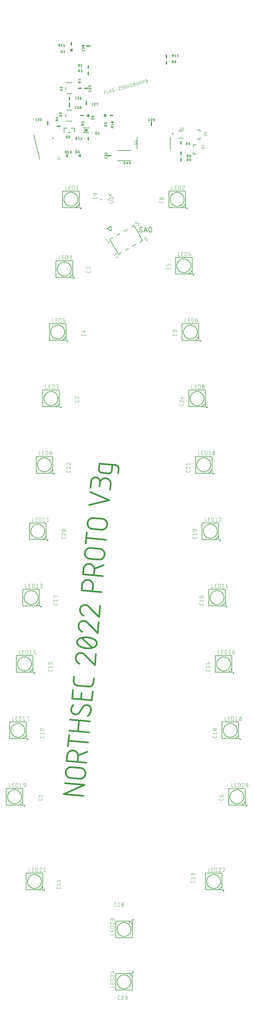
<source format=gbr>
G04 EAGLE Gerber RS-274X export*
G75*
%MOMM*%
%FSLAX34Y34*%
%LPD*%
%INSilkscreen Top*%
%IPPOS*%
%AMOC8*
5,1,8,0,0,1.08239X$1,22.5*%
G01*
%ADD10C,0.508000*%
%ADD11C,0.127000*%
%ADD12C,0.076200*%
%ADD13R,0.406400X0.101600*%
%ADD14R,0.203200X0.101600*%
%ADD15R,0.609600X0.101600*%
%ADD16C,0.101600*%
%ADD17C,0.304800*%
%ADD18C,0.152400*%
%ADD19C,0.203200*%
%ADD20R,0.200000X1.000000*%
%ADD21R,0.889000X0.190500*%
%ADD22C,0.200000*%
%ADD23R,0.190500X0.889000*%

G36*
X-156188Y-55368D02*
X-156188Y-55368D01*
X-156171Y-55370D01*
X-156068Y-55348D01*
X-155963Y-55330D01*
X-155948Y-55322D01*
X-155930Y-55318D01*
X-155840Y-55264D01*
X-155747Y-55214D01*
X-155734Y-55201D01*
X-155719Y-55192D01*
X-155650Y-55112D01*
X-155578Y-55035D01*
X-155571Y-55018D01*
X-155559Y-55005D01*
X-155520Y-54907D01*
X-155476Y-54811D01*
X-155474Y-54793D01*
X-155467Y-54777D01*
X-155449Y-54610D01*
X-155449Y-46990D01*
X-155451Y-46973D01*
X-155450Y-46958D01*
X-155450Y-46955D01*
X-155471Y-46851D01*
X-155489Y-46747D01*
X-155497Y-46732D01*
X-155501Y-46714D01*
X-155554Y-46623D01*
X-155604Y-46530D01*
X-155616Y-46518D01*
X-155626Y-46502D01*
X-155705Y-46433D01*
X-155782Y-46361D01*
X-155798Y-46353D01*
X-155812Y-46341D01*
X-155909Y-46301D01*
X-156005Y-46257D01*
X-156023Y-46255D01*
X-156039Y-46248D01*
X-156145Y-46241D01*
X-156249Y-46230D01*
X-156267Y-46234D01*
X-156285Y-46232D01*
X-156387Y-46260D01*
X-156460Y-46276D01*
X-156463Y-46276D01*
X-156490Y-46282D01*
X-156505Y-46291D01*
X-156522Y-46296D01*
X-156667Y-46381D01*
X-161747Y-50191D01*
X-161750Y-50194D01*
X-161754Y-50196D01*
X-161835Y-50283D01*
X-161917Y-50368D01*
X-161919Y-50372D01*
X-161922Y-50375D01*
X-161972Y-50484D01*
X-162022Y-50591D01*
X-162022Y-50595D01*
X-162024Y-50599D01*
X-162037Y-50717D01*
X-162050Y-50835D01*
X-162050Y-50839D01*
X-162050Y-50844D01*
X-162024Y-50960D01*
X-162000Y-51076D01*
X-161997Y-51080D01*
X-161996Y-51084D01*
X-161935Y-51186D01*
X-161875Y-51288D01*
X-161871Y-51291D01*
X-161869Y-51294D01*
X-161747Y-51409D01*
X-156667Y-55219D01*
X-156651Y-55227D01*
X-156638Y-55240D01*
X-156542Y-55284D01*
X-156449Y-55333D01*
X-156431Y-55336D01*
X-156415Y-55343D01*
X-156310Y-55355D01*
X-156206Y-55371D01*
X-156188Y-55368D01*
G37*
G36*
X-130788Y-372868D02*
X-130788Y-372868D01*
X-130771Y-372870D01*
X-130668Y-372848D01*
X-130563Y-372830D01*
X-130548Y-372822D01*
X-130530Y-372818D01*
X-130440Y-372764D01*
X-130347Y-372714D01*
X-130334Y-372701D01*
X-130319Y-372692D01*
X-130250Y-372612D01*
X-130178Y-372535D01*
X-130171Y-372518D01*
X-130159Y-372505D01*
X-130120Y-372407D01*
X-130076Y-372311D01*
X-130074Y-372293D01*
X-130067Y-372277D01*
X-130049Y-372110D01*
X-130049Y-364490D01*
X-130051Y-364473D01*
X-130050Y-364458D01*
X-130050Y-364455D01*
X-130071Y-364351D01*
X-130089Y-364247D01*
X-130097Y-364232D01*
X-130101Y-364214D01*
X-130154Y-364123D01*
X-130204Y-364030D01*
X-130216Y-364018D01*
X-130226Y-364002D01*
X-130305Y-363933D01*
X-130382Y-363861D01*
X-130398Y-363853D01*
X-130412Y-363841D01*
X-130509Y-363801D01*
X-130605Y-363757D01*
X-130623Y-363755D01*
X-130639Y-363748D01*
X-130745Y-363741D01*
X-130849Y-363730D01*
X-130867Y-363734D01*
X-130885Y-363732D01*
X-130987Y-363760D01*
X-131060Y-363776D01*
X-131063Y-363776D01*
X-131090Y-363782D01*
X-131105Y-363791D01*
X-131122Y-363796D01*
X-131267Y-363881D01*
X-136347Y-367691D01*
X-136350Y-367694D01*
X-136354Y-367696D01*
X-136435Y-367783D01*
X-136517Y-367868D01*
X-136519Y-367872D01*
X-136522Y-367875D01*
X-136572Y-367984D01*
X-136622Y-368091D01*
X-136622Y-368095D01*
X-136624Y-368099D01*
X-136637Y-368217D01*
X-136650Y-368335D01*
X-136650Y-368339D01*
X-136650Y-368344D01*
X-136624Y-368460D01*
X-136600Y-368576D01*
X-136597Y-368580D01*
X-136596Y-368584D01*
X-136535Y-368686D01*
X-136475Y-368788D01*
X-136471Y-368791D01*
X-136469Y-368794D01*
X-136347Y-368909D01*
X-131267Y-372719D01*
X-131251Y-372727D01*
X-131238Y-372740D01*
X-131142Y-372784D01*
X-131049Y-372833D01*
X-131031Y-372836D01*
X-131015Y-372843D01*
X-130910Y-372855D01*
X-130806Y-372871D01*
X-130788Y-372868D01*
G37*
G36*
X-53322Y-250948D02*
X-53322Y-250948D01*
X-53305Y-250950D01*
X-53201Y-250929D01*
X-53097Y-250912D01*
X-53082Y-250903D01*
X-53064Y-250900D01*
X-52973Y-250846D01*
X-52880Y-250796D01*
X-52868Y-250784D01*
X-52852Y-250775D01*
X-52783Y-250695D01*
X-52711Y-250618D01*
X-52703Y-250602D01*
X-52691Y-250588D01*
X-52651Y-250491D01*
X-52642Y-250470D01*
X-52607Y-250395D01*
X-52605Y-250377D01*
X-52598Y-250361D01*
X-52591Y-250255D01*
X-52580Y-250151D01*
X-52584Y-250133D01*
X-52582Y-250115D01*
X-52610Y-250013D01*
X-52632Y-249910D01*
X-52641Y-249895D01*
X-52646Y-249878D01*
X-52731Y-249733D01*
X-56541Y-244653D01*
X-56544Y-244650D01*
X-56546Y-244647D01*
X-56633Y-244565D01*
X-56718Y-244483D01*
X-56722Y-244481D01*
X-56725Y-244478D01*
X-56834Y-244428D01*
X-56941Y-244378D01*
X-56945Y-244378D01*
X-56949Y-244376D01*
X-57067Y-244363D01*
X-57185Y-244350D01*
X-57189Y-244350D01*
X-57194Y-244350D01*
X-57310Y-244376D01*
X-57426Y-244401D01*
X-57430Y-244403D01*
X-57434Y-244404D01*
X-57536Y-244465D01*
X-57638Y-244526D01*
X-57641Y-244529D01*
X-57644Y-244531D01*
X-57759Y-244653D01*
X-61569Y-249733D01*
X-61577Y-249749D01*
X-61590Y-249762D01*
X-61634Y-249858D01*
X-61683Y-249951D01*
X-61686Y-249969D01*
X-61693Y-249985D01*
X-61705Y-250090D01*
X-61721Y-250194D01*
X-61718Y-250212D01*
X-61720Y-250229D01*
X-61698Y-250332D01*
X-61680Y-250437D01*
X-61672Y-250452D01*
X-61668Y-250470D01*
X-61614Y-250560D01*
X-61564Y-250654D01*
X-61551Y-250666D01*
X-61542Y-250681D01*
X-61462Y-250750D01*
X-61385Y-250822D01*
X-61368Y-250829D01*
X-61355Y-250841D01*
X-61257Y-250880D01*
X-61161Y-250924D01*
X-61143Y-250926D01*
X-61127Y-250933D01*
X-60960Y-250951D01*
X-53340Y-250951D01*
X-53322Y-250948D01*
G37*
G36*
X-104122Y-250948D02*
X-104122Y-250948D01*
X-104105Y-250950D01*
X-104001Y-250929D01*
X-103897Y-250912D01*
X-103882Y-250903D01*
X-103864Y-250900D01*
X-103773Y-250846D01*
X-103680Y-250796D01*
X-103668Y-250784D01*
X-103652Y-250775D01*
X-103583Y-250695D01*
X-103511Y-250618D01*
X-103503Y-250602D01*
X-103491Y-250588D01*
X-103451Y-250491D01*
X-103442Y-250470D01*
X-103407Y-250395D01*
X-103405Y-250377D01*
X-103398Y-250361D01*
X-103391Y-250255D01*
X-103380Y-250151D01*
X-103384Y-250133D01*
X-103382Y-250115D01*
X-103410Y-250013D01*
X-103432Y-249910D01*
X-103441Y-249895D01*
X-103446Y-249878D01*
X-103531Y-249733D01*
X-107341Y-244653D01*
X-107344Y-244650D01*
X-107346Y-244647D01*
X-107433Y-244565D01*
X-107518Y-244483D01*
X-107522Y-244481D01*
X-107525Y-244478D01*
X-107634Y-244428D01*
X-107741Y-244378D01*
X-107745Y-244378D01*
X-107749Y-244376D01*
X-107867Y-244363D01*
X-107985Y-244350D01*
X-107989Y-244350D01*
X-107994Y-244350D01*
X-108110Y-244376D01*
X-108226Y-244401D01*
X-108230Y-244403D01*
X-108234Y-244404D01*
X-108336Y-244465D01*
X-108438Y-244526D01*
X-108441Y-244529D01*
X-108444Y-244531D01*
X-108559Y-244653D01*
X-112369Y-249733D01*
X-112377Y-249749D01*
X-112390Y-249762D01*
X-112434Y-249858D01*
X-112483Y-249951D01*
X-112486Y-249969D01*
X-112493Y-249985D01*
X-112505Y-250090D01*
X-112521Y-250194D01*
X-112518Y-250212D01*
X-112520Y-250229D01*
X-112498Y-250332D01*
X-112480Y-250437D01*
X-112472Y-250452D01*
X-112468Y-250470D01*
X-112414Y-250560D01*
X-112364Y-250654D01*
X-112351Y-250666D01*
X-112342Y-250681D01*
X-112262Y-250750D01*
X-112185Y-250822D01*
X-112168Y-250829D01*
X-112155Y-250841D01*
X-112057Y-250880D01*
X-111961Y-250924D01*
X-111943Y-250926D01*
X-111927Y-250933D01*
X-111760Y-250951D01*
X-104140Y-250951D01*
X-104122Y-250948D01*
G37*
G36*
X-112255Y-295107D02*
X-112255Y-295107D01*
X-112184Y-295109D01*
X-112115Y-295091D01*
X-112044Y-295082D01*
X-111978Y-295055D01*
X-111909Y-295037D01*
X-111848Y-295000D01*
X-111782Y-294973D01*
X-111726Y-294928D01*
X-111664Y-294892D01*
X-111615Y-294840D01*
X-111560Y-294795D01*
X-111519Y-294737D01*
X-111470Y-294684D01*
X-111437Y-294621D01*
X-111396Y-294563D01*
X-111373Y-294495D01*
X-111340Y-294431D01*
X-111330Y-294372D01*
X-111303Y-294294D01*
X-111297Y-294175D01*
X-111285Y-294100D01*
X-111285Y-290100D01*
X-111295Y-290029D01*
X-111295Y-289957D01*
X-111315Y-289889D01*
X-111325Y-289819D01*
X-111354Y-289753D01*
X-111374Y-289684D01*
X-111412Y-289624D01*
X-111441Y-289559D01*
X-111487Y-289504D01*
X-111525Y-289444D01*
X-111579Y-289396D01*
X-111625Y-289342D01*
X-111684Y-289302D01*
X-111738Y-289255D01*
X-111802Y-289224D01*
X-111861Y-289185D01*
X-111930Y-289163D01*
X-111994Y-289132D01*
X-112064Y-289120D01*
X-112132Y-289099D01*
X-112204Y-289097D01*
X-112275Y-289085D01*
X-112345Y-289093D01*
X-112416Y-289091D01*
X-112486Y-289110D01*
X-112557Y-289118D01*
X-112612Y-289143D01*
X-112691Y-289163D01*
X-112794Y-289224D01*
X-112863Y-289255D01*
X-115863Y-291255D01*
X-115950Y-291332D01*
X-116040Y-291405D01*
X-116055Y-291427D01*
X-116075Y-291445D01*
X-116137Y-291542D01*
X-116204Y-291637D01*
X-116212Y-291663D01*
X-116227Y-291685D01*
X-116259Y-291796D01*
X-116297Y-291906D01*
X-116298Y-291933D01*
X-116305Y-291958D01*
X-116305Y-292074D01*
X-116311Y-292190D01*
X-116305Y-292216D01*
X-116305Y-292243D01*
X-116273Y-292354D01*
X-116247Y-292467D01*
X-116234Y-292490D01*
X-116226Y-292516D01*
X-116164Y-292614D01*
X-116108Y-292715D01*
X-116090Y-292731D01*
X-116075Y-292756D01*
X-115867Y-292941D01*
X-115863Y-292945D01*
X-112863Y-294945D01*
X-112799Y-294976D01*
X-112739Y-295016D01*
X-112671Y-295037D01*
X-112607Y-295068D01*
X-112536Y-295080D01*
X-112468Y-295101D01*
X-112397Y-295103D01*
X-112327Y-295115D01*
X-112255Y-295107D01*
G37*
D10*
X-122309Y-2297248D02*
X-181519Y-2292068D01*
X-119431Y-2264354D01*
X-178641Y-2259174D01*
X-160714Y-2243697D02*
X-134398Y-2246000D01*
X-160714Y-2243697D02*
X-161114Y-2243657D01*
X-161513Y-2243608D01*
X-161911Y-2243548D01*
X-162307Y-2243479D01*
X-162701Y-2243401D01*
X-163093Y-2243312D01*
X-163483Y-2243215D01*
X-163871Y-2243107D01*
X-164256Y-2242991D01*
X-164637Y-2242865D01*
X-165016Y-2242730D01*
X-165391Y-2242585D01*
X-165763Y-2242432D01*
X-166131Y-2242269D01*
X-166494Y-2242098D01*
X-166854Y-2241918D01*
X-167209Y-2241729D01*
X-167559Y-2241531D01*
X-167904Y-2241325D01*
X-168244Y-2241111D01*
X-168579Y-2240889D01*
X-168909Y-2240658D01*
X-169232Y-2240419D01*
X-169550Y-2240173D01*
X-169862Y-2239919D01*
X-170167Y-2239657D01*
X-170466Y-2239388D01*
X-170758Y-2239112D01*
X-171044Y-2238829D01*
X-171322Y-2238539D01*
X-171594Y-2238242D01*
X-171858Y-2237939D01*
X-172114Y-2237630D01*
X-172363Y-2237314D01*
X-172604Y-2236992D01*
X-172838Y-2236665D01*
X-173063Y-2236332D01*
X-173280Y-2235993D01*
X-173489Y-2235650D01*
X-173689Y-2235301D01*
X-173881Y-2234948D01*
X-174064Y-2234590D01*
X-174238Y-2234227D01*
X-174404Y-2233861D01*
X-174560Y-2233491D01*
X-174708Y-2233117D01*
X-174846Y-2232739D01*
X-174975Y-2232358D01*
X-175095Y-2231974D01*
X-175205Y-2231588D01*
X-175306Y-2231199D01*
X-175397Y-2230807D01*
X-175479Y-2230413D01*
X-175551Y-2230018D01*
X-175614Y-2229621D01*
X-175667Y-2229222D01*
X-175710Y-2228822D01*
X-175743Y-2228422D01*
X-175767Y-2228020D01*
X-175781Y-2227619D01*
X-175785Y-2227216D01*
X-175779Y-2226814D01*
X-175764Y-2226413D01*
X-175738Y-2226011D01*
X-175703Y-2225611D01*
X-175659Y-2225211D01*
X-175604Y-2224813D01*
X-175540Y-2224416D01*
X-175466Y-2224021D01*
X-175383Y-2223628D01*
X-175290Y-2223236D01*
X-175187Y-2222848D01*
X-175075Y-2222461D01*
X-174954Y-2222078D01*
X-174823Y-2221698D01*
X-174684Y-2221321D01*
X-174535Y-2220947D01*
X-174377Y-2220578D01*
X-174210Y-2220212D01*
X-174034Y-2219850D01*
X-173849Y-2219493D01*
X-173656Y-2219141D01*
X-173454Y-2218793D01*
X-173244Y-2218450D01*
X-173026Y-2218112D01*
X-172799Y-2217780D01*
X-172565Y-2217454D01*
X-172322Y-2217133D01*
X-172072Y-2216818D01*
X-171814Y-2216510D01*
X-171549Y-2216208D01*
X-171276Y-2215912D01*
X-170997Y-2215623D01*
X-170710Y-2215341D01*
X-170417Y-2215066D01*
X-170117Y-2214799D01*
X-169810Y-2214538D01*
X-169498Y-2214285D01*
X-169179Y-2214040D01*
X-168854Y-2213803D01*
X-168524Y-2213574D01*
X-168188Y-2213353D01*
X-167847Y-2213140D01*
X-167501Y-2212935D01*
X-167150Y-2212739D01*
X-166794Y-2212552D01*
X-166434Y-2212373D01*
X-166070Y-2212203D01*
X-165701Y-2212042D01*
X-165329Y-2211890D01*
X-164953Y-2211747D01*
X-164574Y-2211613D01*
X-164192Y-2211489D01*
X-163806Y-2211374D01*
X-163419Y-2211268D01*
X-163028Y-2211172D01*
X-162635Y-2211086D01*
X-162241Y-2211009D01*
X-161844Y-2210941D01*
X-161447Y-2210883D01*
X-161047Y-2210835D01*
X-160647Y-2210797D01*
X-160246Y-2210769D01*
X-159844Y-2210750D01*
X-159443Y-2210741D01*
X-159040Y-2210742D01*
X-158639Y-2210752D01*
X-158237Y-2210773D01*
X-157836Y-2210803D01*
X-131520Y-2213105D01*
X-131117Y-2213145D01*
X-130715Y-2213195D01*
X-130314Y-2213255D01*
X-129915Y-2213325D01*
X-129518Y-2213405D01*
X-129122Y-2213494D01*
X-128729Y-2213593D01*
X-128339Y-2213702D01*
X-127951Y-2213820D01*
X-127567Y-2213947D01*
X-127186Y-2214084D01*
X-126808Y-2214231D01*
X-126434Y-2214386D01*
X-126063Y-2214551D01*
X-125697Y-2214725D01*
X-125336Y-2214907D01*
X-124978Y-2215099D01*
X-124626Y-2215299D01*
X-124279Y-2215508D01*
X-123937Y-2215725D01*
X-123600Y-2215951D01*
X-123269Y-2216185D01*
X-122944Y-2216426D01*
X-122625Y-2216676D01*
X-122312Y-2216934D01*
X-122006Y-2217199D01*
X-121706Y-2217471D01*
X-121413Y-2217751D01*
X-121127Y-2218038D01*
X-120848Y-2218332D01*
X-120576Y-2218632D01*
X-120312Y-2218940D01*
X-120055Y-2219253D01*
X-119806Y-2219573D01*
X-119565Y-2219899D01*
X-119332Y-2220230D01*
X-119108Y-2220568D01*
X-118891Y-2220910D01*
X-118683Y-2221258D01*
X-118484Y-2221611D01*
X-118294Y-2221968D01*
X-118112Y-2222331D01*
X-117939Y-2222697D01*
X-117776Y-2223068D01*
X-117621Y-2223442D01*
X-117476Y-2223821D01*
X-117340Y-2224202D01*
X-117213Y-2224587D01*
X-117096Y-2224975D01*
X-116988Y-2225366D01*
X-116891Y-2225759D01*
X-116802Y-2226155D01*
X-116724Y-2226552D01*
X-116655Y-2226951D01*
X-116596Y-2227352D01*
X-116547Y-2227755D01*
X-116508Y-2228158D01*
X-116479Y-2228562D01*
X-116459Y-2228967D01*
X-116450Y-2229372D01*
X-116451Y-2229777D01*
X-116461Y-2230182D01*
X-116481Y-2230587D01*
X-116512Y-2230991D01*
X-116552Y-2231394D01*
X-116602Y-2231796D01*
X-116662Y-2232197D01*
X-116732Y-2232596D01*
X-116812Y-2232993D01*
X-116901Y-2233389D01*
X-117000Y-2233782D01*
X-117109Y-2234172D01*
X-117227Y-2234560D01*
X-117354Y-2234944D01*
X-117491Y-2235325D01*
X-117638Y-2235703D01*
X-117793Y-2236077D01*
X-117958Y-2236448D01*
X-118132Y-2236814D01*
X-118314Y-2237175D01*
X-118506Y-2237533D01*
X-118706Y-2237885D01*
X-118915Y-2238232D01*
X-119132Y-2238574D01*
X-119358Y-2238911D01*
X-119592Y-2239242D01*
X-119833Y-2239567D01*
X-120083Y-2239886D01*
X-120341Y-2240199D01*
X-120606Y-2240505D01*
X-120878Y-2240805D01*
X-121158Y-2241098D01*
X-121445Y-2241384D01*
X-121739Y-2241663D01*
X-122039Y-2241935D01*
X-122347Y-2242199D01*
X-122660Y-2242456D01*
X-122980Y-2242705D01*
X-123306Y-2242946D01*
X-123637Y-2243179D01*
X-123975Y-2243403D01*
X-124317Y-2243620D01*
X-124665Y-2243828D01*
X-125018Y-2244027D01*
X-125375Y-2244217D01*
X-125738Y-2244399D01*
X-126104Y-2244572D01*
X-126475Y-2244735D01*
X-126849Y-2244890D01*
X-127228Y-2245035D01*
X-127609Y-2245171D01*
X-127994Y-2245298D01*
X-128382Y-2245415D01*
X-128773Y-2245523D01*
X-129166Y-2245620D01*
X-129562Y-2245709D01*
X-129959Y-2245787D01*
X-130358Y-2245856D01*
X-130759Y-2245915D01*
X-131162Y-2245964D01*
X-131565Y-2246003D01*
X-131969Y-2246032D01*
X-132374Y-2246052D01*
X-132779Y-2246061D01*
X-133184Y-2246060D01*
X-133589Y-2246050D01*
X-133994Y-2246030D01*
X-134398Y-2245999D01*
X-113598Y-2197683D02*
X-172808Y-2192503D01*
X-171369Y-2176056D01*
X-171329Y-2175656D01*
X-171280Y-2175257D01*
X-171220Y-2174859D01*
X-171151Y-2174463D01*
X-171073Y-2174069D01*
X-170984Y-2173677D01*
X-170887Y-2173287D01*
X-170779Y-2172899D01*
X-170663Y-2172514D01*
X-170537Y-2172133D01*
X-170402Y-2171754D01*
X-170257Y-2171379D01*
X-170104Y-2171007D01*
X-169941Y-2170639D01*
X-169770Y-2170276D01*
X-169590Y-2169916D01*
X-169401Y-2169561D01*
X-169203Y-2169211D01*
X-168997Y-2168866D01*
X-168783Y-2168526D01*
X-168561Y-2168191D01*
X-168330Y-2167861D01*
X-168091Y-2167538D01*
X-167845Y-2167220D01*
X-167591Y-2166908D01*
X-167329Y-2166603D01*
X-167060Y-2166304D01*
X-166784Y-2166012D01*
X-166501Y-2165726D01*
X-166211Y-2165448D01*
X-165914Y-2165176D01*
X-165611Y-2164912D01*
X-165302Y-2164656D01*
X-164986Y-2164407D01*
X-164664Y-2164166D01*
X-164337Y-2163932D01*
X-164004Y-2163707D01*
X-163665Y-2163490D01*
X-163322Y-2163281D01*
X-162973Y-2163081D01*
X-162620Y-2162889D01*
X-162262Y-2162706D01*
X-161899Y-2162532D01*
X-161533Y-2162366D01*
X-161163Y-2162210D01*
X-160789Y-2162062D01*
X-160411Y-2161924D01*
X-160030Y-2161795D01*
X-159646Y-2161675D01*
X-159260Y-2161565D01*
X-158871Y-2161464D01*
X-158479Y-2161373D01*
X-158085Y-2161291D01*
X-157690Y-2161219D01*
X-157293Y-2161156D01*
X-156894Y-2161103D01*
X-156494Y-2161060D01*
X-156094Y-2161027D01*
X-155692Y-2161003D01*
X-155291Y-2160989D01*
X-154888Y-2160985D01*
X-154486Y-2160991D01*
X-154085Y-2161006D01*
X-153683Y-2161032D01*
X-153283Y-2161067D01*
X-152883Y-2161111D01*
X-152485Y-2161166D01*
X-152088Y-2161230D01*
X-151693Y-2161304D01*
X-151300Y-2161387D01*
X-150908Y-2161480D01*
X-150520Y-2161583D01*
X-150133Y-2161695D01*
X-149750Y-2161816D01*
X-149370Y-2161947D01*
X-148993Y-2162086D01*
X-148619Y-2162235D01*
X-148250Y-2162393D01*
X-147884Y-2162560D01*
X-147522Y-2162736D01*
X-147165Y-2162921D01*
X-146813Y-2163114D01*
X-146465Y-2163316D01*
X-146122Y-2163526D01*
X-145784Y-2163744D01*
X-145452Y-2163971D01*
X-145126Y-2164205D01*
X-144805Y-2164448D01*
X-144490Y-2164698D01*
X-144182Y-2164956D01*
X-143880Y-2165221D01*
X-143584Y-2165494D01*
X-143295Y-2165773D01*
X-143013Y-2166060D01*
X-142738Y-2166353D01*
X-142471Y-2166653D01*
X-142210Y-2166960D01*
X-141957Y-2167272D01*
X-141712Y-2167591D01*
X-141475Y-2167916D01*
X-141246Y-2168246D01*
X-141025Y-2168582D01*
X-140812Y-2168923D01*
X-140607Y-2169269D01*
X-140411Y-2169620D01*
X-140224Y-2169976D01*
X-140045Y-2170336D01*
X-139875Y-2170700D01*
X-139714Y-2171069D01*
X-139562Y-2171441D01*
X-139419Y-2171817D01*
X-139285Y-2172196D01*
X-139161Y-2172578D01*
X-139046Y-2172964D01*
X-138940Y-2173351D01*
X-138844Y-2173742D01*
X-138758Y-2174135D01*
X-138681Y-2174529D01*
X-138613Y-2174926D01*
X-138555Y-2175323D01*
X-138507Y-2175723D01*
X-138469Y-2176123D01*
X-138441Y-2176524D01*
X-138422Y-2176926D01*
X-138413Y-2177327D01*
X-138414Y-2177730D01*
X-138424Y-2178131D01*
X-138445Y-2178533D01*
X-138475Y-2178934D01*
X-139914Y-2195381D01*
X-138187Y-2175644D02*
X-110720Y-2164789D01*
X-108218Y-2136192D02*
X-167428Y-2131012D01*
X-168867Y-2147459D02*
X-165989Y-2114565D01*
X-164790Y-2100863D02*
X-105581Y-2106043D01*
X-138475Y-2103166D02*
X-135597Y-2070271D01*
X-161912Y-2067969D02*
X-102703Y-2073149D01*
X-99636Y-2038104D02*
X-99612Y-2037786D01*
X-99596Y-2037467D01*
X-99587Y-2037148D01*
X-99587Y-2036829D01*
X-99593Y-2036510D01*
X-99608Y-2036191D01*
X-99630Y-2035873D01*
X-99660Y-2035555D01*
X-99698Y-2035238D01*
X-99743Y-2034922D01*
X-99796Y-2034607D01*
X-99856Y-2034294D01*
X-99925Y-2033982D01*
X-100000Y-2033672D01*
X-100083Y-2033364D01*
X-100174Y-2033057D01*
X-100271Y-2032754D01*
X-100376Y-2032452D01*
X-100489Y-2032154D01*
X-100608Y-2031858D01*
X-100735Y-2031565D01*
X-100869Y-2031275D01*
X-101010Y-2030988D01*
X-101157Y-2030705D01*
X-101311Y-2030426D01*
X-101473Y-2030150D01*
X-101640Y-2029879D01*
X-101814Y-2029611D01*
X-101995Y-2029348D01*
X-102182Y-2029089D01*
X-102375Y-2028835D01*
X-102574Y-2028586D01*
X-102779Y-2028341D01*
X-102990Y-2028102D01*
X-103207Y-2027868D01*
X-103429Y-2027639D01*
X-103657Y-2027415D01*
X-103890Y-2027197D01*
X-104129Y-2026985D01*
X-104372Y-2026778D01*
X-104620Y-2026578D01*
X-104874Y-2026383D01*
X-105131Y-2026195D01*
X-105393Y-2026013D01*
X-105660Y-2025837D01*
X-105931Y-2025668D01*
X-106205Y-2025506D01*
X-106484Y-2025350D01*
X-106766Y-2025201D01*
X-107052Y-2025058D01*
X-107341Y-2024923D01*
X-107633Y-2024795D01*
X-107929Y-2024674D01*
X-108227Y-2024560D01*
X-108527Y-2024453D01*
X-108831Y-2024354D01*
X-109136Y-2024262D01*
X-109444Y-2024177D01*
X-109754Y-2024100D01*
X-110065Y-2024030D01*
X-110378Y-2023968D01*
X-110693Y-2023913D01*
X-111009Y-2023866D01*
X-111325Y-2023827D01*
X-111643Y-2023795D01*
X-99636Y-2038104D02*
X-99702Y-2038768D01*
X-99784Y-2039431D01*
X-99882Y-2040091D01*
X-99996Y-2040749D01*
X-100125Y-2041404D01*
X-100270Y-2042056D01*
X-100431Y-2042704D01*
X-100606Y-2043348D01*
X-100798Y-2043987D01*
X-101004Y-2044622D01*
X-101226Y-2045252D01*
X-101463Y-2045876D01*
X-101714Y-2046494D01*
X-101981Y-2047106D01*
X-102261Y-2047712D01*
X-102557Y-2048311D01*
X-102866Y-2048902D01*
X-103190Y-2049486D01*
X-103527Y-2050062D01*
X-103878Y-2050630D01*
X-104243Y-2051189D01*
X-104621Y-2051740D01*
X-105012Y-2052281D01*
X-105415Y-2052812D01*
X-105832Y-2053334D01*
X-106261Y-2053846D01*
X-106701Y-2054347D01*
X-107154Y-2054838D01*
X-107618Y-2055318D01*
X-108094Y-2055786D01*
X-108581Y-2056243D01*
X-109078Y-2056688D01*
X-109586Y-2057121D01*
X-147271Y-2052167D02*
X-147594Y-2052135D01*
X-147915Y-2052094D01*
X-148236Y-2052046D01*
X-148555Y-2051991D01*
X-148873Y-2051927D01*
X-149189Y-2051855D01*
X-149504Y-2051776D01*
X-149816Y-2051689D01*
X-150126Y-2051595D01*
X-150434Y-2051493D01*
X-150739Y-2051383D01*
X-151041Y-2051266D01*
X-151340Y-2051142D01*
X-151637Y-2051010D01*
X-151929Y-2050871D01*
X-152219Y-2050725D01*
X-152504Y-2050571D01*
X-152786Y-2050411D01*
X-153064Y-2050244D01*
X-153338Y-2050070D01*
X-153607Y-2049890D01*
X-153872Y-2049703D01*
X-154132Y-2049509D01*
X-154387Y-2049310D01*
X-154638Y-2049104D01*
X-154883Y-2048892D01*
X-155123Y-2048674D01*
X-155357Y-2048450D01*
X-155586Y-2048220D01*
X-155809Y-2047985D01*
X-156027Y-2047745D01*
X-156238Y-2047499D01*
X-156443Y-2047248D01*
X-156642Y-2046992D01*
X-156835Y-2046732D01*
X-157021Y-2046466D01*
X-157201Y-2046197D01*
X-157374Y-2045922D01*
X-157540Y-2045644D01*
X-157700Y-2045362D01*
X-157852Y-2045076D01*
X-157998Y-2044786D01*
X-158136Y-2044493D01*
X-158267Y-2044196D01*
X-158390Y-2043897D01*
X-158507Y-2043594D01*
X-158615Y-2043289D01*
X-158717Y-2042981D01*
X-158810Y-2042670D01*
X-158896Y-2042358D01*
X-158975Y-2042043D01*
X-159045Y-2041727D01*
X-159108Y-2041409D01*
X-159163Y-2041089D01*
X-159210Y-2040769D01*
X-159249Y-2040447D01*
X-159281Y-2040124D01*
X-159304Y-2039801D01*
X-159320Y-2039477D01*
X-159327Y-2039153D01*
X-159327Y-2038829D01*
X-159318Y-2038505D01*
X-159302Y-2038181D01*
X-159278Y-2037858D01*
X-159279Y-2037858D02*
X-159220Y-2037270D01*
X-159148Y-2036685D01*
X-159062Y-2036101D01*
X-158961Y-2035519D01*
X-158847Y-2034940D01*
X-158719Y-2034364D01*
X-158578Y-2033791D01*
X-158423Y-2033221D01*
X-158254Y-2032656D01*
X-158072Y-2032094D01*
X-157876Y-2031537D01*
X-157668Y-2030985D01*
X-157446Y-2030438D01*
X-157211Y-2029897D01*
X-156964Y-2029361D01*
X-156703Y-2028831D01*
X-156431Y-2028308D01*
X-156145Y-2027791D01*
X-155848Y-2027281D01*
X-155538Y-2026779D01*
X-155217Y-2026284D01*
X-154884Y-2025796D01*
X-154539Y-2025317D01*
X-154183Y-2024846D01*
X-153816Y-2024384D01*
X-153438Y-2023931D01*
X-153049Y-2023487D01*
X-135183Y-2046595D02*
X-135374Y-2046856D01*
X-135572Y-2047113D01*
X-135775Y-2047364D01*
X-135985Y-2047611D01*
X-136201Y-2047853D01*
X-136422Y-2048089D01*
X-136649Y-2048320D01*
X-136882Y-2048546D01*
X-137120Y-2048766D01*
X-137363Y-2048980D01*
X-137611Y-2049188D01*
X-137864Y-2049390D01*
X-138122Y-2049585D01*
X-138385Y-2049775D01*
X-138652Y-2049958D01*
X-138924Y-2050135D01*
X-139199Y-2050305D01*
X-139479Y-2050468D01*
X-139763Y-2050624D01*
X-140050Y-2050774D01*
X-140341Y-2050917D01*
X-140635Y-2051052D01*
X-140932Y-2051181D01*
X-141232Y-2051302D01*
X-141536Y-2051416D01*
X-141841Y-2051522D01*
X-142150Y-2051622D01*
X-142460Y-2051713D01*
X-142773Y-2051797D01*
X-143088Y-2051874D01*
X-143404Y-2051943D01*
X-143722Y-2052004D01*
X-144042Y-2052058D01*
X-144362Y-2052104D01*
X-144684Y-2052142D01*
X-145007Y-2052172D01*
X-145330Y-2052195D01*
X-145653Y-2052209D01*
X-145977Y-2052216D01*
X-146301Y-2052216D01*
X-146625Y-2052207D01*
X-146948Y-2052190D01*
X-147271Y-2052166D01*
X-123731Y-2029367D02*
X-123540Y-2029105D01*
X-123342Y-2028849D01*
X-123139Y-2028597D01*
X-122929Y-2028350D01*
X-122713Y-2028108D01*
X-122492Y-2027872D01*
X-122265Y-2027641D01*
X-122032Y-2027415D01*
X-121794Y-2027196D01*
X-121551Y-2026982D01*
X-121303Y-2026774D01*
X-121050Y-2026572D01*
X-120792Y-2026376D01*
X-120529Y-2026186D01*
X-120262Y-2026003D01*
X-119991Y-2025826D01*
X-119715Y-2025656D01*
X-119435Y-2025493D01*
X-119152Y-2025337D01*
X-118864Y-2025187D01*
X-118574Y-2025044D01*
X-118279Y-2024909D01*
X-117982Y-2024780D01*
X-117682Y-2024659D01*
X-117378Y-2024545D01*
X-117073Y-2024439D01*
X-116764Y-2024339D01*
X-116454Y-2024248D01*
X-116141Y-2024164D01*
X-115826Y-2024087D01*
X-115510Y-2024018D01*
X-115192Y-2023957D01*
X-114872Y-2023903D01*
X-114552Y-2023857D01*
X-114230Y-2023819D01*
X-113907Y-2023789D01*
X-113584Y-2023766D01*
X-113261Y-2023752D01*
X-112937Y-2023745D01*
X-112613Y-2023745D01*
X-112289Y-2023754D01*
X-111966Y-2023771D01*
X-111643Y-2023795D01*
X-123732Y-2029367D02*
X-135183Y-2046595D01*
X-97148Y-2009663D02*
X-94846Y-1983347D01*
X-97148Y-2009663D02*
X-156358Y-2004483D01*
X-154056Y-1978167D01*
X-128316Y-1987048D02*
X-130043Y-2006785D01*
X-92479Y-1956296D02*
X-91328Y-1943138D01*
X-92479Y-1956295D02*
X-92511Y-1956618D01*
X-92552Y-1956939D01*
X-92600Y-1957260D01*
X-92655Y-1957579D01*
X-92719Y-1957897D01*
X-92791Y-1958213D01*
X-92870Y-1958528D01*
X-92957Y-1958840D01*
X-93051Y-1959150D01*
X-93153Y-1959458D01*
X-93263Y-1959763D01*
X-93380Y-1960065D01*
X-93504Y-1960364D01*
X-93636Y-1960661D01*
X-93775Y-1960953D01*
X-93921Y-1961243D01*
X-94075Y-1961528D01*
X-94235Y-1961810D01*
X-94402Y-1962088D01*
X-94576Y-1962362D01*
X-94756Y-1962631D01*
X-94943Y-1962896D01*
X-95137Y-1963156D01*
X-95336Y-1963411D01*
X-95542Y-1963662D01*
X-95754Y-1963907D01*
X-95972Y-1964147D01*
X-96196Y-1964381D01*
X-96426Y-1964610D01*
X-96661Y-1964833D01*
X-96901Y-1965051D01*
X-97147Y-1965262D01*
X-97398Y-1965467D01*
X-97654Y-1965666D01*
X-97914Y-1965859D01*
X-98180Y-1966045D01*
X-98449Y-1966225D01*
X-98724Y-1966398D01*
X-99002Y-1966564D01*
X-99284Y-1966724D01*
X-99570Y-1966876D01*
X-99860Y-1967022D01*
X-100153Y-1967160D01*
X-100450Y-1967291D01*
X-100749Y-1967414D01*
X-101052Y-1967531D01*
X-101357Y-1967639D01*
X-101665Y-1967741D01*
X-101976Y-1967834D01*
X-102288Y-1967920D01*
X-102603Y-1967999D01*
X-102919Y-1968069D01*
X-103237Y-1968132D01*
X-103557Y-1968187D01*
X-103877Y-1968234D01*
X-104199Y-1968273D01*
X-104522Y-1968305D01*
X-104845Y-1968328D01*
X-105169Y-1968344D01*
X-105493Y-1968351D01*
X-105817Y-1968351D01*
X-106141Y-1968342D01*
X-106465Y-1968326D01*
X-106788Y-1968302D01*
X-139682Y-1965424D01*
X-139682Y-1965425D02*
X-140005Y-1965393D01*
X-140326Y-1965352D01*
X-140647Y-1965304D01*
X-140966Y-1965249D01*
X-141284Y-1965185D01*
X-141600Y-1965113D01*
X-141915Y-1965034D01*
X-142227Y-1964947D01*
X-142537Y-1964853D01*
X-142845Y-1964751D01*
X-143150Y-1964641D01*
X-143452Y-1964524D01*
X-143751Y-1964400D01*
X-144048Y-1964268D01*
X-144340Y-1964129D01*
X-144630Y-1963983D01*
X-144915Y-1963829D01*
X-145197Y-1963669D01*
X-145475Y-1963502D01*
X-145749Y-1963328D01*
X-146018Y-1963148D01*
X-146283Y-1962961D01*
X-146543Y-1962768D01*
X-146798Y-1962568D01*
X-147048Y-1962362D01*
X-147294Y-1962150D01*
X-147534Y-1961932D01*
X-147768Y-1961708D01*
X-147997Y-1961478D01*
X-148220Y-1961243D01*
X-148438Y-1961003D01*
X-148649Y-1960757D01*
X-148854Y-1960506D01*
X-149053Y-1960250D01*
X-149246Y-1959990D01*
X-149432Y-1959724D01*
X-149612Y-1959455D01*
X-149785Y-1959180D01*
X-149951Y-1958902D01*
X-150111Y-1958620D01*
X-150263Y-1958334D01*
X-150409Y-1958044D01*
X-150547Y-1957751D01*
X-150678Y-1957454D01*
X-150801Y-1957155D01*
X-150918Y-1956852D01*
X-151026Y-1956547D01*
X-151128Y-1956239D01*
X-151221Y-1955928D01*
X-151307Y-1955616D01*
X-151386Y-1955301D01*
X-151456Y-1954985D01*
X-151519Y-1954667D01*
X-151574Y-1954347D01*
X-151621Y-1954027D01*
X-151660Y-1953705D01*
X-151692Y-1953382D01*
X-151715Y-1953059D01*
X-151731Y-1952735D01*
X-151738Y-1952411D01*
X-151738Y-1952087D01*
X-151729Y-1951763D01*
X-151713Y-1951439D01*
X-151689Y-1951116D01*
X-151689Y-1951115D02*
X-150538Y-1937958D01*
X-145495Y-1880319D02*
X-145460Y-1879962D01*
X-145416Y-1879605D01*
X-145363Y-1879250D01*
X-145301Y-1878896D01*
X-145231Y-1878544D01*
X-145153Y-1878194D01*
X-145066Y-1877845D01*
X-144971Y-1877499D01*
X-144867Y-1877155D01*
X-144755Y-1876814D01*
X-144635Y-1876476D01*
X-144507Y-1876140D01*
X-144371Y-1875808D01*
X-144226Y-1875479D01*
X-144074Y-1875154D01*
X-143914Y-1874833D01*
X-143747Y-1874515D01*
X-143571Y-1874202D01*
X-143388Y-1873893D01*
X-143198Y-1873588D01*
X-143001Y-1873288D01*
X-142796Y-1872993D01*
X-142584Y-1872704D01*
X-142365Y-1872419D01*
X-142140Y-1872139D01*
X-141907Y-1871866D01*
X-141668Y-1871597D01*
X-141423Y-1871335D01*
X-141172Y-1871079D01*
X-140914Y-1870829D01*
X-140650Y-1870585D01*
X-140381Y-1870348D01*
X-140106Y-1870117D01*
X-139825Y-1869893D01*
X-139539Y-1869675D01*
X-139248Y-1869465D01*
X-138952Y-1869262D01*
X-138651Y-1869066D01*
X-138346Y-1868877D01*
X-138036Y-1868696D01*
X-137722Y-1868522D01*
X-137403Y-1868356D01*
X-137081Y-1868198D01*
X-136755Y-1868048D01*
X-136425Y-1867905D01*
X-136092Y-1867771D01*
X-135756Y-1867644D01*
X-135417Y-1867526D01*
X-135075Y-1867416D01*
X-134731Y-1867314D01*
X-134384Y-1867221D01*
X-134036Y-1867136D01*
X-133685Y-1867059D01*
X-133332Y-1866991D01*
X-132978Y-1866932D01*
X-132623Y-1866881D01*
X-132266Y-1866838D01*
X-131909Y-1866805D01*
X-131550Y-1866780D01*
X-131192Y-1866763D01*
X-130833Y-1866756D01*
X-130474Y-1866757D01*
X-130115Y-1866766D01*
X-129756Y-1866785D01*
X-129398Y-1866812D01*
X-145495Y-1880319D02*
X-145530Y-1880780D01*
X-145554Y-1881241D01*
X-145566Y-1881702D01*
X-145567Y-1882164D01*
X-145557Y-1882625D01*
X-145536Y-1883087D01*
X-145504Y-1883547D01*
X-145460Y-1884007D01*
X-145406Y-1884465D01*
X-145340Y-1884922D01*
X-145264Y-1885377D01*
X-145176Y-1885831D01*
X-145078Y-1886282D01*
X-144968Y-1886730D01*
X-144848Y-1887176D01*
X-144717Y-1887619D01*
X-144576Y-1888058D01*
X-144423Y-1888494D01*
X-144261Y-1888926D01*
X-144088Y-1889354D01*
X-143904Y-1889778D01*
X-143711Y-1890197D01*
X-143507Y-1890611D01*
X-143293Y-1891020D01*
X-143070Y-1891424D01*
X-142837Y-1891823D01*
X-142594Y-1892216D01*
X-142342Y-1892602D01*
X-142080Y-1892983D01*
X-141810Y-1893357D01*
X-141530Y-1893724D01*
X-141242Y-1894085D01*
X-140945Y-1894438D01*
X-140639Y-1894785D01*
X-140326Y-1895123D01*
X-140004Y-1895454D01*
X-139674Y-1895777D01*
X-139337Y-1896093D01*
X-138992Y-1896399D01*
X-138640Y-1896698D01*
X-138280Y-1896988D01*
X-137914Y-1897269D01*
X-137541Y-1897541D01*
X-137161Y-1897804D01*
X-136776Y-1898057D01*
X-136384Y-1898302D01*
X-135986Y-1898536D01*
X-135583Y-1898762D01*
X-135175Y-1898977D01*
X-134762Y-1899182D01*
X-134343Y-1899377D01*
X-133920Y-1899563D01*
X-118316Y-1872753D02*
X-118565Y-1872450D01*
X-118820Y-1872153D01*
X-119083Y-1871863D01*
X-119352Y-1871579D01*
X-119629Y-1871302D01*
X-119912Y-1871031D01*
X-120202Y-1870768D01*
X-120498Y-1870512D01*
X-120801Y-1870263D01*
X-121109Y-1870022D01*
X-121423Y-1869788D01*
X-121743Y-1869562D01*
X-122069Y-1869344D01*
X-122399Y-1869134D01*
X-122735Y-1868932D01*
X-123075Y-1868739D01*
X-123421Y-1868554D01*
X-123770Y-1868377D01*
X-124124Y-1868209D01*
X-124482Y-1868050D01*
X-124843Y-1867900D01*
X-125209Y-1867758D01*
X-125577Y-1867626D01*
X-125949Y-1867503D01*
X-126324Y-1867388D01*
X-126701Y-1867283D01*
X-127081Y-1867188D01*
X-127463Y-1867101D01*
X-127847Y-1867025D01*
X-128232Y-1866957D01*
X-128620Y-1866899D01*
X-129008Y-1866851D01*
X-129398Y-1866812D01*
X-118316Y-1872753D02*
X-87868Y-1903591D01*
X-84990Y-1870697D01*
X-113255Y-1852798D02*
X-114419Y-1852682D01*
X-115579Y-1852538D01*
X-116736Y-1852367D01*
X-117888Y-1852168D01*
X-119035Y-1851942D01*
X-120177Y-1851688D01*
X-121312Y-1851408D01*
X-122440Y-1851100D01*
X-123560Y-1850765D01*
X-124672Y-1850404D01*
X-125776Y-1850017D01*
X-126869Y-1849603D01*
X-127953Y-1849163D01*
X-129025Y-1848697D01*
X-130086Y-1848206D01*
X-131135Y-1847690D01*
X-132172Y-1847149D01*
X-133195Y-1846583D01*
X-134205Y-1845993D01*
X-134476Y-1845870D01*
X-134743Y-1845739D01*
X-135006Y-1845602D01*
X-135267Y-1845459D01*
X-135524Y-1845310D01*
X-135777Y-1845154D01*
X-136026Y-1844992D01*
X-136271Y-1844825D01*
X-136512Y-1844651D01*
X-136749Y-1844471D01*
X-136982Y-1844286D01*
X-137209Y-1844095D01*
X-137432Y-1843899D01*
X-137651Y-1843697D01*
X-137864Y-1843490D01*
X-138072Y-1843278D01*
X-138275Y-1843061D01*
X-138473Y-1842839D01*
X-138665Y-1842613D01*
X-138851Y-1842382D01*
X-139032Y-1842146D01*
X-139208Y-1841906D01*
X-139377Y-1841662D01*
X-139540Y-1841413D01*
X-139697Y-1841161D01*
X-139848Y-1840905D01*
X-139993Y-1840646D01*
X-140131Y-1840383D01*
X-140263Y-1840116D01*
X-140389Y-1839847D01*
X-140507Y-1839575D01*
X-140620Y-1839299D01*
X-140725Y-1839022D01*
X-140824Y-1838741D01*
X-140915Y-1838459D01*
X-141000Y-1838174D01*
X-141078Y-1837887D01*
X-141149Y-1837599D01*
X-141213Y-1837308D01*
X-141270Y-1837017D01*
X-141320Y-1836724D01*
X-141362Y-1836430D01*
X-141398Y-1836135D01*
X-141426Y-1835839D01*
X-141447Y-1835542D01*
X-141461Y-1835246D01*
X-141467Y-1834949D01*
X-141467Y-1834651D01*
X-141459Y-1834354D01*
X-141444Y-1834058D01*
X-141422Y-1833761D01*
X-141392Y-1833466D01*
X-141355Y-1833171D01*
X-141311Y-1832877D01*
X-141261Y-1832584D01*
X-141202Y-1832293D01*
X-141137Y-1832003D01*
X-141065Y-1831714D01*
X-140986Y-1831428D01*
X-140900Y-1831144D01*
X-140807Y-1830861D01*
X-140707Y-1830582D01*
X-140600Y-1830304D01*
X-140487Y-1830029D01*
X-140367Y-1829758D01*
X-140240Y-1829489D01*
X-140107Y-1829223D01*
X-139968Y-1828961D01*
X-139822Y-1828702D01*
X-139670Y-1828446D01*
X-139512Y-1828195D01*
X-139348Y-1827947D01*
X-139177Y-1827704D01*
X-139001Y-1827465D01*
X-138819Y-1827230D01*
X-138632Y-1826999D01*
X-138438Y-1826773D01*
X-138240Y-1826552D01*
X-138036Y-1826336D01*
X-137827Y-1826125D01*
X-137613Y-1825919D01*
X-137394Y-1825718D01*
X-137170Y-1825523D01*
X-136941Y-1825333D01*
X-136708Y-1825149D01*
X-136470Y-1824970D01*
X-136229Y-1824798D01*
X-135983Y-1824631D01*
X-135733Y-1824470D01*
X-135479Y-1824316D01*
X-135221Y-1824167D01*
X-134960Y-1824025D01*
X-134696Y-1823889D01*
X-134428Y-1823760D01*
X-134158Y-1823638D01*
X-133884Y-1823522D01*
X-133608Y-1823412D01*
X-133329Y-1823310D01*
X-133048Y-1823214D01*
X-132764Y-1823125D01*
X-132479Y-1823043D01*
X-132191Y-1822968D01*
X-132191Y-1822967D02*
X-131094Y-1822561D01*
X-129988Y-1822182D01*
X-128874Y-1821829D01*
X-127751Y-1821502D01*
X-126620Y-1821203D01*
X-125483Y-1820931D01*
X-124340Y-1820686D01*
X-123191Y-1820468D01*
X-122037Y-1820278D01*
X-120879Y-1820115D01*
X-119718Y-1819980D01*
X-118554Y-1819873D01*
X-117387Y-1819794D01*
X-116219Y-1819742D01*
X-115050Y-1819719D01*
X-113881Y-1819723D01*
X-112712Y-1819755D01*
X-111544Y-1819815D01*
X-110378Y-1819903D01*
X-113256Y-1852799D02*
X-112090Y-1852887D01*
X-110922Y-1852947D01*
X-109753Y-1852979D01*
X-108584Y-1852983D01*
X-107415Y-1852960D01*
X-106247Y-1852908D01*
X-105080Y-1852829D01*
X-103916Y-1852722D01*
X-102754Y-1852587D01*
X-101596Y-1852424D01*
X-100443Y-1852234D01*
X-99294Y-1852016D01*
X-98150Y-1851771D01*
X-97013Y-1851499D01*
X-95883Y-1851200D01*
X-94760Y-1850873D01*
X-93645Y-1850520D01*
X-92539Y-1850141D01*
X-91443Y-1849735D01*
X-91443Y-1849734D02*
X-91156Y-1849659D01*
X-90870Y-1849577D01*
X-90586Y-1849488D01*
X-90305Y-1849392D01*
X-90026Y-1849290D01*
X-89750Y-1849180D01*
X-89476Y-1849064D01*
X-89206Y-1848942D01*
X-88938Y-1848813D01*
X-88674Y-1848677D01*
X-88413Y-1848535D01*
X-88155Y-1848386D01*
X-87901Y-1848232D01*
X-87651Y-1848071D01*
X-87405Y-1847904D01*
X-87164Y-1847732D01*
X-86926Y-1847553D01*
X-86693Y-1847369D01*
X-86464Y-1847179D01*
X-86240Y-1846984D01*
X-86021Y-1846783D01*
X-85807Y-1846577D01*
X-85598Y-1846366D01*
X-85394Y-1846150D01*
X-85196Y-1845929D01*
X-85002Y-1845703D01*
X-84815Y-1845472D01*
X-84633Y-1845237D01*
X-84457Y-1844998D01*
X-84287Y-1844755D01*
X-84122Y-1844507D01*
X-83964Y-1844256D01*
X-83812Y-1844000D01*
X-83666Y-1843741D01*
X-83527Y-1843479D01*
X-83394Y-1843213D01*
X-83267Y-1842944D01*
X-83147Y-1842673D01*
X-83034Y-1842398D01*
X-82927Y-1842120D01*
X-82827Y-1841841D01*
X-82734Y-1841558D01*
X-82648Y-1841274D01*
X-82569Y-1840988D01*
X-82497Y-1840699D01*
X-82432Y-1840409D01*
X-82373Y-1840118D01*
X-82323Y-1839825D01*
X-82279Y-1839531D01*
X-82242Y-1839236D01*
X-82212Y-1838941D01*
X-89429Y-1826709D02*
X-90438Y-1826119D01*
X-91462Y-1825553D01*
X-92498Y-1825012D01*
X-93547Y-1824496D01*
X-94608Y-1824005D01*
X-95681Y-1823539D01*
X-96764Y-1823099D01*
X-97858Y-1822685D01*
X-98961Y-1822298D01*
X-100073Y-1821936D01*
X-101194Y-1821602D01*
X-102322Y-1821294D01*
X-103457Y-1821013D01*
X-104598Y-1820760D01*
X-105745Y-1820534D01*
X-106898Y-1820335D01*
X-108054Y-1820164D01*
X-109215Y-1820020D01*
X-110378Y-1819904D01*
X-89429Y-1826709D02*
X-89159Y-1826832D01*
X-88892Y-1826963D01*
X-88628Y-1827100D01*
X-88367Y-1827243D01*
X-88110Y-1827392D01*
X-87857Y-1827548D01*
X-87608Y-1827710D01*
X-87363Y-1827877D01*
X-87122Y-1828051D01*
X-86885Y-1828231D01*
X-86653Y-1828416D01*
X-86425Y-1828607D01*
X-86202Y-1828803D01*
X-85983Y-1829005D01*
X-85770Y-1829212D01*
X-85562Y-1829424D01*
X-85359Y-1829641D01*
X-85161Y-1829863D01*
X-84969Y-1830089D01*
X-84783Y-1830320D01*
X-84602Y-1830556D01*
X-84427Y-1830796D01*
X-84257Y-1831040D01*
X-84094Y-1831289D01*
X-83937Y-1831541D01*
X-83786Y-1831797D01*
X-83641Y-1832056D01*
X-83503Y-1832319D01*
X-83371Y-1832586D01*
X-83245Y-1832855D01*
X-83127Y-1833127D01*
X-83014Y-1833403D01*
X-82909Y-1833680D01*
X-82810Y-1833961D01*
X-82719Y-1834243D01*
X-82634Y-1834528D01*
X-82556Y-1834815D01*
X-82485Y-1835103D01*
X-82421Y-1835394D01*
X-82364Y-1835685D01*
X-82314Y-1835978D01*
X-82272Y-1836272D01*
X-82236Y-1836567D01*
X-82208Y-1836863D01*
X-82187Y-1837160D01*
X-82173Y-1837456D01*
X-82167Y-1837754D01*
X-82167Y-1838051D01*
X-82175Y-1838348D01*
X-82190Y-1838645D01*
X-82212Y-1838941D01*
X-96521Y-1850948D02*
X-127113Y-1821754D01*
X-137060Y-1783913D02*
X-137025Y-1783556D01*
X-136981Y-1783199D01*
X-136928Y-1782844D01*
X-136866Y-1782490D01*
X-136796Y-1782138D01*
X-136718Y-1781788D01*
X-136631Y-1781439D01*
X-136536Y-1781093D01*
X-136432Y-1780749D01*
X-136320Y-1780408D01*
X-136200Y-1780070D01*
X-136072Y-1779734D01*
X-135936Y-1779402D01*
X-135791Y-1779073D01*
X-135639Y-1778748D01*
X-135479Y-1778427D01*
X-135312Y-1778109D01*
X-135136Y-1777796D01*
X-134953Y-1777487D01*
X-134763Y-1777182D01*
X-134566Y-1776882D01*
X-134361Y-1776587D01*
X-134149Y-1776298D01*
X-133930Y-1776013D01*
X-133705Y-1775733D01*
X-133472Y-1775460D01*
X-133233Y-1775191D01*
X-132988Y-1774929D01*
X-132737Y-1774673D01*
X-132479Y-1774423D01*
X-132215Y-1774179D01*
X-131946Y-1773942D01*
X-131671Y-1773711D01*
X-131390Y-1773487D01*
X-131104Y-1773269D01*
X-130813Y-1773059D01*
X-130517Y-1772856D01*
X-130216Y-1772660D01*
X-129911Y-1772471D01*
X-129601Y-1772290D01*
X-129287Y-1772116D01*
X-128968Y-1771950D01*
X-128646Y-1771792D01*
X-128320Y-1771642D01*
X-127990Y-1771499D01*
X-127657Y-1771365D01*
X-127321Y-1771238D01*
X-126982Y-1771120D01*
X-126640Y-1771010D01*
X-126296Y-1770908D01*
X-125949Y-1770815D01*
X-125601Y-1770730D01*
X-125250Y-1770653D01*
X-124897Y-1770585D01*
X-124543Y-1770526D01*
X-124188Y-1770475D01*
X-123831Y-1770432D01*
X-123474Y-1770399D01*
X-123115Y-1770374D01*
X-122757Y-1770357D01*
X-122398Y-1770350D01*
X-122039Y-1770351D01*
X-121680Y-1770360D01*
X-121321Y-1770379D01*
X-120963Y-1770406D01*
X-137061Y-1783913D02*
X-137096Y-1784374D01*
X-137120Y-1784835D01*
X-137132Y-1785296D01*
X-137133Y-1785758D01*
X-137123Y-1786219D01*
X-137102Y-1786681D01*
X-137070Y-1787141D01*
X-137026Y-1787601D01*
X-136972Y-1788059D01*
X-136906Y-1788516D01*
X-136830Y-1788971D01*
X-136742Y-1789425D01*
X-136644Y-1789876D01*
X-136534Y-1790324D01*
X-136414Y-1790770D01*
X-136283Y-1791213D01*
X-136142Y-1791652D01*
X-135989Y-1792088D01*
X-135827Y-1792520D01*
X-135654Y-1792948D01*
X-135470Y-1793372D01*
X-135277Y-1793791D01*
X-135073Y-1794205D01*
X-134859Y-1794614D01*
X-134636Y-1795018D01*
X-134403Y-1795417D01*
X-134160Y-1795810D01*
X-133908Y-1796196D01*
X-133646Y-1796577D01*
X-133376Y-1796951D01*
X-133096Y-1797318D01*
X-132808Y-1797679D01*
X-132511Y-1798032D01*
X-132205Y-1798379D01*
X-131892Y-1798717D01*
X-131570Y-1799048D01*
X-131240Y-1799371D01*
X-130903Y-1799687D01*
X-130558Y-1799993D01*
X-130206Y-1800292D01*
X-129846Y-1800582D01*
X-129480Y-1800863D01*
X-129107Y-1801135D01*
X-128727Y-1801398D01*
X-128342Y-1801651D01*
X-127950Y-1801896D01*
X-127552Y-1802130D01*
X-127149Y-1802356D01*
X-126741Y-1802571D01*
X-126328Y-1802776D01*
X-125909Y-1802971D01*
X-125486Y-1803157D01*
X-109881Y-1776347D02*
X-110130Y-1776044D01*
X-110385Y-1775747D01*
X-110648Y-1775457D01*
X-110917Y-1775173D01*
X-111194Y-1774896D01*
X-111477Y-1774625D01*
X-111767Y-1774362D01*
X-112063Y-1774106D01*
X-112366Y-1773857D01*
X-112674Y-1773616D01*
X-112988Y-1773382D01*
X-113308Y-1773156D01*
X-113634Y-1772938D01*
X-113964Y-1772728D01*
X-114300Y-1772526D01*
X-114640Y-1772333D01*
X-114986Y-1772148D01*
X-115335Y-1771971D01*
X-115689Y-1771803D01*
X-116047Y-1771644D01*
X-116408Y-1771494D01*
X-116774Y-1771352D01*
X-117142Y-1771220D01*
X-117514Y-1771097D01*
X-117889Y-1770982D01*
X-118266Y-1770877D01*
X-118646Y-1770782D01*
X-119028Y-1770695D01*
X-119412Y-1770619D01*
X-119797Y-1770551D01*
X-120185Y-1770493D01*
X-120573Y-1770445D01*
X-120963Y-1770406D01*
X-109882Y-1776347D02*
X-79434Y-1807185D01*
X-76556Y-1774291D01*
X-116746Y-1722203D02*
X-117104Y-1722176D01*
X-117463Y-1722157D01*
X-117822Y-1722148D01*
X-118181Y-1722147D01*
X-118540Y-1722154D01*
X-118898Y-1722171D01*
X-119257Y-1722196D01*
X-119614Y-1722229D01*
X-119971Y-1722272D01*
X-120326Y-1722323D01*
X-120680Y-1722382D01*
X-121033Y-1722450D01*
X-121384Y-1722527D01*
X-121732Y-1722612D01*
X-122079Y-1722705D01*
X-122423Y-1722807D01*
X-122765Y-1722917D01*
X-123104Y-1723035D01*
X-123440Y-1723162D01*
X-123773Y-1723296D01*
X-124103Y-1723439D01*
X-124429Y-1723589D01*
X-124751Y-1723747D01*
X-125070Y-1723913D01*
X-125384Y-1724087D01*
X-125694Y-1724268D01*
X-125999Y-1724457D01*
X-126300Y-1724653D01*
X-126596Y-1724856D01*
X-126887Y-1725066D01*
X-127173Y-1725284D01*
X-127454Y-1725508D01*
X-127729Y-1725739D01*
X-127998Y-1725976D01*
X-128262Y-1726220D01*
X-128520Y-1726470D01*
X-128771Y-1726726D01*
X-129016Y-1726988D01*
X-129255Y-1727257D01*
X-129488Y-1727530D01*
X-129713Y-1727810D01*
X-129932Y-1728095D01*
X-130144Y-1728384D01*
X-130349Y-1728679D01*
X-130546Y-1728979D01*
X-130736Y-1729284D01*
X-130919Y-1729593D01*
X-131095Y-1729906D01*
X-131262Y-1730224D01*
X-131422Y-1730545D01*
X-131574Y-1730870D01*
X-131719Y-1731199D01*
X-131855Y-1731531D01*
X-131983Y-1731867D01*
X-132103Y-1732205D01*
X-132215Y-1732546D01*
X-132319Y-1732890D01*
X-132414Y-1733236D01*
X-132501Y-1733585D01*
X-132579Y-1733935D01*
X-132649Y-1734287D01*
X-132711Y-1734641D01*
X-132764Y-1734996D01*
X-132808Y-1735353D01*
X-132843Y-1735710D01*
X-132878Y-1736171D01*
X-132902Y-1736632D01*
X-132914Y-1737093D01*
X-132915Y-1737555D01*
X-132905Y-1738016D01*
X-132884Y-1738478D01*
X-132852Y-1738938D01*
X-132808Y-1739398D01*
X-132754Y-1739856D01*
X-132688Y-1740313D01*
X-132612Y-1740768D01*
X-132524Y-1741222D01*
X-132426Y-1741673D01*
X-132316Y-1742121D01*
X-132196Y-1742567D01*
X-132065Y-1743010D01*
X-131924Y-1743449D01*
X-131771Y-1743885D01*
X-131609Y-1744317D01*
X-131436Y-1744745D01*
X-131252Y-1745169D01*
X-131059Y-1745588D01*
X-130855Y-1746002D01*
X-130641Y-1746411D01*
X-130418Y-1746815D01*
X-130185Y-1747214D01*
X-129942Y-1747607D01*
X-129690Y-1747993D01*
X-129428Y-1748374D01*
X-129158Y-1748748D01*
X-128878Y-1749115D01*
X-128590Y-1749476D01*
X-128293Y-1749829D01*
X-127987Y-1750176D01*
X-127674Y-1750514D01*
X-127352Y-1750845D01*
X-127022Y-1751168D01*
X-126685Y-1751484D01*
X-126340Y-1751790D01*
X-125988Y-1752089D01*
X-125628Y-1752379D01*
X-125262Y-1752660D01*
X-124889Y-1752932D01*
X-124509Y-1753195D01*
X-124124Y-1753448D01*
X-123732Y-1753693D01*
X-123334Y-1753927D01*
X-122931Y-1754153D01*
X-122523Y-1754368D01*
X-122110Y-1754573D01*
X-121691Y-1754768D01*
X-121268Y-1754954D01*
X-105664Y-1728144D02*
X-105913Y-1727841D01*
X-106168Y-1727544D01*
X-106431Y-1727254D01*
X-106700Y-1726970D01*
X-106977Y-1726693D01*
X-107260Y-1726422D01*
X-107550Y-1726159D01*
X-107846Y-1725903D01*
X-108149Y-1725654D01*
X-108457Y-1725413D01*
X-108771Y-1725179D01*
X-109091Y-1724953D01*
X-109417Y-1724735D01*
X-109747Y-1724525D01*
X-110083Y-1724323D01*
X-110423Y-1724130D01*
X-110769Y-1723945D01*
X-111118Y-1723768D01*
X-111472Y-1723600D01*
X-111830Y-1723441D01*
X-112191Y-1723291D01*
X-112557Y-1723149D01*
X-112925Y-1723017D01*
X-113297Y-1722894D01*
X-113672Y-1722779D01*
X-114049Y-1722674D01*
X-114429Y-1722579D01*
X-114811Y-1722492D01*
X-115195Y-1722416D01*
X-115580Y-1722348D01*
X-115968Y-1722290D01*
X-116356Y-1722242D01*
X-116746Y-1722203D01*
X-105665Y-1728144D02*
X-75216Y-1758982D01*
X-72338Y-1726088D01*
X-68620Y-1683591D02*
X-127830Y-1678411D01*
X-126391Y-1661964D01*
X-126351Y-1661564D01*
X-126302Y-1661165D01*
X-126242Y-1660767D01*
X-126173Y-1660371D01*
X-126095Y-1659977D01*
X-126006Y-1659585D01*
X-125909Y-1659195D01*
X-125801Y-1658807D01*
X-125685Y-1658422D01*
X-125559Y-1658041D01*
X-125424Y-1657662D01*
X-125279Y-1657287D01*
X-125126Y-1656915D01*
X-124963Y-1656547D01*
X-124792Y-1656184D01*
X-124612Y-1655824D01*
X-124423Y-1655469D01*
X-124225Y-1655119D01*
X-124019Y-1654774D01*
X-123805Y-1654434D01*
X-123583Y-1654099D01*
X-123352Y-1653769D01*
X-123113Y-1653446D01*
X-122867Y-1653128D01*
X-122613Y-1652816D01*
X-122351Y-1652511D01*
X-122082Y-1652212D01*
X-121806Y-1651920D01*
X-121523Y-1651634D01*
X-121233Y-1651356D01*
X-120936Y-1651084D01*
X-120633Y-1650820D01*
X-120324Y-1650564D01*
X-120008Y-1650315D01*
X-119686Y-1650074D01*
X-119359Y-1649840D01*
X-119026Y-1649615D01*
X-118687Y-1649398D01*
X-118344Y-1649189D01*
X-117995Y-1648989D01*
X-117642Y-1648797D01*
X-117284Y-1648614D01*
X-116921Y-1648440D01*
X-116555Y-1648274D01*
X-116185Y-1648118D01*
X-115811Y-1647970D01*
X-115433Y-1647832D01*
X-115052Y-1647703D01*
X-114668Y-1647583D01*
X-114282Y-1647473D01*
X-113893Y-1647372D01*
X-113501Y-1647281D01*
X-113107Y-1647199D01*
X-112712Y-1647127D01*
X-112315Y-1647064D01*
X-111916Y-1647011D01*
X-111516Y-1646968D01*
X-111116Y-1646935D01*
X-110714Y-1646911D01*
X-110313Y-1646897D01*
X-109910Y-1646893D01*
X-109508Y-1646899D01*
X-109107Y-1646914D01*
X-108705Y-1646940D01*
X-108305Y-1646975D01*
X-107905Y-1647019D01*
X-107507Y-1647074D01*
X-107110Y-1647138D01*
X-106715Y-1647212D01*
X-106322Y-1647295D01*
X-105930Y-1647388D01*
X-105542Y-1647491D01*
X-105155Y-1647603D01*
X-104772Y-1647724D01*
X-104392Y-1647855D01*
X-104015Y-1647994D01*
X-103641Y-1648143D01*
X-103272Y-1648301D01*
X-102906Y-1648468D01*
X-102544Y-1648644D01*
X-102187Y-1648829D01*
X-101835Y-1649022D01*
X-101487Y-1649224D01*
X-101144Y-1649434D01*
X-100806Y-1649652D01*
X-100474Y-1649879D01*
X-100148Y-1650113D01*
X-99827Y-1650356D01*
X-99512Y-1650606D01*
X-99204Y-1650864D01*
X-98902Y-1651129D01*
X-98606Y-1651402D01*
X-98317Y-1651681D01*
X-98035Y-1651968D01*
X-97760Y-1652261D01*
X-97493Y-1652561D01*
X-97232Y-1652868D01*
X-96979Y-1653180D01*
X-96734Y-1653499D01*
X-96497Y-1653824D01*
X-96268Y-1654154D01*
X-96047Y-1654490D01*
X-95834Y-1654831D01*
X-95629Y-1655177D01*
X-95433Y-1655528D01*
X-95246Y-1655884D01*
X-95067Y-1656244D01*
X-94897Y-1656608D01*
X-94736Y-1656977D01*
X-94584Y-1657349D01*
X-94441Y-1657725D01*
X-94307Y-1658104D01*
X-94183Y-1658486D01*
X-94068Y-1658872D01*
X-93962Y-1659259D01*
X-93866Y-1659650D01*
X-93780Y-1660043D01*
X-93703Y-1660437D01*
X-93635Y-1660834D01*
X-93577Y-1661231D01*
X-93529Y-1661631D01*
X-93491Y-1662031D01*
X-93463Y-1662432D01*
X-93444Y-1662834D01*
X-93435Y-1663235D01*
X-93436Y-1663638D01*
X-93446Y-1664039D01*
X-93467Y-1664441D01*
X-93497Y-1664842D01*
X-94936Y-1681289D01*
X-64397Y-1635316D02*
X-123607Y-1630136D01*
X-122168Y-1613688D01*
X-122128Y-1613288D01*
X-122079Y-1612889D01*
X-122019Y-1612491D01*
X-121950Y-1612095D01*
X-121872Y-1611701D01*
X-121783Y-1611309D01*
X-121686Y-1610919D01*
X-121578Y-1610531D01*
X-121462Y-1610146D01*
X-121336Y-1609765D01*
X-121201Y-1609386D01*
X-121056Y-1609011D01*
X-120903Y-1608639D01*
X-120740Y-1608271D01*
X-120569Y-1607908D01*
X-120389Y-1607548D01*
X-120200Y-1607193D01*
X-120002Y-1606843D01*
X-119796Y-1606498D01*
X-119582Y-1606158D01*
X-119360Y-1605823D01*
X-119129Y-1605493D01*
X-118890Y-1605170D01*
X-118644Y-1604852D01*
X-118390Y-1604540D01*
X-118128Y-1604235D01*
X-117859Y-1603936D01*
X-117583Y-1603644D01*
X-117300Y-1603358D01*
X-117010Y-1603080D01*
X-116713Y-1602808D01*
X-116410Y-1602544D01*
X-116101Y-1602288D01*
X-115785Y-1602039D01*
X-115463Y-1601798D01*
X-115136Y-1601564D01*
X-114803Y-1601339D01*
X-114464Y-1601122D01*
X-114121Y-1600913D01*
X-113772Y-1600713D01*
X-113419Y-1600521D01*
X-113061Y-1600338D01*
X-112698Y-1600164D01*
X-112332Y-1599998D01*
X-111962Y-1599842D01*
X-111588Y-1599694D01*
X-111210Y-1599556D01*
X-110829Y-1599427D01*
X-110445Y-1599307D01*
X-110059Y-1599197D01*
X-109670Y-1599096D01*
X-109278Y-1599005D01*
X-108884Y-1598923D01*
X-108489Y-1598851D01*
X-108092Y-1598788D01*
X-107693Y-1598735D01*
X-107293Y-1598692D01*
X-106893Y-1598659D01*
X-106491Y-1598635D01*
X-106090Y-1598621D01*
X-105687Y-1598617D01*
X-105285Y-1598623D01*
X-104884Y-1598638D01*
X-104482Y-1598664D01*
X-104082Y-1598699D01*
X-103682Y-1598743D01*
X-103284Y-1598798D01*
X-102887Y-1598862D01*
X-102492Y-1598936D01*
X-102099Y-1599019D01*
X-101707Y-1599112D01*
X-101319Y-1599215D01*
X-100932Y-1599327D01*
X-100549Y-1599448D01*
X-100169Y-1599579D01*
X-99792Y-1599718D01*
X-99418Y-1599867D01*
X-99049Y-1600025D01*
X-98683Y-1600192D01*
X-98321Y-1600368D01*
X-97964Y-1600553D01*
X-97612Y-1600746D01*
X-97264Y-1600948D01*
X-96921Y-1601158D01*
X-96583Y-1601376D01*
X-96251Y-1601603D01*
X-95925Y-1601837D01*
X-95604Y-1602080D01*
X-95289Y-1602330D01*
X-94981Y-1602588D01*
X-94679Y-1602853D01*
X-94383Y-1603126D01*
X-94094Y-1603405D01*
X-93812Y-1603692D01*
X-93537Y-1603985D01*
X-93270Y-1604285D01*
X-93009Y-1604592D01*
X-92756Y-1604904D01*
X-92511Y-1605223D01*
X-92274Y-1605548D01*
X-92045Y-1605878D01*
X-91824Y-1606214D01*
X-91611Y-1606555D01*
X-91406Y-1606901D01*
X-91210Y-1607252D01*
X-91023Y-1607608D01*
X-90844Y-1607968D01*
X-90674Y-1608332D01*
X-90513Y-1608701D01*
X-90361Y-1609073D01*
X-90218Y-1609449D01*
X-90084Y-1609828D01*
X-89960Y-1610210D01*
X-89845Y-1610596D01*
X-89739Y-1610983D01*
X-89643Y-1611374D01*
X-89557Y-1611767D01*
X-89480Y-1612161D01*
X-89412Y-1612558D01*
X-89354Y-1612955D01*
X-89306Y-1613355D01*
X-89268Y-1613755D01*
X-89240Y-1614156D01*
X-89221Y-1614558D01*
X-89212Y-1614959D01*
X-89213Y-1615362D01*
X-89223Y-1615763D01*
X-89244Y-1616165D01*
X-89274Y-1616566D01*
X-89273Y-1616566D02*
X-90712Y-1633014D01*
X-88986Y-1613277D02*
X-61519Y-1602421D01*
X-76622Y-1585620D02*
X-102938Y-1583317D01*
X-103338Y-1583277D01*
X-103737Y-1583228D01*
X-104135Y-1583168D01*
X-104531Y-1583099D01*
X-104925Y-1583021D01*
X-105317Y-1582932D01*
X-105707Y-1582835D01*
X-106095Y-1582727D01*
X-106480Y-1582611D01*
X-106861Y-1582485D01*
X-107240Y-1582350D01*
X-107615Y-1582205D01*
X-107987Y-1582052D01*
X-108355Y-1581889D01*
X-108718Y-1581718D01*
X-109078Y-1581538D01*
X-109433Y-1581349D01*
X-109783Y-1581151D01*
X-110128Y-1580945D01*
X-110468Y-1580731D01*
X-110803Y-1580509D01*
X-111133Y-1580278D01*
X-111456Y-1580039D01*
X-111774Y-1579793D01*
X-112086Y-1579539D01*
X-112391Y-1579277D01*
X-112690Y-1579008D01*
X-112982Y-1578732D01*
X-113268Y-1578449D01*
X-113546Y-1578159D01*
X-113818Y-1577862D01*
X-114082Y-1577559D01*
X-114338Y-1577250D01*
X-114587Y-1576934D01*
X-114828Y-1576612D01*
X-115062Y-1576285D01*
X-115287Y-1575952D01*
X-115504Y-1575613D01*
X-115713Y-1575270D01*
X-115913Y-1574921D01*
X-116105Y-1574568D01*
X-116288Y-1574210D01*
X-116462Y-1573847D01*
X-116628Y-1573481D01*
X-116784Y-1573111D01*
X-116932Y-1572737D01*
X-117070Y-1572359D01*
X-117199Y-1571978D01*
X-117319Y-1571594D01*
X-117429Y-1571208D01*
X-117530Y-1570819D01*
X-117621Y-1570427D01*
X-117703Y-1570033D01*
X-117775Y-1569638D01*
X-117838Y-1569241D01*
X-117891Y-1568842D01*
X-117934Y-1568442D01*
X-117967Y-1568042D01*
X-117991Y-1567640D01*
X-118005Y-1567239D01*
X-118009Y-1566836D01*
X-118003Y-1566434D01*
X-117988Y-1566033D01*
X-117962Y-1565631D01*
X-117927Y-1565231D01*
X-117883Y-1564831D01*
X-117828Y-1564433D01*
X-117764Y-1564036D01*
X-117690Y-1563641D01*
X-117607Y-1563248D01*
X-117514Y-1562856D01*
X-117411Y-1562468D01*
X-117299Y-1562081D01*
X-117178Y-1561698D01*
X-117047Y-1561318D01*
X-116908Y-1560941D01*
X-116759Y-1560567D01*
X-116601Y-1560198D01*
X-116434Y-1559832D01*
X-116258Y-1559470D01*
X-116073Y-1559113D01*
X-115880Y-1558761D01*
X-115678Y-1558413D01*
X-115468Y-1558070D01*
X-115250Y-1557732D01*
X-115023Y-1557400D01*
X-114789Y-1557074D01*
X-114546Y-1556753D01*
X-114296Y-1556438D01*
X-114038Y-1556130D01*
X-113773Y-1555828D01*
X-113500Y-1555532D01*
X-113221Y-1555243D01*
X-112934Y-1554961D01*
X-112641Y-1554686D01*
X-112341Y-1554419D01*
X-112034Y-1554158D01*
X-111722Y-1553905D01*
X-111403Y-1553660D01*
X-111078Y-1553423D01*
X-110748Y-1553194D01*
X-110412Y-1552973D01*
X-110071Y-1552760D01*
X-109725Y-1552555D01*
X-109374Y-1552359D01*
X-109018Y-1552172D01*
X-108658Y-1551993D01*
X-108294Y-1551823D01*
X-107925Y-1551662D01*
X-107553Y-1551510D01*
X-107177Y-1551367D01*
X-106798Y-1551233D01*
X-106416Y-1551109D01*
X-106030Y-1550994D01*
X-105643Y-1550888D01*
X-105252Y-1550792D01*
X-104859Y-1550706D01*
X-104465Y-1550629D01*
X-104068Y-1550561D01*
X-103671Y-1550503D01*
X-103271Y-1550455D01*
X-102871Y-1550417D01*
X-102470Y-1550389D01*
X-102068Y-1550370D01*
X-101667Y-1550361D01*
X-101264Y-1550362D01*
X-100863Y-1550372D01*
X-100461Y-1550393D01*
X-100060Y-1550423D01*
X-73744Y-1552725D01*
X-73744Y-1552726D02*
X-73341Y-1552766D01*
X-72939Y-1552816D01*
X-72538Y-1552876D01*
X-72139Y-1552946D01*
X-71742Y-1553026D01*
X-71346Y-1553115D01*
X-70953Y-1553214D01*
X-70563Y-1553323D01*
X-70175Y-1553441D01*
X-69791Y-1553568D01*
X-69410Y-1553705D01*
X-69032Y-1553852D01*
X-68658Y-1554007D01*
X-68287Y-1554172D01*
X-67921Y-1554346D01*
X-67560Y-1554528D01*
X-67202Y-1554720D01*
X-66850Y-1554920D01*
X-66503Y-1555129D01*
X-66161Y-1555346D01*
X-65824Y-1555572D01*
X-65493Y-1555806D01*
X-65168Y-1556047D01*
X-64849Y-1556297D01*
X-64536Y-1556555D01*
X-64230Y-1556820D01*
X-63930Y-1557092D01*
X-63637Y-1557372D01*
X-63351Y-1557659D01*
X-63072Y-1557953D01*
X-62800Y-1558253D01*
X-62536Y-1558561D01*
X-62279Y-1558874D01*
X-62030Y-1559194D01*
X-61789Y-1559520D01*
X-61556Y-1559851D01*
X-61332Y-1560189D01*
X-61115Y-1560531D01*
X-60907Y-1560879D01*
X-60708Y-1561232D01*
X-60518Y-1561589D01*
X-60336Y-1561952D01*
X-60163Y-1562318D01*
X-60000Y-1562689D01*
X-59845Y-1563063D01*
X-59700Y-1563442D01*
X-59564Y-1563823D01*
X-59437Y-1564208D01*
X-59320Y-1564596D01*
X-59212Y-1564987D01*
X-59115Y-1565380D01*
X-59026Y-1565776D01*
X-58948Y-1566173D01*
X-58879Y-1566572D01*
X-58820Y-1566973D01*
X-58771Y-1567376D01*
X-58732Y-1567779D01*
X-58703Y-1568183D01*
X-58683Y-1568588D01*
X-58674Y-1568993D01*
X-58675Y-1569398D01*
X-58685Y-1569803D01*
X-58705Y-1570208D01*
X-58736Y-1570612D01*
X-58776Y-1571015D01*
X-58826Y-1571417D01*
X-58886Y-1571818D01*
X-58956Y-1572217D01*
X-59036Y-1572614D01*
X-59125Y-1573010D01*
X-59224Y-1573403D01*
X-59333Y-1573793D01*
X-59451Y-1574181D01*
X-59578Y-1574565D01*
X-59715Y-1574946D01*
X-59862Y-1575324D01*
X-60017Y-1575698D01*
X-60182Y-1576069D01*
X-60356Y-1576435D01*
X-60538Y-1576796D01*
X-60730Y-1577154D01*
X-60930Y-1577506D01*
X-61139Y-1577853D01*
X-61356Y-1578195D01*
X-61582Y-1578532D01*
X-61816Y-1578863D01*
X-62057Y-1579188D01*
X-62307Y-1579507D01*
X-62565Y-1579820D01*
X-62830Y-1580126D01*
X-63102Y-1580426D01*
X-63382Y-1580719D01*
X-63669Y-1581005D01*
X-63963Y-1581284D01*
X-64263Y-1581556D01*
X-64571Y-1581820D01*
X-64884Y-1582077D01*
X-65204Y-1582326D01*
X-65530Y-1582567D01*
X-65861Y-1582800D01*
X-66199Y-1583024D01*
X-66541Y-1583241D01*
X-66889Y-1583449D01*
X-67242Y-1583648D01*
X-67599Y-1583838D01*
X-67962Y-1584020D01*
X-68328Y-1584193D01*
X-68699Y-1584356D01*
X-69073Y-1584511D01*
X-69452Y-1584656D01*
X-69833Y-1584792D01*
X-70218Y-1584919D01*
X-70606Y-1585036D01*
X-70997Y-1585144D01*
X-71390Y-1585241D01*
X-71786Y-1585330D01*
X-72183Y-1585408D01*
X-72582Y-1585477D01*
X-72983Y-1585536D01*
X-73386Y-1585585D01*
X-73789Y-1585624D01*
X-74193Y-1585653D01*
X-74598Y-1585673D01*
X-75003Y-1585682D01*
X-75408Y-1585681D01*
X-75813Y-1585671D01*
X-76218Y-1585651D01*
X-76622Y-1585620D01*
X-54800Y-1525622D02*
X-114010Y-1520442D01*
X-115449Y-1536889D02*
X-112571Y-1503995D01*
X-95065Y-1493339D02*
X-68750Y-1495641D01*
X-95065Y-1493339D02*
X-95465Y-1493299D01*
X-95864Y-1493250D01*
X-96262Y-1493190D01*
X-96658Y-1493121D01*
X-97052Y-1493043D01*
X-97444Y-1492954D01*
X-97834Y-1492857D01*
X-98222Y-1492749D01*
X-98607Y-1492633D01*
X-98988Y-1492507D01*
X-99367Y-1492372D01*
X-99742Y-1492227D01*
X-100114Y-1492074D01*
X-100482Y-1491911D01*
X-100845Y-1491740D01*
X-101205Y-1491560D01*
X-101560Y-1491371D01*
X-101910Y-1491173D01*
X-102255Y-1490967D01*
X-102595Y-1490753D01*
X-102930Y-1490531D01*
X-103260Y-1490300D01*
X-103583Y-1490061D01*
X-103901Y-1489815D01*
X-104213Y-1489561D01*
X-104518Y-1489299D01*
X-104817Y-1489030D01*
X-105109Y-1488754D01*
X-105395Y-1488471D01*
X-105673Y-1488181D01*
X-105945Y-1487884D01*
X-106209Y-1487581D01*
X-106465Y-1487272D01*
X-106714Y-1486956D01*
X-106955Y-1486634D01*
X-107189Y-1486307D01*
X-107414Y-1485974D01*
X-107631Y-1485635D01*
X-107840Y-1485292D01*
X-108040Y-1484943D01*
X-108232Y-1484590D01*
X-108415Y-1484232D01*
X-108589Y-1483869D01*
X-108755Y-1483503D01*
X-108911Y-1483133D01*
X-109059Y-1482759D01*
X-109197Y-1482381D01*
X-109326Y-1482000D01*
X-109446Y-1481616D01*
X-109556Y-1481230D01*
X-109657Y-1480841D01*
X-109748Y-1480449D01*
X-109830Y-1480055D01*
X-109902Y-1479660D01*
X-109965Y-1479263D01*
X-110018Y-1478864D01*
X-110061Y-1478464D01*
X-110094Y-1478064D01*
X-110118Y-1477662D01*
X-110132Y-1477261D01*
X-110136Y-1476858D01*
X-110130Y-1476456D01*
X-110115Y-1476055D01*
X-110089Y-1475653D01*
X-110054Y-1475253D01*
X-110010Y-1474853D01*
X-109955Y-1474455D01*
X-109891Y-1474058D01*
X-109817Y-1473663D01*
X-109734Y-1473270D01*
X-109641Y-1472878D01*
X-109538Y-1472490D01*
X-109426Y-1472103D01*
X-109305Y-1471720D01*
X-109174Y-1471340D01*
X-109035Y-1470963D01*
X-108886Y-1470589D01*
X-108728Y-1470220D01*
X-108561Y-1469854D01*
X-108385Y-1469492D01*
X-108200Y-1469135D01*
X-108007Y-1468783D01*
X-107805Y-1468435D01*
X-107595Y-1468092D01*
X-107377Y-1467754D01*
X-107150Y-1467422D01*
X-106916Y-1467096D01*
X-106673Y-1466775D01*
X-106423Y-1466460D01*
X-106165Y-1466152D01*
X-105900Y-1465850D01*
X-105627Y-1465554D01*
X-105348Y-1465265D01*
X-105061Y-1464983D01*
X-104768Y-1464708D01*
X-104468Y-1464441D01*
X-104161Y-1464180D01*
X-103849Y-1463927D01*
X-103530Y-1463682D01*
X-103205Y-1463445D01*
X-102875Y-1463216D01*
X-102539Y-1462995D01*
X-102198Y-1462782D01*
X-101852Y-1462577D01*
X-101501Y-1462381D01*
X-101145Y-1462194D01*
X-100785Y-1462015D01*
X-100421Y-1461845D01*
X-100052Y-1461684D01*
X-99680Y-1461532D01*
X-99304Y-1461389D01*
X-98925Y-1461255D01*
X-98543Y-1461131D01*
X-98157Y-1461016D01*
X-97770Y-1460910D01*
X-97379Y-1460814D01*
X-96986Y-1460728D01*
X-96592Y-1460651D01*
X-96195Y-1460583D01*
X-95798Y-1460525D01*
X-95398Y-1460477D01*
X-94998Y-1460439D01*
X-94597Y-1460411D01*
X-94195Y-1460392D01*
X-93794Y-1460383D01*
X-93391Y-1460384D01*
X-92990Y-1460394D01*
X-92588Y-1460415D01*
X-92187Y-1460445D01*
X-92187Y-1460444D02*
X-65872Y-1462747D01*
X-65469Y-1462787D01*
X-65067Y-1462837D01*
X-64666Y-1462897D01*
X-64267Y-1462967D01*
X-63870Y-1463047D01*
X-63474Y-1463136D01*
X-63081Y-1463235D01*
X-62691Y-1463344D01*
X-62303Y-1463462D01*
X-61919Y-1463589D01*
X-61538Y-1463726D01*
X-61160Y-1463873D01*
X-60786Y-1464028D01*
X-60415Y-1464193D01*
X-60049Y-1464367D01*
X-59688Y-1464549D01*
X-59330Y-1464741D01*
X-58978Y-1464941D01*
X-58631Y-1465150D01*
X-58289Y-1465367D01*
X-57952Y-1465593D01*
X-57621Y-1465827D01*
X-57296Y-1466068D01*
X-56977Y-1466318D01*
X-56664Y-1466576D01*
X-56358Y-1466841D01*
X-56058Y-1467113D01*
X-55765Y-1467393D01*
X-55479Y-1467680D01*
X-55200Y-1467974D01*
X-54928Y-1468274D01*
X-54664Y-1468582D01*
X-54407Y-1468895D01*
X-54158Y-1469215D01*
X-53917Y-1469541D01*
X-53684Y-1469872D01*
X-53460Y-1470210D01*
X-53243Y-1470552D01*
X-53035Y-1470900D01*
X-52836Y-1471253D01*
X-52646Y-1471610D01*
X-52464Y-1471973D01*
X-52291Y-1472339D01*
X-52128Y-1472710D01*
X-51973Y-1473084D01*
X-51828Y-1473463D01*
X-51692Y-1473844D01*
X-51565Y-1474229D01*
X-51448Y-1474617D01*
X-51340Y-1475008D01*
X-51243Y-1475401D01*
X-51154Y-1475797D01*
X-51076Y-1476194D01*
X-51007Y-1476593D01*
X-50948Y-1476994D01*
X-50899Y-1477397D01*
X-50860Y-1477800D01*
X-50831Y-1478204D01*
X-50811Y-1478609D01*
X-50802Y-1479014D01*
X-50803Y-1479419D01*
X-50813Y-1479824D01*
X-50833Y-1480229D01*
X-50864Y-1480633D01*
X-50904Y-1481036D01*
X-50954Y-1481438D01*
X-51014Y-1481839D01*
X-51084Y-1482238D01*
X-51164Y-1482635D01*
X-51253Y-1483031D01*
X-51352Y-1483424D01*
X-51461Y-1483814D01*
X-51579Y-1484202D01*
X-51706Y-1484586D01*
X-51843Y-1484967D01*
X-51990Y-1485345D01*
X-52145Y-1485719D01*
X-52310Y-1486090D01*
X-52484Y-1486456D01*
X-52666Y-1486817D01*
X-52858Y-1487175D01*
X-53058Y-1487527D01*
X-53267Y-1487874D01*
X-53484Y-1488216D01*
X-53710Y-1488553D01*
X-53944Y-1488884D01*
X-54185Y-1489209D01*
X-54435Y-1489528D01*
X-54693Y-1489841D01*
X-54958Y-1490147D01*
X-55230Y-1490447D01*
X-55510Y-1490740D01*
X-55797Y-1491026D01*
X-56091Y-1491305D01*
X-56391Y-1491577D01*
X-56699Y-1491841D01*
X-57012Y-1492098D01*
X-57332Y-1492347D01*
X-57658Y-1492588D01*
X-57989Y-1492821D01*
X-58327Y-1493045D01*
X-58669Y-1493262D01*
X-59017Y-1493470D01*
X-59370Y-1493669D01*
X-59727Y-1493859D01*
X-60090Y-1494041D01*
X-60456Y-1494214D01*
X-60827Y-1494377D01*
X-61201Y-1494532D01*
X-61580Y-1494677D01*
X-61961Y-1494813D01*
X-62346Y-1494940D01*
X-62734Y-1495057D01*
X-63125Y-1495165D01*
X-63518Y-1495262D01*
X-63914Y-1495351D01*
X-64311Y-1495429D01*
X-64710Y-1495498D01*
X-65111Y-1495557D01*
X-65514Y-1495606D01*
X-65917Y-1495645D01*
X-66321Y-1495674D01*
X-66726Y-1495694D01*
X-67131Y-1495703D01*
X-67536Y-1495702D01*
X-67941Y-1495692D01*
X-68346Y-1495672D01*
X-68750Y-1495641D01*
X-105334Y-1421278D02*
X-44397Y-1406722D01*
X-101880Y-1381805D01*
X-41619Y-1374966D02*
X-40180Y-1358519D01*
X-40150Y-1358118D01*
X-40129Y-1357716D01*
X-40119Y-1357315D01*
X-40118Y-1356912D01*
X-40127Y-1356511D01*
X-40146Y-1356109D01*
X-40174Y-1355708D01*
X-40212Y-1355308D01*
X-40260Y-1354908D01*
X-40318Y-1354511D01*
X-40386Y-1354114D01*
X-40463Y-1353720D01*
X-40549Y-1353327D01*
X-40645Y-1352937D01*
X-40751Y-1352549D01*
X-40866Y-1352163D01*
X-40990Y-1351781D01*
X-41124Y-1351402D01*
X-41267Y-1351026D01*
X-41419Y-1350654D01*
X-41580Y-1350285D01*
X-41750Y-1349921D01*
X-41929Y-1349561D01*
X-42116Y-1349205D01*
X-42312Y-1348854D01*
X-42517Y-1348508D01*
X-42730Y-1348167D01*
X-42951Y-1347831D01*
X-43180Y-1347501D01*
X-43417Y-1347176D01*
X-43662Y-1346857D01*
X-43915Y-1346545D01*
X-44176Y-1346238D01*
X-44443Y-1345938D01*
X-44718Y-1345645D01*
X-45000Y-1345358D01*
X-45289Y-1345079D01*
X-45585Y-1344806D01*
X-45887Y-1344541D01*
X-46195Y-1344283D01*
X-46510Y-1344033D01*
X-46831Y-1343790D01*
X-47157Y-1343556D01*
X-47489Y-1343329D01*
X-47827Y-1343111D01*
X-48170Y-1342901D01*
X-48518Y-1342699D01*
X-48870Y-1342506D01*
X-49227Y-1342321D01*
X-49589Y-1342145D01*
X-49955Y-1341978D01*
X-50324Y-1341820D01*
X-50698Y-1341671D01*
X-51075Y-1341532D01*
X-51455Y-1341401D01*
X-51838Y-1341280D01*
X-52225Y-1341168D01*
X-52613Y-1341065D01*
X-53005Y-1340972D01*
X-53398Y-1340889D01*
X-53793Y-1340815D01*
X-54190Y-1340751D01*
X-54588Y-1340696D01*
X-54988Y-1340652D01*
X-55388Y-1340617D01*
X-55790Y-1340591D01*
X-56191Y-1340576D01*
X-56594Y-1340570D01*
X-56996Y-1340574D01*
X-57397Y-1340588D01*
X-57799Y-1340612D01*
X-58199Y-1340645D01*
X-58599Y-1340688D01*
X-58998Y-1340741D01*
X-59395Y-1340804D01*
X-59790Y-1340876D01*
X-60184Y-1340958D01*
X-60576Y-1341049D01*
X-60965Y-1341150D01*
X-61351Y-1341260D01*
X-61735Y-1341380D01*
X-62116Y-1341509D01*
X-62494Y-1341647D01*
X-62868Y-1341795D01*
X-63238Y-1341951D01*
X-63604Y-1342117D01*
X-63967Y-1342291D01*
X-64325Y-1342474D01*
X-64678Y-1342666D01*
X-65027Y-1342866D01*
X-65370Y-1343075D01*
X-65709Y-1343292D01*
X-66042Y-1343517D01*
X-66369Y-1343751D01*
X-66691Y-1343992D01*
X-67007Y-1344241D01*
X-67316Y-1344497D01*
X-67619Y-1344761D01*
X-67916Y-1345033D01*
X-68206Y-1345311D01*
X-68489Y-1345597D01*
X-68765Y-1345889D01*
X-69034Y-1346188D01*
X-69296Y-1346493D01*
X-69550Y-1346805D01*
X-69796Y-1347123D01*
X-70035Y-1347446D01*
X-70266Y-1347776D01*
X-70488Y-1348111D01*
X-70702Y-1348451D01*
X-70908Y-1348796D01*
X-71106Y-1349146D01*
X-71295Y-1349501D01*
X-71475Y-1349861D01*
X-71646Y-1350224D01*
X-71809Y-1350592D01*
X-71962Y-1350964D01*
X-72107Y-1351339D01*
X-72242Y-1351718D01*
X-72368Y-1352099D01*
X-72484Y-1352484D01*
X-72592Y-1352872D01*
X-72689Y-1353262D01*
X-72778Y-1353654D01*
X-72856Y-1354048D01*
X-72925Y-1354444D01*
X-72985Y-1354842D01*
X-73034Y-1355241D01*
X-73074Y-1355641D01*
X-99102Y-1350049D02*
X-100829Y-1369786D01*
X-99102Y-1350049D02*
X-99070Y-1349729D01*
X-99030Y-1349410D01*
X-98983Y-1349091D01*
X-98927Y-1348775D01*
X-98864Y-1348459D01*
X-98794Y-1348145D01*
X-98716Y-1347833D01*
X-98630Y-1347523D01*
X-98537Y-1347215D01*
X-98436Y-1346910D01*
X-98328Y-1346607D01*
X-98212Y-1346307D01*
X-98089Y-1346010D01*
X-97959Y-1345715D01*
X-97822Y-1345424D01*
X-97678Y-1345137D01*
X-97527Y-1344853D01*
X-97369Y-1344573D01*
X-97204Y-1344297D01*
X-97033Y-1344024D01*
X-96855Y-1343757D01*
X-96670Y-1343493D01*
X-96479Y-1343234D01*
X-96282Y-1342980D01*
X-96079Y-1342731D01*
X-95870Y-1342486D01*
X-95655Y-1342247D01*
X-95434Y-1342013D01*
X-95207Y-1341785D01*
X-94975Y-1341562D01*
X-94738Y-1341345D01*
X-94495Y-1341134D01*
X-94248Y-1340929D01*
X-93995Y-1340730D01*
X-93738Y-1340537D01*
X-93476Y-1340350D01*
X-93209Y-1340170D01*
X-92939Y-1339996D01*
X-92664Y-1339829D01*
X-92385Y-1339669D01*
X-92102Y-1339515D01*
X-91816Y-1339369D01*
X-91526Y-1339229D01*
X-91233Y-1339097D01*
X-90937Y-1338972D01*
X-90637Y-1338854D01*
X-90335Y-1338743D01*
X-90031Y-1338640D01*
X-89724Y-1338544D01*
X-89414Y-1338456D01*
X-89103Y-1338375D01*
X-88790Y-1338302D01*
X-88475Y-1338237D01*
X-88158Y-1338179D01*
X-87841Y-1338129D01*
X-87522Y-1338087D01*
X-87202Y-1338052D01*
X-86881Y-1338025D01*
X-86560Y-1338006D01*
X-86239Y-1337995D01*
X-85917Y-1337992D01*
X-85596Y-1337997D01*
X-85274Y-1338009D01*
X-84953Y-1338029D01*
X-84633Y-1338057D01*
X-84313Y-1338093D01*
X-83994Y-1338137D01*
X-83677Y-1338188D01*
X-83361Y-1338247D01*
X-83046Y-1338314D01*
X-82733Y-1338388D01*
X-82422Y-1338470D01*
X-82113Y-1338560D01*
X-81806Y-1338657D01*
X-81502Y-1338761D01*
X-81201Y-1338873D01*
X-80902Y-1338992D01*
X-80606Y-1339119D01*
X-80314Y-1339252D01*
X-80024Y-1339393D01*
X-79738Y-1339541D01*
X-79456Y-1339695D01*
X-79178Y-1339857D01*
X-78904Y-1340025D01*
X-78634Y-1340199D01*
X-78368Y-1340381D01*
X-78107Y-1340568D01*
X-77850Y-1340762D01*
X-77599Y-1340963D01*
X-77352Y-1341169D01*
X-77110Y-1341381D01*
X-76874Y-1341599D01*
X-76643Y-1341823D01*
X-76417Y-1342052D01*
X-76197Y-1342287D01*
X-75983Y-1342527D01*
X-75775Y-1342772D01*
X-75572Y-1343022D01*
X-75376Y-1343277D01*
X-75186Y-1343537D01*
X-75003Y-1343801D01*
X-74826Y-1344069D01*
X-74656Y-1344342D01*
X-74492Y-1344619D01*
X-74335Y-1344900D01*
X-74185Y-1345185D01*
X-74042Y-1345473D01*
X-73906Y-1345764D01*
X-73778Y-1346059D01*
X-73656Y-1346357D01*
X-73542Y-1346657D01*
X-73435Y-1346961D01*
X-73335Y-1347267D01*
X-73243Y-1347575D01*
X-73159Y-1347885D01*
X-73082Y-1348198D01*
X-73012Y-1348512D01*
X-72951Y-1348827D01*
X-72897Y-1349144D01*
X-72851Y-1349463D01*
X-72812Y-1349782D01*
X-72782Y-1350102D01*
X-72759Y-1350423D01*
X-72744Y-1350744D01*
X-72737Y-1351066D01*
X-72737Y-1351388D01*
X-72746Y-1351709D01*
X-72762Y-1352030D01*
X-72786Y-1352351D01*
X-72787Y-1352351D02*
X-73938Y-1365509D01*
X-36528Y-1316775D02*
X-35089Y-1300328D01*
X-36528Y-1316775D02*
X-36552Y-1317017D01*
X-36582Y-1317259D01*
X-36618Y-1317499D01*
X-36660Y-1317738D01*
X-36708Y-1317977D01*
X-36761Y-1318214D01*
X-36821Y-1318450D01*
X-36886Y-1318684D01*
X-36957Y-1318917D01*
X-37033Y-1319147D01*
X-37115Y-1319376D01*
X-37203Y-1319603D01*
X-37297Y-1319827D01*
X-37395Y-1320049D01*
X-37500Y-1320269D01*
X-37609Y-1320486D01*
X-37724Y-1320700D01*
X-37844Y-1320912D01*
X-37970Y-1321120D01*
X-38100Y-1321325D01*
X-38235Y-1321527D01*
X-38376Y-1321726D01*
X-38521Y-1321921D01*
X-38670Y-1322112D01*
X-38825Y-1322300D01*
X-38984Y-1322484D01*
X-39148Y-1322664D01*
X-39315Y-1322840D01*
X-39488Y-1323011D01*
X-39664Y-1323179D01*
X-39844Y-1323342D01*
X-40029Y-1323500D01*
X-40217Y-1323654D01*
X-40409Y-1323804D01*
X-40604Y-1323948D01*
X-40803Y-1324088D01*
X-41005Y-1324223D01*
X-41211Y-1324353D01*
X-41420Y-1324477D01*
X-41631Y-1324597D01*
X-41846Y-1324711D01*
X-42063Y-1324820D01*
X-42283Y-1324924D01*
X-42506Y-1325022D01*
X-42730Y-1325115D01*
X-42957Y-1325202D01*
X-43186Y-1325284D01*
X-43417Y-1325360D01*
X-43650Y-1325430D01*
X-43884Y-1325494D01*
X-44120Y-1325553D01*
X-44358Y-1325606D01*
X-44596Y-1325653D01*
X-44836Y-1325694D01*
X-45076Y-1325730D01*
X-45318Y-1325759D01*
X-45560Y-1325783D01*
X-45802Y-1325800D01*
X-46045Y-1325812D01*
X-46288Y-1325817D01*
X-46531Y-1325817D01*
X-46774Y-1325811D01*
X-47017Y-1325799D01*
X-47259Y-1325780D01*
X-47260Y-1325780D02*
X-66996Y-1324054D01*
X-66996Y-1324053D02*
X-67238Y-1324029D01*
X-67480Y-1323999D01*
X-67720Y-1323963D01*
X-67959Y-1323921D01*
X-68198Y-1323873D01*
X-68435Y-1323820D01*
X-68671Y-1323760D01*
X-68905Y-1323695D01*
X-69138Y-1323624D01*
X-69368Y-1323548D01*
X-69597Y-1323466D01*
X-69824Y-1323378D01*
X-70048Y-1323284D01*
X-70270Y-1323186D01*
X-70490Y-1323081D01*
X-70707Y-1322972D01*
X-70921Y-1322857D01*
X-71133Y-1322737D01*
X-71341Y-1322611D01*
X-71546Y-1322481D01*
X-71748Y-1322346D01*
X-71947Y-1322205D01*
X-72142Y-1322060D01*
X-72333Y-1321911D01*
X-72521Y-1321756D01*
X-72705Y-1321597D01*
X-72885Y-1321433D01*
X-73061Y-1321266D01*
X-73232Y-1321093D01*
X-73400Y-1320917D01*
X-73563Y-1320737D01*
X-73721Y-1320552D01*
X-73875Y-1320364D01*
X-74025Y-1320172D01*
X-74169Y-1319977D01*
X-74309Y-1319778D01*
X-74444Y-1319576D01*
X-74574Y-1319370D01*
X-74698Y-1319161D01*
X-74818Y-1318950D01*
X-74932Y-1318735D01*
X-75041Y-1318518D01*
X-75145Y-1318298D01*
X-75243Y-1318075D01*
X-75336Y-1317851D01*
X-75423Y-1317624D01*
X-75505Y-1317395D01*
X-75581Y-1317164D01*
X-75651Y-1316931D01*
X-75715Y-1316697D01*
X-75774Y-1316461D01*
X-75827Y-1316223D01*
X-75874Y-1315985D01*
X-75915Y-1315745D01*
X-75951Y-1315505D01*
X-75980Y-1315263D01*
X-76004Y-1315021D01*
X-76021Y-1314779D01*
X-76033Y-1314536D01*
X-76038Y-1314293D01*
X-76038Y-1314050D01*
X-76032Y-1313807D01*
X-76020Y-1313564D01*
X-76001Y-1313322D01*
X-74562Y-1296875D01*
X-25221Y-1301192D01*
X-24979Y-1301216D01*
X-24737Y-1301246D01*
X-24497Y-1301282D01*
X-24258Y-1301324D01*
X-24019Y-1301372D01*
X-23782Y-1301425D01*
X-23546Y-1301485D01*
X-23312Y-1301550D01*
X-23079Y-1301621D01*
X-22849Y-1301697D01*
X-22620Y-1301779D01*
X-22393Y-1301867D01*
X-22169Y-1301961D01*
X-21947Y-1302059D01*
X-21727Y-1302164D01*
X-21510Y-1302273D01*
X-21296Y-1302388D01*
X-21084Y-1302508D01*
X-20876Y-1302634D01*
X-20671Y-1302764D01*
X-20469Y-1302899D01*
X-20270Y-1303040D01*
X-20075Y-1303185D01*
X-19884Y-1303334D01*
X-19696Y-1303489D01*
X-19512Y-1303648D01*
X-19332Y-1303812D01*
X-19156Y-1303979D01*
X-18985Y-1304152D01*
X-18817Y-1304328D01*
X-18654Y-1304508D01*
X-18496Y-1304693D01*
X-18342Y-1304881D01*
X-18192Y-1305073D01*
X-18048Y-1305268D01*
X-17908Y-1305467D01*
X-17773Y-1305669D01*
X-17643Y-1305875D01*
X-17519Y-1306084D01*
X-17399Y-1306295D01*
X-17285Y-1306510D01*
X-17176Y-1306727D01*
X-17072Y-1306947D01*
X-16974Y-1307170D01*
X-16881Y-1307394D01*
X-16794Y-1307621D01*
X-16712Y-1307850D01*
X-16636Y-1308081D01*
X-16566Y-1308314D01*
X-16502Y-1308548D01*
X-16443Y-1308784D01*
X-16390Y-1309022D01*
X-16343Y-1309260D01*
X-16302Y-1309500D01*
X-16266Y-1309740D01*
X-16237Y-1309982D01*
X-16213Y-1310224D01*
X-16196Y-1310466D01*
X-16184Y-1310709D01*
X-16179Y-1310952D01*
X-16179Y-1311195D01*
X-16185Y-1311438D01*
X-16197Y-1311681D01*
X-16216Y-1311923D01*
X-17367Y-1325081D01*
D11*
X51350Y-598805D02*
X51464Y-598803D01*
X51577Y-598797D01*
X51691Y-598788D01*
X51803Y-598774D01*
X51916Y-598757D01*
X52028Y-598735D01*
X52138Y-598710D01*
X52248Y-598682D01*
X52357Y-598649D01*
X52465Y-598613D01*
X52572Y-598573D01*
X52677Y-598529D01*
X52780Y-598482D01*
X52882Y-598432D01*
X52982Y-598378D01*
X53080Y-598320D01*
X53176Y-598259D01*
X53270Y-598196D01*
X53362Y-598128D01*
X53452Y-598058D01*
X53538Y-597985D01*
X53623Y-597909D01*
X53705Y-597830D01*
X53784Y-597748D01*
X53860Y-597663D01*
X53933Y-597577D01*
X54003Y-597487D01*
X54071Y-597395D01*
X54134Y-597301D01*
X54195Y-597205D01*
X54253Y-597107D01*
X54307Y-597007D01*
X54357Y-596905D01*
X54404Y-596802D01*
X54448Y-596697D01*
X54488Y-596590D01*
X54524Y-596482D01*
X54557Y-596373D01*
X54585Y-596263D01*
X54610Y-596153D01*
X54632Y-596041D01*
X54649Y-595928D01*
X54663Y-595816D01*
X54672Y-595702D01*
X54678Y-595589D01*
X54680Y-595475D01*
X51350Y-598805D02*
X51182Y-598803D01*
X51013Y-598797D01*
X50845Y-598787D01*
X50678Y-598773D01*
X50510Y-598755D01*
X50344Y-598733D01*
X50177Y-598707D01*
X50012Y-598677D01*
X49847Y-598643D01*
X49683Y-598605D01*
X49520Y-598563D01*
X49358Y-598517D01*
X49197Y-598467D01*
X49037Y-598414D01*
X48879Y-598357D01*
X48722Y-598296D01*
X48567Y-598231D01*
X48413Y-598163D01*
X48261Y-598090D01*
X48111Y-598015D01*
X47962Y-597935D01*
X47816Y-597853D01*
X47671Y-597766D01*
X47529Y-597677D01*
X47388Y-597584D01*
X47250Y-597487D01*
X47115Y-597387D01*
X46982Y-597284D01*
X46851Y-597178D01*
X46723Y-597069D01*
X46597Y-596957D01*
X46475Y-596842D01*
X46355Y-596724D01*
X46772Y-587149D02*
X46774Y-587035D01*
X46780Y-586922D01*
X46789Y-586808D01*
X46803Y-586696D01*
X46820Y-586583D01*
X46842Y-586471D01*
X46867Y-586361D01*
X46895Y-586251D01*
X46928Y-586142D01*
X46964Y-586034D01*
X47004Y-585927D01*
X47048Y-585822D01*
X47095Y-585719D01*
X47145Y-585617D01*
X47199Y-585517D01*
X47257Y-585419D01*
X47318Y-585323D01*
X47381Y-585229D01*
X47449Y-585137D01*
X47519Y-585047D01*
X47592Y-584961D01*
X47668Y-584876D01*
X47747Y-584794D01*
X47829Y-584715D01*
X47914Y-584639D01*
X48000Y-584566D01*
X48090Y-584496D01*
X48182Y-584428D01*
X48276Y-584365D01*
X48372Y-584304D01*
X48470Y-584246D01*
X48570Y-584192D01*
X48672Y-584142D01*
X48775Y-584095D01*
X48880Y-584051D01*
X48987Y-584011D01*
X49095Y-583975D01*
X49204Y-583942D01*
X49314Y-583914D01*
X49424Y-583889D01*
X49536Y-583867D01*
X49649Y-583850D01*
X49761Y-583836D01*
X49875Y-583827D01*
X49988Y-583821D01*
X50102Y-583819D01*
X50257Y-583821D01*
X50411Y-583827D01*
X50565Y-583836D01*
X50719Y-583850D01*
X50873Y-583867D01*
X51026Y-583888D01*
X51178Y-583912D01*
X51330Y-583941D01*
X51481Y-583973D01*
X51632Y-584009D01*
X51781Y-584049D01*
X51929Y-584092D01*
X52077Y-584139D01*
X52223Y-584190D01*
X52367Y-584244D01*
X52511Y-584302D01*
X52652Y-584364D01*
X52793Y-584428D01*
X52931Y-584497D01*
X53068Y-584568D01*
X53203Y-584644D01*
X53336Y-584722D01*
X53468Y-584804D01*
X53597Y-584889D01*
X53724Y-584977D01*
X53848Y-585068D01*
X48436Y-590063D02*
X48339Y-590004D01*
X48245Y-589941D01*
X48152Y-589876D01*
X48062Y-589807D01*
X47974Y-589736D01*
X47889Y-589661D01*
X47806Y-589584D01*
X47726Y-589504D01*
X47648Y-589422D01*
X47574Y-589336D01*
X47502Y-589249D01*
X47433Y-589159D01*
X47367Y-589067D01*
X47305Y-588972D01*
X47245Y-588876D01*
X47189Y-588778D01*
X47136Y-588677D01*
X47087Y-588575D01*
X47041Y-588472D01*
X46998Y-588367D01*
X46959Y-588261D01*
X46923Y-588153D01*
X46892Y-588044D01*
X46864Y-587935D01*
X46839Y-587824D01*
X46818Y-587713D01*
X46801Y-587601D01*
X46788Y-587488D01*
X46779Y-587375D01*
X46773Y-587262D01*
X46771Y-587149D01*
X53015Y-592561D02*
X53112Y-592620D01*
X53206Y-592683D01*
X53299Y-592748D01*
X53389Y-592817D01*
X53477Y-592888D01*
X53562Y-592963D01*
X53645Y-593040D01*
X53725Y-593120D01*
X53803Y-593202D01*
X53877Y-593288D01*
X53949Y-593375D01*
X54018Y-593465D01*
X54084Y-593557D01*
X54146Y-593652D01*
X54206Y-593748D01*
X54262Y-593846D01*
X54315Y-593947D01*
X54364Y-594049D01*
X54411Y-594152D01*
X54453Y-594257D01*
X54492Y-594363D01*
X54528Y-594471D01*
X54559Y-594580D01*
X54587Y-594689D01*
X54612Y-594800D01*
X54633Y-594911D01*
X54650Y-595023D01*
X54663Y-595136D01*
X54672Y-595249D01*
X54678Y-595362D01*
X54680Y-595475D01*
X53015Y-592561D02*
X48436Y-590063D01*
X59517Y-598805D02*
X64512Y-583819D01*
X69508Y-598805D01*
X68259Y-595059D02*
X60766Y-595059D01*
X74827Y-594642D02*
X74827Y-587982D01*
X74829Y-587854D01*
X74835Y-587726D01*
X74845Y-587598D01*
X74859Y-587470D01*
X74876Y-587343D01*
X74898Y-587217D01*
X74923Y-587091D01*
X74953Y-586967D01*
X74986Y-586843D01*
X75023Y-586720D01*
X75064Y-586598D01*
X75108Y-586478D01*
X75156Y-586359D01*
X75208Y-586242D01*
X75263Y-586126D01*
X75322Y-586013D01*
X75385Y-585901D01*
X75451Y-585790D01*
X75520Y-585683D01*
X75592Y-585577D01*
X75668Y-585473D01*
X75747Y-585372D01*
X75829Y-585273D01*
X75914Y-585177D01*
X76001Y-585084D01*
X76092Y-584993D01*
X76185Y-584906D01*
X76281Y-584821D01*
X76380Y-584739D01*
X76481Y-584660D01*
X76585Y-584584D01*
X76691Y-584512D01*
X76798Y-584443D01*
X76909Y-584377D01*
X77021Y-584314D01*
X77134Y-584255D01*
X77250Y-584200D01*
X77367Y-584148D01*
X77486Y-584100D01*
X77606Y-584056D01*
X77728Y-584015D01*
X77851Y-583978D01*
X77975Y-583945D01*
X78099Y-583915D01*
X78225Y-583890D01*
X78351Y-583868D01*
X78478Y-583851D01*
X78606Y-583837D01*
X78734Y-583827D01*
X78862Y-583821D01*
X78990Y-583819D01*
X79118Y-583821D01*
X79246Y-583827D01*
X79374Y-583837D01*
X79502Y-583851D01*
X79629Y-583868D01*
X79755Y-583890D01*
X79881Y-583915D01*
X80005Y-583945D01*
X80129Y-583978D01*
X80252Y-584015D01*
X80374Y-584056D01*
X80494Y-584100D01*
X80613Y-584148D01*
X80730Y-584200D01*
X80846Y-584255D01*
X80959Y-584314D01*
X81072Y-584377D01*
X81182Y-584443D01*
X81289Y-584512D01*
X81395Y-584584D01*
X81499Y-584660D01*
X81600Y-584739D01*
X81699Y-584821D01*
X81795Y-584906D01*
X81888Y-584993D01*
X81979Y-585084D01*
X82066Y-585177D01*
X82151Y-585273D01*
X82233Y-585372D01*
X82312Y-585473D01*
X82388Y-585577D01*
X82460Y-585683D01*
X82529Y-585790D01*
X82595Y-585901D01*
X82658Y-586013D01*
X82717Y-586126D01*
X82772Y-586242D01*
X82824Y-586359D01*
X82872Y-586478D01*
X82916Y-586598D01*
X82957Y-586720D01*
X82994Y-586843D01*
X83027Y-586967D01*
X83057Y-587091D01*
X83082Y-587217D01*
X83104Y-587343D01*
X83121Y-587470D01*
X83135Y-587598D01*
X83145Y-587726D01*
X83151Y-587854D01*
X83153Y-587982D01*
X83152Y-587982D02*
X83152Y-594642D01*
X83153Y-594642D02*
X83151Y-594770D01*
X83145Y-594898D01*
X83135Y-595026D01*
X83121Y-595154D01*
X83104Y-595281D01*
X83082Y-595407D01*
X83057Y-595533D01*
X83027Y-595657D01*
X82994Y-595781D01*
X82957Y-595904D01*
X82916Y-596026D01*
X82872Y-596146D01*
X82824Y-596265D01*
X82772Y-596382D01*
X82717Y-596498D01*
X82658Y-596611D01*
X82595Y-596724D01*
X82529Y-596834D01*
X82460Y-596941D01*
X82388Y-597047D01*
X82312Y-597151D01*
X82233Y-597252D01*
X82151Y-597351D01*
X82066Y-597447D01*
X81979Y-597540D01*
X81888Y-597631D01*
X81795Y-597718D01*
X81699Y-597803D01*
X81600Y-597885D01*
X81499Y-597964D01*
X81395Y-598040D01*
X81289Y-598112D01*
X81182Y-598181D01*
X81071Y-598247D01*
X80959Y-598310D01*
X80846Y-598369D01*
X80730Y-598424D01*
X80613Y-598476D01*
X80494Y-598524D01*
X80374Y-598568D01*
X80252Y-598609D01*
X80129Y-598646D01*
X80005Y-598679D01*
X79881Y-598709D01*
X79755Y-598734D01*
X79629Y-598756D01*
X79502Y-598773D01*
X79374Y-598787D01*
X79246Y-598797D01*
X79118Y-598803D01*
X78990Y-598805D01*
X78862Y-598803D01*
X78734Y-598797D01*
X78606Y-598787D01*
X78478Y-598773D01*
X78351Y-598756D01*
X78225Y-598734D01*
X78099Y-598709D01*
X77975Y-598679D01*
X77851Y-598646D01*
X77728Y-598609D01*
X77606Y-598568D01*
X77486Y-598524D01*
X77367Y-598476D01*
X77250Y-598424D01*
X77134Y-598369D01*
X77021Y-598310D01*
X76908Y-598247D01*
X76798Y-598181D01*
X76691Y-598112D01*
X76585Y-598040D01*
X76481Y-597964D01*
X76380Y-597885D01*
X76281Y-597803D01*
X76185Y-597718D01*
X76092Y-597631D01*
X76001Y-597540D01*
X75914Y-597447D01*
X75829Y-597351D01*
X75747Y-597252D01*
X75668Y-597151D01*
X75592Y-597047D01*
X75520Y-596941D01*
X75451Y-596834D01*
X75385Y-596724D01*
X75322Y-596611D01*
X75263Y-596498D01*
X75208Y-596382D01*
X75156Y-596265D01*
X75108Y-596146D01*
X75064Y-596026D01*
X75023Y-595904D01*
X74986Y-595781D01*
X74953Y-595657D01*
X74923Y-595533D01*
X74898Y-595407D01*
X74876Y-595281D01*
X74859Y-595154D01*
X74845Y-595026D01*
X74835Y-594898D01*
X74829Y-594770D01*
X74827Y-594642D01*
D12*
X-58151Y-182413D02*
X-60583Y-173336D01*
X-56548Y-172255D01*
X-55467Y-176289D02*
X-59502Y-177370D01*
X-52928Y-171284D02*
X-50496Y-180362D01*
X-46461Y-179281D01*
X-43657Y-178530D02*
X-43063Y-168641D01*
X-37605Y-176908D01*
X-38969Y-174841D02*
X-43508Y-176058D01*
X-31847Y-169960D02*
X-30334Y-169554D01*
X-28982Y-174598D01*
X-32008Y-175408D01*
X-32009Y-175408D02*
X-32095Y-175429D01*
X-32182Y-175446D01*
X-32269Y-175460D01*
X-32357Y-175470D01*
X-32446Y-175476D01*
X-32534Y-175479D01*
X-32623Y-175478D01*
X-32711Y-175473D01*
X-32800Y-175464D01*
X-32887Y-175451D01*
X-32974Y-175435D01*
X-33061Y-175415D01*
X-33146Y-175392D01*
X-33231Y-175365D01*
X-33314Y-175334D01*
X-33396Y-175300D01*
X-33476Y-175262D01*
X-33554Y-175221D01*
X-33631Y-175177D01*
X-33706Y-175129D01*
X-33779Y-175078D01*
X-33849Y-175025D01*
X-33917Y-174968D01*
X-33983Y-174909D01*
X-34046Y-174846D01*
X-34107Y-174782D01*
X-34164Y-174714D01*
X-34219Y-174644D01*
X-34271Y-174572D01*
X-34319Y-174498D01*
X-34365Y-174422D01*
X-34407Y-174344D01*
X-34446Y-174264D01*
X-34481Y-174183D01*
X-34513Y-174100D01*
X-34541Y-174016D01*
X-34566Y-173931D01*
X-34566Y-173932D02*
X-35917Y-168889D01*
X-35917Y-168888D02*
X-35939Y-168800D01*
X-35956Y-168711D01*
X-35970Y-168621D01*
X-35980Y-168530D01*
X-35986Y-168439D01*
X-35988Y-168348D01*
X-35986Y-168257D01*
X-35980Y-168166D01*
X-35970Y-168075D01*
X-35956Y-167985D01*
X-35939Y-167896D01*
X-35917Y-167808D01*
X-35891Y-167720D01*
X-35862Y-167634D01*
X-35829Y-167549D01*
X-35792Y-167466D01*
X-35752Y-167384D01*
X-35708Y-167304D01*
X-35661Y-167226D01*
X-35610Y-167150D01*
X-35557Y-167077D01*
X-35500Y-167006D01*
X-35439Y-166937D01*
X-35376Y-166872D01*
X-35311Y-166809D01*
X-35242Y-166749D01*
X-35171Y-166691D01*
X-35098Y-166638D01*
X-35022Y-166587D01*
X-34944Y-166540D01*
X-34864Y-166496D01*
X-34782Y-166456D01*
X-34699Y-166419D01*
X-34614Y-166386D01*
X-34528Y-166357D01*
X-34440Y-166331D01*
X-34441Y-166331D02*
X-31415Y-165520D01*
X-25760Y-169951D02*
X-19708Y-168329D01*
X-17615Y-161822D02*
X-12572Y-160471D01*
X-15183Y-170900D01*
X-10140Y-169549D01*
X-6645Y-168612D02*
X-4123Y-167937D01*
X-4026Y-167909D01*
X-3930Y-167877D01*
X-3835Y-167842D01*
X-3742Y-167802D01*
X-3650Y-167760D01*
X-3560Y-167713D01*
X-3472Y-167663D01*
X-3385Y-167610D01*
X-3301Y-167554D01*
X-3220Y-167494D01*
X-3140Y-167431D01*
X-3063Y-167365D01*
X-2989Y-167297D01*
X-2917Y-167225D01*
X-2849Y-167151D01*
X-2783Y-167074D01*
X-2720Y-166994D01*
X-2660Y-166913D01*
X-2604Y-166829D01*
X-2551Y-166742D01*
X-2501Y-166654D01*
X-2454Y-166564D01*
X-2412Y-166472D01*
X-2372Y-166379D01*
X-2337Y-166284D01*
X-2305Y-166188D01*
X-2277Y-166091D01*
X-2253Y-165992D01*
X-2232Y-165893D01*
X-2216Y-165793D01*
X-2203Y-165693D01*
X-2194Y-165592D01*
X-2189Y-165491D01*
X-2188Y-165390D01*
X-2191Y-165288D01*
X-2198Y-165187D01*
X-2209Y-165087D01*
X-2223Y-164987D01*
X-2242Y-164887D01*
X-2264Y-164788D01*
X-2291Y-164690D01*
X-2321Y-164594D01*
X-2354Y-164498D01*
X-2392Y-164404D01*
X-2433Y-164312D01*
X-2477Y-164221D01*
X-2525Y-164131D01*
X-2577Y-164044D01*
X-2632Y-163959D01*
X-2690Y-163876D01*
X-2751Y-163796D01*
X-2815Y-163717D01*
X-2883Y-163642D01*
X-2953Y-163569D01*
X-3026Y-163499D01*
X-3101Y-163431D01*
X-3180Y-163367D01*
X-3260Y-163306D01*
X-3343Y-163248D01*
X-3428Y-163193D01*
X-3515Y-163141D01*
X-3605Y-163093D01*
X-3696Y-163049D01*
X-3788Y-163008D01*
X-3882Y-162970D01*
X-3978Y-162937D01*
X-4074Y-162907D01*
X-4172Y-162880D01*
X-4271Y-162858D01*
X-4371Y-162839D01*
X-4471Y-162825D01*
X-4571Y-162814D01*
X-4672Y-162807D01*
X-4774Y-162804D01*
X-4875Y-162805D01*
X-4976Y-162810D01*
X-5077Y-162819D01*
X-5177Y-162832D01*
X-5277Y-162848D01*
X-5376Y-162869D01*
X-5475Y-162893D01*
X-6051Y-158724D02*
X-9077Y-159535D01*
X-6051Y-158724D02*
X-5964Y-158703D01*
X-5876Y-158685D01*
X-5787Y-158671D01*
X-5698Y-158661D01*
X-5608Y-158655D01*
X-5518Y-158653D01*
X-5429Y-158655D01*
X-5339Y-158660D01*
X-5250Y-158669D01*
X-5161Y-158683D01*
X-5072Y-158700D01*
X-4985Y-158720D01*
X-4899Y-158745D01*
X-4813Y-158773D01*
X-4729Y-158805D01*
X-4647Y-158840D01*
X-4566Y-158879D01*
X-4487Y-158922D01*
X-4409Y-158967D01*
X-4334Y-159016D01*
X-4261Y-159069D01*
X-4190Y-159124D01*
X-4122Y-159182D01*
X-4056Y-159244D01*
X-3993Y-159308D01*
X-3933Y-159374D01*
X-3875Y-159443D01*
X-3821Y-159515D01*
X-3770Y-159589D01*
X-3722Y-159665D01*
X-3677Y-159743D01*
X-3636Y-159823D01*
X-3598Y-159904D01*
X-3564Y-159987D01*
X-3533Y-160072D01*
X-3506Y-160157D01*
X-3483Y-160244D01*
X-3463Y-160332D01*
X-3448Y-160420D01*
X-3436Y-160509D01*
X-3428Y-160599D01*
X-3424Y-160689D01*
X-3423Y-160778D01*
X-3427Y-160868D01*
X-3434Y-160958D01*
X-3446Y-161047D01*
X-3461Y-161135D01*
X-3479Y-161223D01*
X-3502Y-161310D01*
X-3528Y-161396D01*
X-3558Y-161481D01*
X-3592Y-161564D01*
X-3629Y-161646D01*
X-3670Y-161726D01*
X-3714Y-161804D01*
X-3761Y-161881D01*
X-3812Y-161955D01*
X-3866Y-162027D01*
X-3923Y-162096D01*
X-3983Y-162164D01*
X-4045Y-162228D01*
X-4111Y-162290D01*
X-4178Y-162348D01*
X-4249Y-162404D01*
X-4322Y-162457D01*
X-4396Y-162507D01*
X-4473Y-162553D01*
X-4552Y-162596D01*
X-4633Y-162635D01*
X-4715Y-162671D01*
X-4799Y-162704D01*
X-4884Y-162733D01*
X-4971Y-162758D01*
X-4970Y-162758D02*
X-6988Y-163299D01*
X2187Y-166246D02*
X5213Y-165435D01*
X5301Y-165409D01*
X5387Y-165380D01*
X5472Y-165347D01*
X5555Y-165310D01*
X5637Y-165270D01*
X5717Y-165226D01*
X5795Y-165179D01*
X5871Y-165128D01*
X5944Y-165075D01*
X6015Y-165017D01*
X6084Y-164957D01*
X6149Y-164894D01*
X6212Y-164829D01*
X6273Y-164760D01*
X6330Y-164689D01*
X6383Y-164616D01*
X6434Y-164540D01*
X6481Y-164462D01*
X6525Y-164382D01*
X6565Y-164300D01*
X6602Y-164217D01*
X6635Y-164132D01*
X6664Y-164046D01*
X6690Y-163958D01*
X6712Y-163870D01*
X6729Y-163781D01*
X6743Y-163691D01*
X6753Y-163600D01*
X6759Y-163509D01*
X6761Y-163418D01*
X6759Y-163327D01*
X6753Y-163236D01*
X6743Y-163145D01*
X6729Y-163055D01*
X6712Y-162966D01*
X6690Y-162878D01*
X6690Y-162877D02*
X6420Y-161868D01*
X6394Y-161781D01*
X6365Y-161694D01*
X6332Y-161610D01*
X6295Y-161526D01*
X6255Y-161444D01*
X6211Y-161364D01*
X6164Y-161287D01*
X6113Y-161211D01*
X6059Y-161137D01*
X6002Y-161066D01*
X5942Y-160998D01*
X5879Y-160932D01*
X5813Y-160869D01*
X5745Y-160809D01*
X5674Y-160752D01*
X5600Y-160698D01*
X5524Y-160647D01*
X5447Y-160600D01*
X5367Y-160556D01*
X5285Y-160516D01*
X5201Y-160479D01*
X5117Y-160446D01*
X5030Y-160417D01*
X4943Y-160391D01*
X4854Y-160370D01*
X4765Y-160352D01*
X4675Y-160338D01*
X4584Y-160328D01*
X4493Y-160322D01*
X4402Y-160320D01*
X4311Y-160322D01*
X4220Y-160328D01*
X4129Y-160338D01*
X4039Y-160352D01*
X3950Y-160370D01*
X3861Y-160391D01*
X3862Y-160392D02*
X836Y-161202D01*
X-245Y-157168D01*
X4798Y-155817D01*
X14135Y-153315D02*
X10515Y-164014D01*
X16567Y-162393D02*
X8083Y-154936D01*
X17714Y-152356D02*
X20146Y-161433D01*
X17714Y-152356D02*
X20236Y-151680D01*
X20235Y-151680D02*
X20332Y-151656D01*
X20430Y-151636D01*
X20529Y-151619D01*
X20628Y-151606D01*
X20728Y-151597D01*
X20828Y-151592D01*
X20928Y-151591D01*
X21028Y-151594D01*
X21127Y-151600D01*
X21227Y-151610D01*
X21326Y-151624D01*
X21424Y-151642D01*
X21522Y-151664D01*
X21619Y-151689D01*
X21715Y-151718D01*
X21809Y-151750D01*
X21902Y-151787D01*
X21994Y-151826D01*
X22084Y-151870D01*
X22173Y-151916D01*
X22260Y-151966D01*
X22344Y-152020D01*
X22427Y-152076D01*
X22507Y-152136D01*
X22585Y-152198D01*
X22661Y-152264D01*
X22734Y-152332D01*
X22804Y-152404D01*
X22871Y-152477D01*
X22936Y-152554D01*
X22998Y-152632D01*
X23056Y-152714D01*
X23112Y-152797D01*
X23164Y-152882D01*
X23213Y-152969D01*
X23258Y-153058D01*
X23300Y-153149D01*
X23339Y-153241D01*
X23374Y-153335D01*
X23405Y-153430D01*
X23433Y-153526D01*
X24514Y-157561D01*
X24514Y-157560D02*
X24538Y-157657D01*
X24558Y-157755D01*
X24575Y-157854D01*
X24588Y-157953D01*
X24597Y-158053D01*
X24602Y-158153D01*
X24603Y-158253D01*
X24600Y-158353D01*
X24594Y-158452D01*
X24584Y-158552D01*
X24570Y-158651D01*
X24552Y-158749D01*
X24530Y-158847D01*
X24505Y-158944D01*
X24476Y-159040D01*
X24444Y-159134D01*
X24407Y-159227D01*
X24368Y-159319D01*
X24324Y-159409D01*
X24278Y-159498D01*
X24228Y-159585D01*
X24174Y-159669D01*
X24118Y-159752D01*
X24058Y-159832D01*
X23996Y-159910D01*
X23930Y-159986D01*
X23862Y-160059D01*
X23790Y-160129D01*
X23717Y-160196D01*
X23640Y-160261D01*
X23562Y-160323D01*
X23480Y-160381D01*
X23397Y-160437D01*
X23312Y-160489D01*
X23225Y-160538D01*
X23136Y-160583D01*
X23045Y-160625D01*
X22953Y-160664D01*
X22859Y-160699D01*
X22764Y-160730D01*
X22668Y-160758D01*
X20146Y-161433D01*
X28597Y-156467D02*
X28573Y-156368D01*
X28552Y-156269D01*
X28536Y-156169D01*
X28523Y-156069D01*
X28514Y-155968D01*
X28509Y-155867D01*
X28508Y-155766D01*
X28511Y-155664D01*
X28518Y-155563D01*
X28529Y-155463D01*
X28543Y-155363D01*
X28562Y-155263D01*
X28584Y-155164D01*
X28611Y-155066D01*
X28641Y-154970D01*
X28674Y-154874D01*
X28712Y-154780D01*
X28753Y-154688D01*
X28797Y-154597D01*
X28845Y-154507D01*
X28897Y-154420D01*
X28952Y-154335D01*
X29010Y-154252D01*
X29071Y-154172D01*
X29135Y-154093D01*
X29203Y-154018D01*
X29273Y-153945D01*
X29346Y-153875D01*
X29421Y-153807D01*
X29500Y-153743D01*
X29580Y-153682D01*
X29663Y-153624D01*
X29748Y-153569D01*
X29835Y-153517D01*
X29925Y-153469D01*
X30016Y-153425D01*
X30108Y-153384D01*
X30202Y-153346D01*
X30298Y-153313D01*
X30394Y-153283D01*
X30492Y-153256D01*
X30591Y-153234D01*
X30691Y-153215D01*
X30791Y-153201D01*
X30891Y-153190D01*
X30992Y-153183D01*
X31094Y-153180D01*
X31195Y-153181D01*
X31296Y-153186D01*
X31397Y-153195D01*
X31497Y-153208D01*
X31597Y-153224D01*
X31696Y-153245D01*
X31795Y-153269D01*
X31892Y-153297D01*
X31988Y-153329D01*
X32083Y-153364D01*
X32176Y-153404D01*
X32268Y-153446D01*
X32358Y-153493D01*
X32446Y-153543D01*
X32533Y-153596D01*
X32617Y-153652D01*
X32698Y-153712D01*
X32778Y-153775D01*
X32855Y-153841D01*
X32929Y-153909D01*
X33001Y-153981D01*
X33069Y-154055D01*
X33135Y-154132D01*
X33198Y-154212D01*
X33258Y-154293D01*
X33314Y-154377D01*
X33367Y-154464D01*
X33417Y-154552D01*
X33464Y-154642D01*
X33506Y-154734D01*
X33546Y-154827D01*
X33581Y-154922D01*
X33613Y-155018D01*
X33641Y-155115D01*
X33665Y-155213D01*
X33686Y-155313D01*
X33702Y-155413D01*
X33715Y-155513D01*
X33724Y-155614D01*
X33729Y-155715D01*
X33730Y-155816D01*
X33727Y-155918D01*
X33720Y-156019D01*
X33709Y-156119D01*
X33695Y-156219D01*
X33676Y-156319D01*
X33654Y-156418D01*
X33627Y-156516D01*
X33597Y-156612D01*
X33564Y-156708D01*
X33526Y-156802D01*
X33485Y-156894D01*
X33441Y-156985D01*
X33393Y-157075D01*
X33341Y-157162D01*
X33286Y-157247D01*
X33228Y-157330D01*
X33167Y-157410D01*
X33103Y-157489D01*
X33035Y-157564D01*
X32965Y-157637D01*
X32892Y-157707D01*
X32817Y-157775D01*
X32738Y-157839D01*
X32658Y-157900D01*
X32575Y-157958D01*
X32490Y-158013D01*
X32403Y-158065D01*
X32313Y-158113D01*
X32222Y-158157D01*
X32130Y-158198D01*
X32036Y-158236D01*
X31940Y-158269D01*
X31844Y-158299D01*
X31746Y-158326D01*
X31647Y-158348D01*
X31547Y-158367D01*
X31447Y-158381D01*
X31347Y-158392D01*
X31246Y-158399D01*
X31144Y-158402D01*
X31043Y-158401D01*
X30942Y-158396D01*
X30841Y-158387D01*
X30741Y-158374D01*
X30641Y-158358D01*
X30542Y-158337D01*
X30443Y-158313D01*
X30346Y-158285D01*
X30250Y-158253D01*
X30155Y-158218D01*
X30062Y-158178D01*
X29970Y-158136D01*
X29880Y-158089D01*
X29792Y-158039D01*
X29705Y-157986D01*
X29621Y-157930D01*
X29540Y-157870D01*
X29460Y-157807D01*
X29383Y-157741D01*
X29309Y-157673D01*
X29237Y-157601D01*
X29169Y-157527D01*
X29103Y-157450D01*
X29040Y-157370D01*
X28980Y-157289D01*
X28924Y-157205D01*
X28871Y-157118D01*
X28821Y-157030D01*
X28774Y-156940D01*
X28732Y-156848D01*
X28692Y-156755D01*
X28657Y-156660D01*
X28625Y-156564D01*
X28597Y-156467D01*
X27886Y-151792D02*
X27865Y-151705D01*
X27847Y-151617D01*
X27833Y-151528D01*
X27823Y-151439D01*
X27817Y-151349D01*
X27815Y-151259D01*
X27817Y-151170D01*
X27822Y-151080D01*
X27831Y-150991D01*
X27845Y-150902D01*
X27862Y-150813D01*
X27882Y-150726D01*
X27907Y-150640D01*
X27935Y-150554D01*
X27967Y-150470D01*
X28002Y-150388D01*
X28041Y-150307D01*
X28084Y-150228D01*
X28129Y-150150D01*
X28178Y-150075D01*
X28231Y-150002D01*
X28286Y-149931D01*
X28344Y-149863D01*
X28406Y-149797D01*
X28470Y-149734D01*
X28536Y-149674D01*
X28605Y-149616D01*
X28677Y-149562D01*
X28751Y-149511D01*
X28827Y-149463D01*
X28905Y-149418D01*
X28985Y-149377D01*
X29066Y-149339D01*
X29149Y-149305D01*
X29234Y-149274D01*
X29319Y-149247D01*
X29406Y-149224D01*
X29494Y-149204D01*
X29582Y-149189D01*
X29671Y-149177D01*
X29761Y-149169D01*
X29851Y-149165D01*
X29940Y-149164D01*
X30030Y-149168D01*
X30120Y-149175D01*
X30209Y-149187D01*
X30297Y-149202D01*
X30385Y-149220D01*
X30472Y-149243D01*
X30558Y-149269D01*
X30643Y-149299D01*
X30726Y-149333D01*
X30808Y-149370D01*
X30888Y-149411D01*
X30966Y-149455D01*
X31043Y-149502D01*
X31117Y-149553D01*
X31189Y-149607D01*
X31258Y-149664D01*
X31326Y-149724D01*
X31390Y-149786D01*
X31452Y-149852D01*
X31510Y-149919D01*
X31566Y-149990D01*
X31619Y-150063D01*
X31669Y-150138D01*
X31715Y-150214D01*
X31758Y-150293D01*
X31797Y-150374D01*
X31833Y-150456D01*
X31866Y-150540D01*
X31895Y-150625D01*
X31920Y-150712D01*
X31942Y-150800D01*
X31959Y-150889D01*
X31973Y-150979D01*
X31983Y-151070D01*
X31989Y-151161D01*
X31991Y-151252D01*
X31989Y-151343D01*
X31983Y-151434D01*
X31973Y-151525D01*
X31959Y-151615D01*
X31942Y-151704D01*
X31920Y-151792D01*
X31894Y-151880D01*
X31865Y-151966D01*
X31832Y-152051D01*
X31795Y-152134D01*
X31755Y-152216D01*
X31711Y-152296D01*
X31664Y-152374D01*
X31613Y-152450D01*
X31560Y-152523D01*
X31502Y-152594D01*
X31442Y-152663D01*
X31379Y-152728D01*
X31314Y-152791D01*
X31245Y-152852D01*
X31174Y-152909D01*
X31101Y-152962D01*
X31025Y-153013D01*
X30947Y-153060D01*
X30867Y-153104D01*
X30785Y-153144D01*
X30702Y-153181D01*
X30617Y-153214D01*
X30531Y-153243D01*
X30443Y-153269D01*
X30355Y-153291D01*
X30266Y-153308D01*
X30176Y-153322D01*
X30085Y-153332D01*
X29994Y-153338D01*
X29903Y-153340D01*
X29812Y-153338D01*
X29721Y-153332D01*
X29630Y-153322D01*
X29540Y-153308D01*
X29451Y-153291D01*
X29363Y-153269D01*
X29275Y-153243D01*
X29189Y-153214D01*
X29104Y-153181D01*
X29021Y-153144D01*
X28939Y-153104D01*
X28859Y-153060D01*
X28781Y-153013D01*
X28705Y-152962D01*
X28632Y-152909D01*
X28561Y-152852D01*
X28492Y-152791D01*
X28427Y-152728D01*
X28364Y-152663D01*
X28303Y-152594D01*
X28246Y-152523D01*
X28193Y-152450D01*
X28142Y-152374D01*
X28095Y-152296D01*
X28051Y-152216D01*
X28011Y-152134D01*
X27974Y-152051D01*
X27941Y-151966D01*
X27912Y-151880D01*
X27886Y-151792D01*
X35968Y-147465D02*
X37724Y-154021D01*
X37752Y-154118D01*
X37784Y-154214D01*
X37819Y-154309D01*
X37859Y-154402D01*
X37901Y-154494D01*
X37948Y-154584D01*
X37998Y-154672D01*
X38051Y-154759D01*
X38107Y-154843D01*
X38167Y-154924D01*
X38230Y-155004D01*
X38296Y-155081D01*
X38364Y-155155D01*
X38436Y-155227D01*
X38510Y-155295D01*
X38587Y-155361D01*
X38667Y-155424D01*
X38748Y-155484D01*
X38832Y-155540D01*
X38919Y-155593D01*
X39007Y-155643D01*
X39097Y-155690D01*
X39189Y-155732D01*
X39282Y-155772D01*
X39377Y-155807D01*
X39473Y-155839D01*
X39570Y-155867D01*
X39669Y-155891D01*
X39768Y-155912D01*
X39868Y-155928D01*
X39968Y-155941D01*
X40069Y-155950D01*
X40170Y-155955D01*
X40271Y-155956D01*
X40373Y-155953D01*
X40474Y-155946D01*
X40574Y-155935D01*
X40674Y-155921D01*
X40774Y-155902D01*
X40873Y-155880D01*
X40971Y-155853D01*
X41067Y-155823D01*
X41163Y-155790D01*
X41257Y-155752D01*
X41349Y-155711D01*
X41440Y-155667D01*
X41530Y-155619D01*
X41617Y-155567D01*
X41702Y-155512D01*
X41785Y-155454D01*
X41865Y-155393D01*
X41944Y-155329D01*
X42019Y-155261D01*
X42092Y-155191D01*
X42162Y-155118D01*
X42230Y-155043D01*
X42294Y-154964D01*
X42355Y-154884D01*
X42413Y-154801D01*
X42468Y-154716D01*
X42520Y-154629D01*
X42568Y-154539D01*
X42612Y-154448D01*
X42653Y-154356D01*
X42691Y-154262D01*
X42724Y-154166D01*
X42754Y-154070D01*
X42781Y-153972D01*
X42803Y-153873D01*
X42822Y-153773D01*
X42836Y-153673D01*
X42847Y-153573D01*
X42854Y-153472D01*
X42857Y-153370D01*
X42856Y-153269D01*
X42851Y-153168D01*
X42842Y-153067D01*
X42829Y-152967D01*
X42813Y-152867D01*
X42792Y-152768D01*
X42768Y-152669D01*
X41011Y-146113D01*
X45444Y-144925D02*
X47876Y-154003D01*
X45444Y-144925D02*
X47966Y-144250D01*
X47965Y-144249D02*
X48064Y-144225D01*
X48163Y-144204D01*
X48263Y-144188D01*
X48363Y-144175D01*
X48464Y-144166D01*
X48565Y-144161D01*
X48666Y-144160D01*
X48768Y-144163D01*
X48869Y-144170D01*
X48969Y-144181D01*
X49069Y-144195D01*
X49169Y-144214D01*
X49268Y-144236D01*
X49366Y-144263D01*
X49462Y-144293D01*
X49558Y-144326D01*
X49652Y-144364D01*
X49744Y-144405D01*
X49835Y-144449D01*
X49925Y-144497D01*
X50012Y-144549D01*
X50097Y-144604D01*
X50180Y-144662D01*
X50260Y-144723D01*
X50339Y-144787D01*
X50414Y-144855D01*
X50487Y-144925D01*
X50557Y-144998D01*
X50625Y-145073D01*
X50689Y-145152D01*
X50750Y-145232D01*
X50808Y-145315D01*
X50863Y-145400D01*
X50915Y-145487D01*
X50963Y-145577D01*
X51007Y-145668D01*
X51048Y-145760D01*
X51086Y-145854D01*
X51119Y-145950D01*
X51149Y-146046D01*
X51176Y-146144D01*
X51198Y-146243D01*
X51217Y-146343D01*
X51231Y-146443D01*
X51242Y-146543D01*
X51249Y-146644D01*
X51252Y-146746D01*
X51251Y-146847D01*
X51246Y-146948D01*
X51237Y-147049D01*
X51224Y-147149D01*
X51208Y-147249D01*
X51187Y-147348D01*
X51163Y-147447D01*
X51135Y-147544D01*
X51103Y-147640D01*
X51068Y-147735D01*
X51028Y-147828D01*
X50986Y-147920D01*
X50939Y-148010D01*
X50889Y-148098D01*
X50836Y-148185D01*
X50780Y-148269D01*
X50720Y-148350D01*
X50657Y-148430D01*
X50591Y-148507D01*
X50523Y-148581D01*
X50451Y-148653D01*
X50377Y-148721D01*
X50300Y-148787D01*
X50220Y-148850D01*
X50139Y-148910D01*
X50055Y-148966D01*
X49968Y-149019D01*
X49880Y-149069D01*
X49790Y-149116D01*
X49698Y-149158D01*
X49605Y-149198D01*
X49510Y-149233D01*
X49414Y-149265D01*
X49317Y-149293D01*
X46795Y-149969D01*
X49821Y-149158D02*
X52920Y-152652D01*
X57075Y-151538D02*
X54642Y-142461D01*
X57164Y-141785D01*
X57263Y-141761D01*
X57362Y-141740D01*
X57462Y-141724D01*
X57562Y-141711D01*
X57663Y-141702D01*
X57764Y-141697D01*
X57865Y-141696D01*
X57967Y-141699D01*
X58068Y-141706D01*
X58168Y-141717D01*
X58268Y-141731D01*
X58368Y-141750D01*
X58467Y-141772D01*
X58565Y-141799D01*
X58661Y-141829D01*
X58757Y-141862D01*
X58851Y-141900D01*
X58943Y-141941D01*
X59034Y-141985D01*
X59124Y-142033D01*
X59211Y-142085D01*
X59296Y-142140D01*
X59379Y-142198D01*
X59459Y-142259D01*
X59538Y-142323D01*
X59613Y-142391D01*
X59686Y-142461D01*
X59756Y-142534D01*
X59824Y-142609D01*
X59888Y-142688D01*
X59949Y-142768D01*
X60007Y-142851D01*
X60062Y-142936D01*
X60114Y-143023D01*
X60162Y-143113D01*
X60206Y-143204D01*
X60247Y-143296D01*
X60285Y-143390D01*
X60318Y-143486D01*
X60348Y-143582D01*
X60375Y-143680D01*
X60397Y-143779D01*
X60416Y-143879D01*
X60430Y-143979D01*
X60441Y-144079D01*
X60448Y-144180D01*
X60451Y-144282D01*
X60450Y-144383D01*
X60445Y-144484D01*
X60436Y-144585D01*
X60423Y-144685D01*
X60407Y-144785D01*
X60386Y-144884D01*
X60362Y-144983D01*
X60334Y-145080D01*
X60302Y-145176D01*
X60267Y-145271D01*
X60227Y-145364D01*
X60185Y-145456D01*
X60138Y-145546D01*
X60088Y-145634D01*
X60035Y-145721D01*
X59979Y-145805D01*
X59919Y-145886D01*
X59856Y-145966D01*
X59790Y-146043D01*
X59722Y-146117D01*
X59650Y-146189D01*
X59576Y-146257D01*
X59499Y-146323D01*
X59419Y-146386D01*
X59338Y-146446D01*
X59254Y-146502D01*
X59167Y-146555D01*
X59079Y-146605D01*
X58989Y-146652D01*
X58897Y-146694D01*
X58804Y-146734D01*
X58709Y-146769D01*
X58613Y-146801D01*
X58516Y-146829D01*
X58515Y-146828D02*
X55994Y-147504D01*
X65486Y-149285D02*
X68007Y-148609D01*
X68008Y-148609D02*
X68105Y-148581D01*
X68201Y-148549D01*
X68296Y-148514D01*
X68389Y-148474D01*
X68481Y-148432D01*
X68571Y-148385D01*
X68659Y-148335D01*
X68746Y-148282D01*
X68830Y-148226D01*
X68911Y-148166D01*
X68991Y-148103D01*
X69068Y-148037D01*
X69142Y-147969D01*
X69214Y-147897D01*
X69282Y-147823D01*
X69348Y-147746D01*
X69411Y-147666D01*
X69471Y-147585D01*
X69527Y-147501D01*
X69580Y-147414D01*
X69630Y-147326D01*
X69677Y-147236D01*
X69719Y-147144D01*
X69759Y-147051D01*
X69794Y-146956D01*
X69826Y-146860D01*
X69854Y-146763D01*
X69878Y-146664D01*
X69899Y-146565D01*
X69915Y-146465D01*
X69928Y-146365D01*
X69937Y-146264D01*
X69942Y-146163D01*
X69943Y-146062D01*
X69940Y-145960D01*
X69933Y-145859D01*
X69922Y-145759D01*
X69908Y-145659D01*
X69889Y-145559D01*
X69867Y-145460D01*
X69840Y-145362D01*
X69810Y-145266D01*
X69777Y-145170D01*
X69739Y-145076D01*
X69698Y-144984D01*
X69654Y-144893D01*
X69606Y-144803D01*
X69554Y-144716D01*
X69499Y-144631D01*
X69441Y-144548D01*
X69380Y-144468D01*
X69316Y-144389D01*
X69248Y-144314D01*
X69178Y-144241D01*
X69105Y-144171D01*
X69030Y-144103D01*
X68951Y-144039D01*
X68871Y-143978D01*
X68788Y-143920D01*
X68703Y-143865D01*
X68616Y-143813D01*
X68526Y-143765D01*
X68435Y-143721D01*
X68343Y-143680D01*
X68249Y-143642D01*
X68153Y-143609D01*
X68057Y-143579D01*
X67959Y-143552D01*
X67860Y-143530D01*
X67760Y-143511D01*
X67660Y-143497D01*
X67560Y-143486D01*
X67459Y-143479D01*
X67357Y-143476D01*
X67256Y-143477D01*
X67155Y-143482D01*
X67054Y-143491D01*
X66954Y-143504D01*
X66854Y-143520D01*
X66755Y-143541D01*
X66656Y-143565D01*
X66079Y-139396D02*
X63054Y-140207D01*
X66080Y-139396D02*
X66167Y-139375D01*
X66255Y-139357D01*
X66344Y-139343D01*
X66433Y-139333D01*
X66523Y-139327D01*
X66613Y-139325D01*
X66702Y-139327D01*
X66792Y-139332D01*
X66881Y-139341D01*
X66970Y-139355D01*
X67059Y-139372D01*
X67146Y-139392D01*
X67232Y-139417D01*
X67318Y-139445D01*
X67402Y-139477D01*
X67484Y-139512D01*
X67565Y-139551D01*
X67644Y-139594D01*
X67722Y-139639D01*
X67797Y-139688D01*
X67870Y-139741D01*
X67941Y-139796D01*
X68009Y-139854D01*
X68075Y-139916D01*
X68138Y-139980D01*
X68198Y-140046D01*
X68256Y-140115D01*
X68310Y-140187D01*
X68361Y-140261D01*
X68409Y-140337D01*
X68454Y-140415D01*
X68495Y-140495D01*
X68533Y-140576D01*
X68567Y-140659D01*
X68598Y-140744D01*
X68625Y-140829D01*
X68648Y-140916D01*
X68668Y-141004D01*
X68683Y-141092D01*
X68695Y-141181D01*
X68703Y-141271D01*
X68707Y-141361D01*
X68708Y-141450D01*
X68704Y-141540D01*
X68697Y-141630D01*
X68685Y-141719D01*
X68670Y-141807D01*
X68652Y-141895D01*
X68629Y-141982D01*
X68603Y-142068D01*
X68573Y-142153D01*
X68539Y-142236D01*
X68502Y-142318D01*
X68461Y-142398D01*
X68417Y-142476D01*
X68370Y-142553D01*
X68319Y-142627D01*
X68265Y-142699D01*
X68208Y-142768D01*
X68148Y-142836D01*
X68086Y-142900D01*
X68020Y-142962D01*
X67953Y-143020D01*
X67882Y-143076D01*
X67809Y-143129D01*
X67735Y-143179D01*
X67658Y-143225D01*
X67579Y-143268D01*
X67498Y-143307D01*
X67416Y-143343D01*
X67332Y-143376D01*
X67247Y-143405D01*
X67160Y-143430D01*
X67161Y-143431D02*
X65143Y-143971D01*
D13*
X-267716Y23368D03*
D14*
X-262636Y23368D03*
X-246380Y23368D03*
X-229108Y23368D03*
D13*
X-214884Y23368D03*
D14*
X-201676Y23368D03*
X-173228Y23368D03*
D13*
X-149860Y23368D03*
D14*
X-134620Y23368D03*
X-126492Y23368D03*
D13*
X-97028Y23368D03*
D14*
X-81788Y23368D03*
D13*
X-50292Y23368D03*
X-36068Y23368D03*
D14*
X-14732Y23368D03*
D15*
X-8636Y23368D03*
D13*
X16764Y23368D03*
D15*
X27940Y23368D03*
X46228Y23368D03*
X60452Y23368D03*
D13*
X71628Y23368D03*
D14*
X88900Y23368D03*
D13*
X112268Y23368D03*
D14*
X125476Y23368D03*
X133604Y23368D03*
D15*
X164084Y23368D03*
X180340Y23368D03*
D14*
X192532Y23368D03*
D15*
X202692Y23368D03*
D13*
X240284Y23368D03*
D14*
X263652Y23368D03*
D13*
X268732Y23368D03*
X-267716Y24384D03*
D14*
X-262636Y24384D03*
X-246380Y24384D03*
X-229108Y24384D03*
D13*
X-214884Y24384D03*
D14*
X-201676Y24384D03*
X-173228Y24384D03*
D13*
X-149860Y24384D03*
D14*
X-134620Y24384D03*
X-126492Y24384D03*
D13*
X-97028Y24384D03*
D14*
X-81788Y24384D03*
D13*
X-50292Y24384D03*
X-36068Y24384D03*
D14*
X-14732Y24384D03*
D15*
X-8636Y24384D03*
D13*
X16764Y24384D03*
D15*
X27940Y24384D03*
X46228Y24384D03*
X60452Y24384D03*
D13*
X71628Y24384D03*
D14*
X88900Y24384D03*
D13*
X112268Y24384D03*
D14*
X125476Y24384D03*
X133604Y24384D03*
D15*
X164084Y24384D03*
X180340Y24384D03*
D14*
X192532Y24384D03*
D15*
X202692Y24384D03*
D13*
X240284Y24384D03*
D14*
X263652Y24384D03*
D13*
X268732Y24384D03*
X-267716Y25400D03*
D14*
X-262636Y25400D03*
X-246380Y25400D03*
X-229108Y25400D03*
D13*
X-214884Y25400D03*
D14*
X-201676Y25400D03*
X-173228Y25400D03*
D13*
X-149860Y25400D03*
D14*
X-134620Y25400D03*
X-126492Y25400D03*
D13*
X-97028Y25400D03*
D14*
X-81788Y25400D03*
D13*
X-50292Y25400D03*
X-36068Y25400D03*
D14*
X-14732Y25400D03*
D15*
X-8636Y25400D03*
D13*
X16764Y25400D03*
D15*
X27940Y25400D03*
X46228Y25400D03*
X60452Y25400D03*
D13*
X71628Y25400D03*
D14*
X88900Y25400D03*
D13*
X112268Y25400D03*
D14*
X125476Y25400D03*
X133604Y25400D03*
D15*
X164084Y25400D03*
X180340Y25400D03*
D14*
X192532Y25400D03*
D15*
X202692Y25400D03*
D13*
X240284Y25400D03*
D14*
X263652Y25400D03*
D13*
X268732Y25400D03*
X-267716Y26416D03*
D14*
X-262636Y26416D03*
X-246380Y26416D03*
X-229108Y26416D03*
D13*
X-214884Y26416D03*
D14*
X-201676Y26416D03*
X-173228Y26416D03*
D13*
X-149860Y26416D03*
D14*
X-134620Y26416D03*
X-126492Y26416D03*
D13*
X-97028Y26416D03*
D14*
X-81788Y26416D03*
D13*
X-50292Y26416D03*
X-36068Y26416D03*
D14*
X-14732Y26416D03*
D15*
X-8636Y26416D03*
D13*
X16764Y26416D03*
D15*
X27940Y26416D03*
X46228Y26416D03*
X60452Y26416D03*
D13*
X71628Y26416D03*
D14*
X88900Y26416D03*
D13*
X112268Y26416D03*
D14*
X125476Y26416D03*
X133604Y26416D03*
D15*
X164084Y26416D03*
X180340Y26416D03*
D14*
X192532Y26416D03*
D15*
X202692Y26416D03*
D13*
X240284Y26416D03*
D14*
X263652Y26416D03*
D13*
X268732Y26416D03*
D16*
X278542Y-2116444D02*
X278542Y-2119041D01*
X278540Y-2119140D01*
X278534Y-2119240D01*
X278525Y-2119339D01*
X278512Y-2119437D01*
X278495Y-2119535D01*
X278474Y-2119633D01*
X278449Y-2119729D01*
X278421Y-2119824D01*
X278389Y-2119918D01*
X278354Y-2120011D01*
X278315Y-2120103D01*
X278272Y-2120193D01*
X278227Y-2120281D01*
X278177Y-2120368D01*
X278125Y-2120452D01*
X278069Y-2120535D01*
X278011Y-2120615D01*
X277949Y-2120693D01*
X277884Y-2120768D01*
X277816Y-2120841D01*
X277746Y-2120911D01*
X277673Y-2120979D01*
X277598Y-2121044D01*
X277520Y-2121106D01*
X277440Y-2121164D01*
X277357Y-2121220D01*
X277273Y-2121272D01*
X277186Y-2121322D01*
X277098Y-2121367D01*
X277008Y-2121410D01*
X276916Y-2121449D01*
X276823Y-2121484D01*
X276729Y-2121516D01*
X276634Y-2121544D01*
X276538Y-2121569D01*
X276440Y-2121590D01*
X276342Y-2121607D01*
X276244Y-2121620D01*
X276145Y-2121629D01*
X276045Y-2121635D01*
X275946Y-2121637D01*
X269454Y-2121637D01*
X269454Y-2121638D02*
X269355Y-2121636D01*
X269255Y-2121630D01*
X269156Y-2121621D01*
X269058Y-2121608D01*
X268960Y-2121590D01*
X268862Y-2121570D01*
X268766Y-2121545D01*
X268670Y-2121517D01*
X268576Y-2121485D01*
X268483Y-2121450D01*
X268392Y-2121411D01*
X268302Y-2121368D01*
X268213Y-2121323D01*
X268127Y-2121273D01*
X268042Y-2121221D01*
X267960Y-2121165D01*
X267880Y-2121106D01*
X267802Y-2121045D01*
X267726Y-2120980D01*
X267653Y-2120912D01*
X267583Y-2120842D01*
X267515Y-2120769D01*
X267450Y-2120693D01*
X267389Y-2120615D01*
X267330Y-2120535D01*
X267274Y-2120453D01*
X267222Y-2120368D01*
X267173Y-2120282D01*
X267127Y-2120193D01*
X267084Y-2120103D01*
X267045Y-2120012D01*
X267010Y-2119919D01*
X266978Y-2119825D01*
X266950Y-2119729D01*
X266925Y-2119633D01*
X266905Y-2119535D01*
X266887Y-2119437D01*
X266874Y-2119339D01*
X266865Y-2119240D01*
X266859Y-2119141D01*
X266857Y-2119041D01*
X266858Y-2119041D02*
X266858Y-2116444D01*
X269454Y-2112079D02*
X266858Y-2108834D01*
X278542Y-2108834D01*
X278542Y-2112079D02*
X278542Y-2105588D01*
X272700Y-2100649D02*
X272470Y-2100646D01*
X272240Y-2100638D01*
X272011Y-2100624D01*
X271782Y-2100605D01*
X271553Y-2100580D01*
X271325Y-2100550D01*
X271098Y-2100515D01*
X270872Y-2100474D01*
X270647Y-2100428D01*
X270423Y-2100376D01*
X270200Y-2100319D01*
X269979Y-2100257D01*
X269759Y-2100189D01*
X269541Y-2100116D01*
X269325Y-2100038D01*
X269111Y-2099955D01*
X268899Y-2099867D01*
X268688Y-2099774D01*
X268481Y-2099675D01*
X268481Y-2099676D02*
X268391Y-2099643D01*
X268302Y-2099607D01*
X268214Y-2099567D01*
X268129Y-2099523D01*
X268045Y-2099476D01*
X267963Y-2099426D01*
X267883Y-2099372D01*
X267806Y-2099316D01*
X267730Y-2099256D01*
X267657Y-2099193D01*
X267587Y-2099128D01*
X267519Y-2099059D01*
X267455Y-2098988D01*
X267393Y-2098915D01*
X267334Y-2098839D01*
X267278Y-2098761D01*
X267225Y-2098680D01*
X267176Y-2098598D01*
X267130Y-2098514D01*
X267087Y-2098427D01*
X267048Y-2098340D01*
X267012Y-2098250D01*
X266980Y-2098160D01*
X266952Y-2098068D01*
X266927Y-2097975D01*
X266906Y-2097881D01*
X266889Y-2097787D01*
X266875Y-2097692D01*
X266866Y-2097596D01*
X266860Y-2097500D01*
X266858Y-2097404D01*
X266860Y-2097308D01*
X266866Y-2097212D01*
X266875Y-2097116D01*
X266889Y-2097021D01*
X266906Y-2096927D01*
X266927Y-2096833D01*
X266952Y-2096740D01*
X266980Y-2096648D01*
X267012Y-2096558D01*
X267048Y-2096468D01*
X267087Y-2096381D01*
X267130Y-2096294D01*
X267176Y-2096210D01*
X267225Y-2096128D01*
X267278Y-2096047D01*
X267334Y-2095969D01*
X267393Y-2095893D01*
X267455Y-2095820D01*
X267519Y-2095749D01*
X267587Y-2095680D01*
X267657Y-2095615D01*
X267730Y-2095552D01*
X267806Y-2095492D01*
X267883Y-2095436D01*
X267963Y-2095382D01*
X268045Y-2095332D01*
X268129Y-2095285D01*
X268214Y-2095241D01*
X268302Y-2095201D01*
X268391Y-2095165D01*
X268481Y-2095132D01*
X268688Y-2095033D01*
X268899Y-2094940D01*
X269111Y-2094852D01*
X269325Y-2094769D01*
X269541Y-2094691D01*
X269759Y-2094618D01*
X269979Y-2094550D01*
X270200Y-2094488D01*
X270423Y-2094431D01*
X270647Y-2094379D01*
X270872Y-2094333D01*
X271098Y-2094292D01*
X271325Y-2094257D01*
X271553Y-2094227D01*
X271782Y-2094202D01*
X272011Y-2094183D01*
X272240Y-2094169D01*
X272470Y-2094161D01*
X272700Y-2094158D01*
X272700Y-2100649D02*
X272930Y-2100646D01*
X273160Y-2100638D01*
X273389Y-2100624D01*
X273618Y-2100605D01*
X273847Y-2100580D01*
X274075Y-2100550D01*
X274302Y-2100515D01*
X274528Y-2100474D01*
X274753Y-2100428D01*
X274977Y-2100376D01*
X275200Y-2100319D01*
X275421Y-2100257D01*
X275641Y-2100189D01*
X275859Y-2100116D01*
X276075Y-2100038D01*
X276289Y-2099955D01*
X276501Y-2099867D01*
X276712Y-2099774D01*
X276919Y-2099675D01*
X276919Y-2099676D02*
X277009Y-2099643D01*
X277098Y-2099607D01*
X277186Y-2099566D01*
X277271Y-2099523D01*
X277355Y-2099476D01*
X277437Y-2099426D01*
X277517Y-2099372D01*
X277594Y-2099316D01*
X277670Y-2099256D01*
X277743Y-2099193D01*
X277813Y-2099128D01*
X277881Y-2099059D01*
X277945Y-2098988D01*
X278007Y-2098915D01*
X278066Y-2098839D01*
X278122Y-2098761D01*
X278175Y-2098680D01*
X278224Y-2098598D01*
X278270Y-2098514D01*
X278313Y-2098427D01*
X278352Y-2098340D01*
X278388Y-2098250D01*
X278420Y-2098160D01*
X278448Y-2098068D01*
X278473Y-2097975D01*
X278494Y-2097881D01*
X278511Y-2097787D01*
X278525Y-2097692D01*
X278534Y-2097596D01*
X278540Y-2097500D01*
X278542Y-2097404D01*
X276919Y-2095132D02*
X276712Y-2095033D01*
X276501Y-2094940D01*
X276289Y-2094852D01*
X276075Y-2094769D01*
X275859Y-2094691D01*
X275641Y-2094618D01*
X275421Y-2094550D01*
X275200Y-2094488D01*
X274977Y-2094431D01*
X274753Y-2094379D01*
X274528Y-2094333D01*
X274302Y-2094292D01*
X274075Y-2094257D01*
X273847Y-2094227D01*
X273618Y-2094202D01*
X273389Y-2094183D01*
X273160Y-2094169D01*
X272930Y-2094161D01*
X272700Y-2094158D01*
X276919Y-2095132D02*
X277009Y-2095165D01*
X277098Y-2095201D01*
X277186Y-2095242D01*
X277271Y-2095285D01*
X277355Y-2095332D01*
X277437Y-2095382D01*
X277517Y-2095436D01*
X277595Y-2095492D01*
X277670Y-2095552D01*
X277743Y-2095615D01*
X277813Y-2095680D01*
X277881Y-2095749D01*
X277945Y-2095820D01*
X278007Y-2095893D01*
X278066Y-2095969D01*
X278122Y-2096047D01*
X278175Y-2096128D01*
X278224Y-2096210D01*
X278270Y-2096294D01*
X278313Y-2096381D01*
X278352Y-2096468D01*
X278388Y-2096558D01*
X278420Y-2096648D01*
X278448Y-2096740D01*
X278473Y-2096833D01*
X278494Y-2096927D01*
X278511Y-2097021D01*
X278525Y-2097116D01*
X278534Y-2097212D01*
X278540Y-2097308D01*
X278542Y-2097404D01*
X275946Y-2100000D02*
X269454Y-2094807D01*
X-241458Y-2116444D02*
X-241458Y-2119041D01*
X-241460Y-2119140D01*
X-241466Y-2119240D01*
X-241475Y-2119339D01*
X-241488Y-2119437D01*
X-241505Y-2119535D01*
X-241526Y-2119633D01*
X-241551Y-2119729D01*
X-241579Y-2119824D01*
X-241611Y-2119918D01*
X-241646Y-2120011D01*
X-241685Y-2120103D01*
X-241728Y-2120193D01*
X-241773Y-2120281D01*
X-241823Y-2120368D01*
X-241875Y-2120452D01*
X-241931Y-2120535D01*
X-241989Y-2120615D01*
X-242051Y-2120693D01*
X-242116Y-2120768D01*
X-242184Y-2120841D01*
X-242254Y-2120911D01*
X-242327Y-2120979D01*
X-242402Y-2121044D01*
X-242480Y-2121106D01*
X-242560Y-2121164D01*
X-242643Y-2121220D01*
X-242727Y-2121272D01*
X-242814Y-2121322D01*
X-242902Y-2121367D01*
X-242992Y-2121410D01*
X-243084Y-2121449D01*
X-243177Y-2121484D01*
X-243271Y-2121516D01*
X-243366Y-2121544D01*
X-243462Y-2121569D01*
X-243560Y-2121590D01*
X-243658Y-2121607D01*
X-243756Y-2121620D01*
X-243855Y-2121629D01*
X-243955Y-2121635D01*
X-244054Y-2121637D01*
X-250546Y-2121637D01*
X-250645Y-2121635D01*
X-250745Y-2121629D01*
X-250844Y-2121620D01*
X-250942Y-2121607D01*
X-251040Y-2121590D01*
X-251138Y-2121569D01*
X-251234Y-2121544D01*
X-251329Y-2121516D01*
X-251423Y-2121484D01*
X-251516Y-2121449D01*
X-251608Y-2121410D01*
X-251698Y-2121367D01*
X-251786Y-2121322D01*
X-251873Y-2121272D01*
X-251957Y-2121220D01*
X-252040Y-2121164D01*
X-252120Y-2121106D01*
X-252198Y-2121044D01*
X-252273Y-2120979D01*
X-252346Y-2120911D01*
X-252416Y-2120841D01*
X-252484Y-2120768D01*
X-252549Y-2120693D01*
X-252611Y-2120615D01*
X-252669Y-2120535D01*
X-252725Y-2120452D01*
X-252777Y-2120368D01*
X-252827Y-2120281D01*
X-252872Y-2120193D01*
X-252915Y-2120103D01*
X-252954Y-2120011D01*
X-252989Y-2119919D01*
X-253021Y-2119824D01*
X-253049Y-2119729D01*
X-253074Y-2119633D01*
X-253095Y-2119535D01*
X-253112Y-2119437D01*
X-253125Y-2119339D01*
X-253134Y-2119240D01*
X-253140Y-2119140D01*
X-253142Y-2119041D01*
X-253142Y-2116444D01*
X-250546Y-2112079D02*
X-253142Y-2108834D01*
X-241458Y-2108834D01*
X-241458Y-2112079D02*
X-241458Y-2105588D01*
X-250221Y-2094158D02*
X-250328Y-2094160D01*
X-250434Y-2094166D01*
X-250540Y-2094176D01*
X-250646Y-2094189D01*
X-250752Y-2094207D01*
X-250856Y-2094228D01*
X-250960Y-2094253D01*
X-251063Y-2094282D01*
X-251164Y-2094314D01*
X-251264Y-2094351D01*
X-251363Y-2094391D01*
X-251461Y-2094434D01*
X-251557Y-2094481D01*
X-251651Y-2094532D01*
X-251743Y-2094586D01*
X-251833Y-2094643D01*
X-251921Y-2094703D01*
X-252006Y-2094767D01*
X-252089Y-2094834D01*
X-252170Y-2094904D01*
X-252248Y-2094976D01*
X-252324Y-2095052D01*
X-252396Y-2095130D01*
X-252466Y-2095211D01*
X-252533Y-2095294D01*
X-252597Y-2095379D01*
X-252657Y-2095467D01*
X-252714Y-2095557D01*
X-252768Y-2095649D01*
X-252819Y-2095743D01*
X-252866Y-2095839D01*
X-252909Y-2095937D01*
X-252949Y-2096036D01*
X-252986Y-2096136D01*
X-253018Y-2096237D01*
X-253047Y-2096340D01*
X-253072Y-2096444D01*
X-253093Y-2096548D01*
X-253111Y-2096654D01*
X-253124Y-2096760D01*
X-253134Y-2096866D01*
X-253140Y-2096972D01*
X-253142Y-2097079D01*
X-253140Y-2097200D01*
X-253134Y-2097321D01*
X-253124Y-2097441D01*
X-253111Y-2097562D01*
X-253093Y-2097681D01*
X-253072Y-2097801D01*
X-253047Y-2097919D01*
X-253018Y-2098036D01*
X-252985Y-2098153D01*
X-252949Y-2098268D01*
X-252908Y-2098382D01*
X-252865Y-2098495D01*
X-252817Y-2098607D01*
X-252766Y-2098716D01*
X-252711Y-2098824D01*
X-252653Y-2098931D01*
X-252592Y-2099035D01*
X-252527Y-2099137D01*
X-252459Y-2099237D01*
X-252388Y-2099335D01*
X-252314Y-2099431D01*
X-252237Y-2099524D01*
X-252156Y-2099614D01*
X-252073Y-2099702D01*
X-251987Y-2099787D01*
X-251898Y-2099870D01*
X-251807Y-2099949D01*
X-251713Y-2100026D01*
X-251617Y-2100099D01*
X-251519Y-2100169D01*
X-251418Y-2100236D01*
X-251315Y-2100300D01*
X-251210Y-2100361D01*
X-251103Y-2100418D01*
X-250995Y-2100471D01*
X-250885Y-2100521D01*
X-250773Y-2100567D01*
X-250660Y-2100610D01*
X-250545Y-2100649D01*
X-247949Y-2095132D02*
X-248027Y-2095053D01*
X-248107Y-2094977D01*
X-248190Y-2094904D01*
X-248276Y-2094834D01*
X-248363Y-2094767D01*
X-248454Y-2094703D01*
X-248546Y-2094643D01*
X-248640Y-2094585D01*
X-248737Y-2094531D01*
X-248835Y-2094481D01*
X-248935Y-2094434D01*
X-249036Y-2094390D01*
X-249139Y-2094350D01*
X-249244Y-2094314D01*
X-249349Y-2094282D01*
X-249456Y-2094253D01*
X-249563Y-2094228D01*
X-249672Y-2094206D01*
X-249781Y-2094189D01*
X-249890Y-2094175D01*
X-250000Y-2094166D01*
X-250111Y-2094160D01*
X-250221Y-2094158D01*
X-247949Y-2095132D02*
X-241458Y-2100649D01*
X-241458Y-2094158D01*
X258542Y-1919041D02*
X258542Y-1916444D01*
X258542Y-1919041D02*
X258540Y-1919140D01*
X258534Y-1919240D01*
X258525Y-1919339D01*
X258512Y-1919437D01*
X258495Y-1919535D01*
X258474Y-1919633D01*
X258449Y-1919729D01*
X258421Y-1919824D01*
X258389Y-1919918D01*
X258354Y-1920011D01*
X258315Y-1920103D01*
X258272Y-1920193D01*
X258227Y-1920281D01*
X258177Y-1920368D01*
X258125Y-1920452D01*
X258069Y-1920535D01*
X258011Y-1920615D01*
X257949Y-1920693D01*
X257884Y-1920768D01*
X257816Y-1920841D01*
X257746Y-1920911D01*
X257673Y-1920979D01*
X257598Y-1921044D01*
X257520Y-1921106D01*
X257440Y-1921164D01*
X257357Y-1921220D01*
X257273Y-1921272D01*
X257186Y-1921322D01*
X257098Y-1921367D01*
X257008Y-1921410D01*
X256916Y-1921449D01*
X256823Y-1921484D01*
X256729Y-1921516D01*
X256634Y-1921544D01*
X256538Y-1921569D01*
X256440Y-1921590D01*
X256342Y-1921607D01*
X256244Y-1921620D01*
X256145Y-1921629D01*
X256045Y-1921635D01*
X255946Y-1921637D01*
X249454Y-1921637D01*
X249454Y-1921638D02*
X249355Y-1921636D01*
X249255Y-1921630D01*
X249156Y-1921621D01*
X249058Y-1921608D01*
X248960Y-1921590D01*
X248862Y-1921570D01*
X248766Y-1921545D01*
X248670Y-1921517D01*
X248576Y-1921485D01*
X248483Y-1921450D01*
X248392Y-1921411D01*
X248302Y-1921368D01*
X248213Y-1921323D01*
X248127Y-1921273D01*
X248042Y-1921221D01*
X247960Y-1921165D01*
X247880Y-1921106D01*
X247802Y-1921045D01*
X247726Y-1920980D01*
X247653Y-1920912D01*
X247583Y-1920842D01*
X247515Y-1920769D01*
X247450Y-1920693D01*
X247389Y-1920615D01*
X247330Y-1920535D01*
X247274Y-1920453D01*
X247222Y-1920368D01*
X247173Y-1920282D01*
X247127Y-1920193D01*
X247084Y-1920103D01*
X247045Y-1920012D01*
X247010Y-1919919D01*
X246978Y-1919825D01*
X246950Y-1919729D01*
X246925Y-1919633D01*
X246905Y-1919535D01*
X246887Y-1919437D01*
X246874Y-1919339D01*
X246865Y-1919240D01*
X246859Y-1919141D01*
X246857Y-1919041D01*
X246858Y-1919041D02*
X246858Y-1916444D01*
X249454Y-1912079D02*
X246858Y-1908834D01*
X258542Y-1908834D01*
X258542Y-1912079D02*
X258542Y-1905588D01*
X255946Y-1900649D02*
X246858Y-1898053D01*
X255946Y-1900649D02*
X255946Y-1894158D01*
X253349Y-1896105D02*
X258542Y-1896105D01*
X-216458Y-1916444D02*
X-216458Y-1919041D01*
X-216460Y-1919140D01*
X-216466Y-1919240D01*
X-216475Y-1919339D01*
X-216488Y-1919437D01*
X-216505Y-1919535D01*
X-216526Y-1919633D01*
X-216551Y-1919729D01*
X-216579Y-1919824D01*
X-216611Y-1919918D01*
X-216646Y-1920011D01*
X-216685Y-1920103D01*
X-216728Y-1920193D01*
X-216773Y-1920281D01*
X-216823Y-1920368D01*
X-216875Y-1920452D01*
X-216931Y-1920535D01*
X-216989Y-1920615D01*
X-217051Y-1920693D01*
X-217116Y-1920768D01*
X-217184Y-1920841D01*
X-217254Y-1920911D01*
X-217327Y-1920979D01*
X-217402Y-1921044D01*
X-217480Y-1921106D01*
X-217560Y-1921164D01*
X-217643Y-1921220D01*
X-217727Y-1921272D01*
X-217814Y-1921322D01*
X-217902Y-1921367D01*
X-217992Y-1921410D01*
X-218084Y-1921449D01*
X-218177Y-1921484D01*
X-218271Y-1921516D01*
X-218366Y-1921544D01*
X-218462Y-1921569D01*
X-218560Y-1921590D01*
X-218658Y-1921607D01*
X-218756Y-1921620D01*
X-218855Y-1921629D01*
X-218955Y-1921635D01*
X-219054Y-1921637D01*
X-225546Y-1921637D01*
X-225645Y-1921635D01*
X-225745Y-1921629D01*
X-225844Y-1921620D01*
X-225942Y-1921607D01*
X-226040Y-1921590D01*
X-226138Y-1921569D01*
X-226234Y-1921544D01*
X-226329Y-1921516D01*
X-226423Y-1921484D01*
X-226516Y-1921449D01*
X-226608Y-1921410D01*
X-226698Y-1921367D01*
X-226786Y-1921322D01*
X-226873Y-1921272D01*
X-226957Y-1921220D01*
X-227040Y-1921164D01*
X-227120Y-1921106D01*
X-227198Y-1921044D01*
X-227273Y-1920979D01*
X-227346Y-1920911D01*
X-227416Y-1920841D01*
X-227484Y-1920768D01*
X-227549Y-1920693D01*
X-227611Y-1920615D01*
X-227669Y-1920535D01*
X-227725Y-1920452D01*
X-227777Y-1920368D01*
X-227827Y-1920281D01*
X-227872Y-1920193D01*
X-227915Y-1920103D01*
X-227954Y-1920011D01*
X-227989Y-1919919D01*
X-228021Y-1919824D01*
X-228049Y-1919729D01*
X-228074Y-1919633D01*
X-228095Y-1919535D01*
X-228112Y-1919437D01*
X-228125Y-1919339D01*
X-228134Y-1919240D01*
X-228140Y-1919140D01*
X-228142Y-1919041D01*
X-228142Y-1916444D01*
X-225546Y-1912079D02*
X-228142Y-1908834D01*
X-216458Y-1908834D01*
X-216458Y-1912079D02*
X-216458Y-1905588D01*
X-216458Y-1900649D02*
X-216458Y-1896754D01*
X-216460Y-1896655D01*
X-216466Y-1896555D01*
X-216475Y-1896456D01*
X-216488Y-1896358D01*
X-216505Y-1896260D01*
X-216526Y-1896162D01*
X-216551Y-1896066D01*
X-216579Y-1895971D01*
X-216611Y-1895877D01*
X-216646Y-1895784D01*
X-216685Y-1895692D01*
X-216728Y-1895602D01*
X-216773Y-1895514D01*
X-216823Y-1895427D01*
X-216875Y-1895343D01*
X-216931Y-1895260D01*
X-216989Y-1895180D01*
X-217051Y-1895102D01*
X-217116Y-1895027D01*
X-217184Y-1894954D01*
X-217254Y-1894884D01*
X-217327Y-1894816D01*
X-217402Y-1894751D01*
X-217480Y-1894689D01*
X-217560Y-1894631D01*
X-217643Y-1894575D01*
X-217727Y-1894523D01*
X-217814Y-1894473D01*
X-217902Y-1894428D01*
X-217992Y-1894385D01*
X-218084Y-1894346D01*
X-218177Y-1894311D01*
X-218271Y-1894279D01*
X-218366Y-1894251D01*
X-218462Y-1894226D01*
X-218560Y-1894205D01*
X-218658Y-1894188D01*
X-218756Y-1894175D01*
X-218855Y-1894166D01*
X-218955Y-1894160D01*
X-219054Y-1894158D01*
X-220353Y-1894158D01*
X-220452Y-1894160D01*
X-220552Y-1894166D01*
X-220651Y-1894175D01*
X-220749Y-1894188D01*
X-220847Y-1894205D01*
X-220945Y-1894226D01*
X-221041Y-1894251D01*
X-221136Y-1894279D01*
X-221230Y-1894311D01*
X-221323Y-1894346D01*
X-221415Y-1894385D01*
X-221505Y-1894428D01*
X-221593Y-1894473D01*
X-221680Y-1894523D01*
X-221764Y-1894575D01*
X-221847Y-1894631D01*
X-221927Y-1894689D01*
X-222005Y-1894751D01*
X-222080Y-1894816D01*
X-222153Y-1894884D01*
X-222223Y-1894954D01*
X-222291Y-1895027D01*
X-222356Y-1895102D01*
X-222418Y-1895180D01*
X-222476Y-1895260D01*
X-222532Y-1895343D01*
X-222584Y-1895427D01*
X-222634Y-1895514D01*
X-222679Y-1895602D01*
X-222722Y-1895692D01*
X-222761Y-1895784D01*
X-222796Y-1895877D01*
X-222828Y-1895971D01*
X-222856Y-1896066D01*
X-222881Y-1896162D01*
X-222902Y-1896260D01*
X-222919Y-1896358D01*
X-222932Y-1896456D01*
X-222941Y-1896555D01*
X-222947Y-1896655D01*
X-222949Y-1896754D01*
X-222949Y-1900649D01*
X-228142Y-1900649D01*
X-228142Y-1894158D01*
X238542Y-1719041D02*
X238542Y-1716444D01*
X238542Y-1719041D02*
X238540Y-1719140D01*
X238534Y-1719240D01*
X238525Y-1719339D01*
X238512Y-1719437D01*
X238495Y-1719535D01*
X238474Y-1719633D01*
X238449Y-1719729D01*
X238421Y-1719824D01*
X238389Y-1719918D01*
X238354Y-1720011D01*
X238315Y-1720103D01*
X238272Y-1720193D01*
X238227Y-1720281D01*
X238177Y-1720368D01*
X238125Y-1720452D01*
X238069Y-1720535D01*
X238011Y-1720615D01*
X237949Y-1720693D01*
X237884Y-1720768D01*
X237816Y-1720841D01*
X237746Y-1720911D01*
X237673Y-1720979D01*
X237598Y-1721044D01*
X237520Y-1721106D01*
X237440Y-1721164D01*
X237357Y-1721220D01*
X237273Y-1721272D01*
X237186Y-1721322D01*
X237098Y-1721367D01*
X237008Y-1721410D01*
X236916Y-1721449D01*
X236823Y-1721484D01*
X236729Y-1721516D01*
X236634Y-1721544D01*
X236538Y-1721569D01*
X236440Y-1721590D01*
X236342Y-1721607D01*
X236244Y-1721620D01*
X236145Y-1721629D01*
X236045Y-1721635D01*
X235946Y-1721637D01*
X229454Y-1721637D01*
X229454Y-1721638D02*
X229355Y-1721636D01*
X229255Y-1721630D01*
X229156Y-1721621D01*
X229058Y-1721608D01*
X228960Y-1721590D01*
X228862Y-1721570D01*
X228766Y-1721545D01*
X228670Y-1721517D01*
X228576Y-1721485D01*
X228483Y-1721450D01*
X228392Y-1721411D01*
X228302Y-1721368D01*
X228213Y-1721323D01*
X228127Y-1721273D01*
X228042Y-1721221D01*
X227960Y-1721165D01*
X227880Y-1721106D01*
X227802Y-1721045D01*
X227726Y-1720980D01*
X227653Y-1720912D01*
X227583Y-1720842D01*
X227515Y-1720769D01*
X227450Y-1720693D01*
X227389Y-1720615D01*
X227330Y-1720535D01*
X227274Y-1720453D01*
X227222Y-1720368D01*
X227173Y-1720282D01*
X227127Y-1720193D01*
X227084Y-1720103D01*
X227045Y-1720012D01*
X227010Y-1719919D01*
X226978Y-1719825D01*
X226950Y-1719729D01*
X226925Y-1719633D01*
X226905Y-1719535D01*
X226887Y-1719437D01*
X226874Y-1719339D01*
X226865Y-1719240D01*
X226859Y-1719141D01*
X226857Y-1719041D01*
X226858Y-1719041D02*
X226858Y-1716444D01*
X229454Y-1712079D02*
X226858Y-1708834D01*
X238542Y-1708834D01*
X238542Y-1712079D02*
X238542Y-1705588D01*
X232051Y-1700649D02*
X232051Y-1696754D01*
X232053Y-1696655D01*
X232059Y-1696555D01*
X232068Y-1696456D01*
X232081Y-1696358D01*
X232098Y-1696260D01*
X232119Y-1696162D01*
X232144Y-1696066D01*
X232172Y-1695971D01*
X232204Y-1695877D01*
X232239Y-1695784D01*
X232278Y-1695692D01*
X232321Y-1695602D01*
X232366Y-1695514D01*
X232416Y-1695427D01*
X232468Y-1695343D01*
X232524Y-1695260D01*
X232582Y-1695180D01*
X232644Y-1695102D01*
X232709Y-1695027D01*
X232777Y-1694954D01*
X232847Y-1694884D01*
X232920Y-1694816D01*
X232995Y-1694751D01*
X233073Y-1694689D01*
X233153Y-1694631D01*
X233236Y-1694575D01*
X233320Y-1694523D01*
X233407Y-1694473D01*
X233495Y-1694428D01*
X233585Y-1694385D01*
X233677Y-1694346D01*
X233770Y-1694311D01*
X233864Y-1694279D01*
X233959Y-1694251D01*
X234055Y-1694226D01*
X234153Y-1694205D01*
X234251Y-1694188D01*
X234349Y-1694175D01*
X234448Y-1694166D01*
X234548Y-1694160D01*
X234647Y-1694158D01*
X235296Y-1694158D01*
X235409Y-1694160D01*
X235522Y-1694166D01*
X235635Y-1694176D01*
X235748Y-1694190D01*
X235860Y-1694207D01*
X235971Y-1694229D01*
X236081Y-1694254D01*
X236191Y-1694284D01*
X236299Y-1694317D01*
X236406Y-1694354D01*
X236512Y-1694394D01*
X236616Y-1694439D01*
X236719Y-1694487D01*
X236820Y-1694538D01*
X236919Y-1694593D01*
X237016Y-1694651D01*
X237111Y-1694713D01*
X237204Y-1694778D01*
X237294Y-1694846D01*
X237382Y-1694917D01*
X237468Y-1694992D01*
X237551Y-1695069D01*
X237631Y-1695149D01*
X237708Y-1695232D01*
X237783Y-1695318D01*
X237854Y-1695406D01*
X237922Y-1695496D01*
X237987Y-1695589D01*
X238049Y-1695684D01*
X238107Y-1695781D01*
X238162Y-1695880D01*
X238213Y-1695981D01*
X238261Y-1696084D01*
X238306Y-1696188D01*
X238346Y-1696294D01*
X238383Y-1696401D01*
X238416Y-1696509D01*
X238446Y-1696619D01*
X238471Y-1696729D01*
X238493Y-1696840D01*
X238510Y-1696952D01*
X238524Y-1697065D01*
X238534Y-1697178D01*
X238540Y-1697291D01*
X238542Y-1697404D01*
X238540Y-1697517D01*
X238534Y-1697630D01*
X238524Y-1697743D01*
X238510Y-1697856D01*
X238493Y-1697968D01*
X238471Y-1698079D01*
X238446Y-1698189D01*
X238416Y-1698299D01*
X238383Y-1698407D01*
X238346Y-1698514D01*
X238306Y-1698620D01*
X238261Y-1698724D01*
X238213Y-1698827D01*
X238162Y-1698928D01*
X238107Y-1699027D01*
X238049Y-1699124D01*
X237987Y-1699219D01*
X237922Y-1699312D01*
X237854Y-1699402D01*
X237783Y-1699490D01*
X237708Y-1699576D01*
X237631Y-1699659D01*
X237551Y-1699739D01*
X237468Y-1699816D01*
X237382Y-1699891D01*
X237294Y-1699962D01*
X237204Y-1700030D01*
X237111Y-1700095D01*
X237016Y-1700157D01*
X236919Y-1700215D01*
X236820Y-1700270D01*
X236719Y-1700321D01*
X236616Y-1700369D01*
X236512Y-1700414D01*
X236406Y-1700454D01*
X236299Y-1700491D01*
X236191Y-1700524D01*
X236081Y-1700554D01*
X235971Y-1700579D01*
X235860Y-1700601D01*
X235748Y-1700618D01*
X235635Y-1700632D01*
X235522Y-1700642D01*
X235409Y-1700648D01*
X235296Y-1700650D01*
X235296Y-1700649D02*
X232051Y-1700649D01*
X231908Y-1700647D01*
X231765Y-1700641D01*
X231622Y-1700631D01*
X231480Y-1700617D01*
X231338Y-1700600D01*
X231196Y-1700578D01*
X231055Y-1700553D01*
X230915Y-1700523D01*
X230776Y-1700490D01*
X230638Y-1700453D01*
X230501Y-1700412D01*
X230365Y-1700368D01*
X230230Y-1700319D01*
X230097Y-1700267D01*
X229965Y-1700212D01*
X229835Y-1700152D01*
X229706Y-1700089D01*
X229579Y-1700023D01*
X229455Y-1699953D01*
X229332Y-1699880D01*
X229211Y-1699803D01*
X229092Y-1699724D01*
X228976Y-1699640D01*
X228861Y-1699554D01*
X228750Y-1699465D01*
X228641Y-1699372D01*
X228534Y-1699277D01*
X228430Y-1699178D01*
X228329Y-1699077D01*
X228230Y-1698973D01*
X228135Y-1698867D01*
X228042Y-1698757D01*
X227953Y-1698646D01*
X227867Y-1698532D01*
X227784Y-1698415D01*
X227704Y-1698296D01*
X227627Y-1698175D01*
X227554Y-1698053D01*
X227484Y-1697928D01*
X227418Y-1697801D01*
X227355Y-1697672D01*
X227295Y-1697542D01*
X227240Y-1697410D01*
X227188Y-1697277D01*
X227139Y-1697142D01*
X227095Y-1697006D01*
X227054Y-1696869D01*
X227017Y-1696731D01*
X226984Y-1696592D01*
X226954Y-1696452D01*
X226929Y-1696311D01*
X226907Y-1696169D01*
X226890Y-1696027D01*
X226876Y-1695885D01*
X226866Y-1695742D01*
X226860Y-1695599D01*
X226858Y-1695456D01*
X-201458Y-1716444D02*
X-201458Y-1719041D01*
X-201460Y-1719140D01*
X-201466Y-1719240D01*
X-201475Y-1719339D01*
X-201488Y-1719437D01*
X-201505Y-1719535D01*
X-201526Y-1719633D01*
X-201551Y-1719729D01*
X-201579Y-1719824D01*
X-201611Y-1719918D01*
X-201646Y-1720011D01*
X-201685Y-1720103D01*
X-201728Y-1720193D01*
X-201773Y-1720281D01*
X-201823Y-1720368D01*
X-201875Y-1720452D01*
X-201931Y-1720535D01*
X-201989Y-1720615D01*
X-202051Y-1720693D01*
X-202116Y-1720768D01*
X-202184Y-1720841D01*
X-202254Y-1720911D01*
X-202327Y-1720979D01*
X-202402Y-1721044D01*
X-202480Y-1721106D01*
X-202560Y-1721164D01*
X-202643Y-1721220D01*
X-202727Y-1721272D01*
X-202814Y-1721322D01*
X-202902Y-1721367D01*
X-202992Y-1721410D01*
X-203084Y-1721449D01*
X-203177Y-1721484D01*
X-203271Y-1721516D01*
X-203366Y-1721544D01*
X-203462Y-1721569D01*
X-203560Y-1721590D01*
X-203658Y-1721607D01*
X-203756Y-1721620D01*
X-203855Y-1721629D01*
X-203955Y-1721635D01*
X-204054Y-1721637D01*
X-210546Y-1721637D01*
X-210645Y-1721635D01*
X-210745Y-1721629D01*
X-210844Y-1721620D01*
X-210942Y-1721607D01*
X-211040Y-1721590D01*
X-211138Y-1721569D01*
X-211234Y-1721544D01*
X-211329Y-1721516D01*
X-211423Y-1721484D01*
X-211516Y-1721449D01*
X-211608Y-1721410D01*
X-211698Y-1721367D01*
X-211786Y-1721322D01*
X-211873Y-1721272D01*
X-211957Y-1721220D01*
X-212040Y-1721164D01*
X-212120Y-1721106D01*
X-212198Y-1721044D01*
X-212273Y-1720979D01*
X-212346Y-1720911D01*
X-212416Y-1720841D01*
X-212484Y-1720768D01*
X-212549Y-1720693D01*
X-212611Y-1720615D01*
X-212669Y-1720535D01*
X-212725Y-1720452D01*
X-212777Y-1720368D01*
X-212827Y-1720281D01*
X-212872Y-1720193D01*
X-212915Y-1720103D01*
X-212954Y-1720011D01*
X-212989Y-1719919D01*
X-213021Y-1719824D01*
X-213049Y-1719729D01*
X-213074Y-1719633D01*
X-213095Y-1719535D01*
X-213112Y-1719437D01*
X-213125Y-1719339D01*
X-213134Y-1719240D01*
X-213140Y-1719140D01*
X-213142Y-1719041D01*
X-213142Y-1716444D01*
X-210546Y-1712079D02*
X-213142Y-1708834D01*
X-201458Y-1708834D01*
X-201458Y-1712079D02*
X-201458Y-1705588D01*
X-211844Y-1700649D02*
X-213142Y-1700649D01*
X-213142Y-1694158D01*
X-201458Y-1697404D01*
X218542Y-1519041D02*
X218542Y-1516444D01*
X218542Y-1519041D02*
X218540Y-1519140D01*
X218534Y-1519240D01*
X218525Y-1519339D01*
X218512Y-1519437D01*
X218495Y-1519535D01*
X218474Y-1519633D01*
X218449Y-1519729D01*
X218421Y-1519824D01*
X218389Y-1519918D01*
X218354Y-1520011D01*
X218315Y-1520103D01*
X218272Y-1520193D01*
X218227Y-1520281D01*
X218177Y-1520368D01*
X218125Y-1520452D01*
X218069Y-1520535D01*
X218011Y-1520615D01*
X217949Y-1520693D01*
X217884Y-1520768D01*
X217816Y-1520841D01*
X217746Y-1520911D01*
X217673Y-1520979D01*
X217598Y-1521044D01*
X217520Y-1521106D01*
X217440Y-1521164D01*
X217357Y-1521220D01*
X217273Y-1521272D01*
X217186Y-1521322D01*
X217098Y-1521367D01*
X217008Y-1521410D01*
X216916Y-1521449D01*
X216823Y-1521484D01*
X216729Y-1521516D01*
X216634Y-1521544D01*
X216538Y-1521569D01*
X216440Y-1521590D01*
X216342Y-1521607D01*
X216244Y-1521620D01*
X216145Y-1521629D01*
X216045Y-1521635D01*
X215946Y-1521637D01*
X209454Y-1521637D01*
X209454Y-1521638D02*
X209355Y-1521636D01*
X209255Y-1521630D01*
X209156Y-1521621D01*
X209058Y-1521608D01*
X208960Y-1521590D01*
X208862Y-1521570D01*
X208766Y-1521545D01*
X208670Y-1521517D01*
X208576Y-1521485D01*
X208483Y-1521450D01*
X208392Y-1521411D01*
X208302Y-1521368D01*
X208213Y-1521323D01*
X208127Y-1521273D01*
X208042Y-1521221D01*
X207960Y-1521165D01*
X207880Y-1521106D01*
X207802Y-1521045D01*
X207726Y-1520980D01*
X207653Y-1520912D01*
X207583Y-1520842D01*
X207515Y-1520769D01*
X207450Y-1520693D01*
X207389Y-1520615D01*
X207330Y-1520535D01*
X207274Y-1520453D01*
X207222Y-1520368D01*
X207173Y-1520282D01*
X207127Y-1520193D01*
X207084Y-1520103D01*
X207045Y-1520012D01*
X207010Y-1519919D01*
X206978Y-1519825D01*
X206950Y-1519729D01*
X206925Y-1519633D01*
X206905Y-1519535D01*
X206887Y-1519437D01*
X206874Y-1519339D01*
X206865Y-1519240D01*
X206859Y-1519141D01*
X206857Y-1519041D01*
X206858Y-1519041D02*
X206858Y-1516444D01*
X209454Y-1512079D02*
X206858Y-1508834D01*
X218542Y-1508834D01*
X218542Y-1512079D02*
X218542Y-1505588D01*
X213349Y-1498053D02*
X213349Y-1494158D01*
X213349Y-1498053D02*
X213347Y-1498152D01*
X213341Y-1498252D01*
X213332Y-1498351D01*
X213319Y-1498449D01*
X213302Y-1498547D01*
X213281Y-1498645D01*
X213256Y-1498741D01*
X213228Y-1498836D01*
X213196Y-1498930D01*
X213161Y-1499023D01*
X213122Y-1499115D01*
X213079Y-1499205D01*
X213034Y-1499293D01*
X212984Y-1499380D01*
X212932Y-1499464D01*
X212876Y-1499547D01*
X212818Y-1499627D01*
X212756Y-1499705D01*
X212691Y-1499780D01*
X212623Y-1499853D01*
X212553Y-1499923D01*
X212480Y-1499991D01*
X212405Y-1500056D01*
X212327Y-1500118D01*
X212247Y-1500176D01*
X212164Y-1500232D01*
X212080Y-1500284D01*
X211993Y-1500334D01*
X211905Y-1500379D01*
X211815Y-1500422D01*
X211723Y-1500461D01*
X211630Y-1500496D01*
X211536Y-1500528D01*
X211441Y-1500556D01*
X211345Y-1500581D01*
X211247Y-1500602D01*
X211149Y-1500619D01*
X211051Y-1500632D01*
X210952Y-1500641D01*
X210852Y-1500647D01*
X210753Y-1500649D01*
X210104Y-1500649D01*
X210104Y-1500650D02*
X209991Y-1500648D01*
X209878Y-1500642D01*
X209765Y-1500632D01*
X209652Y-1500618D01*
X209540Y-1500601D01*
X209429Y-1500579D01*
X209319Y-1500554D01*
X209209Y-1500524D01*
X209101Y-1500491D01*
X208994Y-1500454D01*
X208888Y-1500414D01*
X208784Y-1500369D01*
X208681Y-1500321D01*
X208580Y-1500270D01*
X208481Y-1500215D01*
X208384Y-1500157D01*
X208289Y-1500095D01*
X208196Y-1500030D01*
X208106Y-1499962D01*
X208018Y-1499891D01*
X207932Y-1499816D01*
X207849Y-1499739D01*
X207769Y-1499659D01*
X207692Y-1499576D01*
X207617Y-1499490D01*
X207546Y-1499402D01*
X207478Y-1499312D01*
X207413Y-1499219D01*
X207351Y-1499124D01*
X207293Y-1499027D01*
X207238Y-1498928D01*
X207187Y-1498827D01*
X207139Y-1498724D01*
X207094Y-1498620D01*
X207054Y-1498514D01*
X207017Y-1498407D01*
X206984Y-1498299D01*
X206954Y-1498189D01*
X206929Y-1498079D01*
X206907Y-1497968D01*
X206890Y-1497856D01*
X206876Y-1497743D01*
X206866Y-1497630D01*
X206860Y-1497517D01*
X206858Y-1497404D01*
X206860Y-1497291D01*
X206866Y-1497178D01*
X206876Y-1497065D01*
X206890Y-1496952D01*
X206907Y-1496840D01*
X206929Y-1496729D01*
X206954Y-1496619D01*
X206984Y-1496509D01*
X207017Y-1496401D01*
X207054Y-1496294D01*
X207094Y-1496188D01*
X207139Y-1496084D01*
X207187Y-1495981D01*
X207238Y-1495880D01*
X207293Y-1495781D01*
X207351Y-1495684D01*
X207413Y-1495589D01*
X207478Y-1495496D01*
X207546Y-1495406D01*
X207617Y-1495318D01*
X207692Y-1495232D01*
X207769Y-1495149D01*
X207849Y-1495069D01*
X207932Y-1494992D01*
X208018Y-1494917D01*
X208106Y-1494846D01*
X208196Y-1494778D01*
X208289Y-1494713D01*
X208384Y-1494651D01*
X208481Y-1494593D01*
X208580Y-1494538D01*
X208681Y-1494487D01*
X208784Y-1494439D01*
X208888Y-1494394D01*
X208994Y-1494354D01*
X209101Y-1494317D01*
X209209Y-1494284D01*
X209319Y-1494254D01*
X209429Y-1494229D01*
X209540Y-1494207D01*
X209652Y-1494190D01*
X209765Y-1494176D01*
X209878Y-1494166D01*
X209991Y-1494160D01*
X210104Y-1494158D01*
X213349Y-1494158D01*
X213492Y-1494160D01*
X213635Y-1494166D01*
X213778Y-1494176D01*
X213920Y-1494190D01*
X214062Y-1494207D01*
X214204Y-1494229D01*
X214345Y-1494254D01*
X214485Y-1494284D01*
X214624Y-1494317D01*
X214762Y-1494354D01*
X214899Y-1494395D01*
X215035Y-1494439D01*
X215170Y-1494488D01*
X215303Y-1494540D01*
X215435Y-1494595D01*
X215565Y-1494655D01*
X215694Y-1494718D01*
X215821Y-1494784D01*
X215946Y-1494854D01*
X216068Y-1494927D01*
X216189Y-1495004D01*
X216308Y-1495084D01*
X216424Y-1495167D01*
X216539Y-1495253D01*
X216650Y-1495342D01*
X216760Y-1495435D01*
X216866Y-1495530D01*
X216970Y-1495629D01*
X217071Y-1495730D01*
X217170Y-1495834D01*
X217265Y-1495940D01*
X217358Y-1496050D01*
X217447Y-1496161D01*
X217533Y-1496276D01*
X217616Y-1496392D01*
X217696Y-1496511D01*
X217773Y-1496632D01*
X217846Y-1496755D01*
X217916Y-1496879D01*
X217982Y-1497006D01*
X218045Y-1497135D01*
X218105Y-1497265D01*
X218160Y-1497397D01*
X218212Y-1497530D01*
X218261Y-1497665D01*
X218305Y-1497801D01*
X218346Y-1497938D01*
X218383Y-1498076D01*
X218416Y-1498215D01*
X218446Y-1498355D01*
X218471Y-1498496D01*
X218493Y-1498638D01*
X218510Y-1498780D01*
X218524Y-1498922D01*
X218534Y-1499065D01*
X218540Y-1499208D01*
X218542Y-1499351D01*
X-136458Y-1107611D02*
X-136458Y-1105014D01*
X-136458Y-1107611D02*
X-136460Y-1107710D01*
X-136466Y-1107810D01*
X-136475Y-1107909D01*
X-136488Y-1108007D01*
X-136505Y-1108105D01*
X-136526Y-1108203D01*
X-136551Y-1108299D01*
X-136579Y-1108394D01*
X-136611Y-1108488D01*
X-136646Y-1108581D01*
X-136685Y-1108673D01*
X-136728Y-1108763D01*
X-136773Y-1108851D01*
X-136823Y-1108938D01*
X-136875Y-1109022D01*
X-136931Y-1109105D01*
X-136989Y-1109185D01*
X-137051Y-1109263D01*
X-137116Y-1109338D01*
X-137184Y-1109411D01*
X-137254Y-1109481D01*
X-137327Y-1109549D01*
X-137402Y-1109614D01*
X-137480Y-1109676D01*
X-137560Y-1109734D01*
X-137643Y-1109790D01*
X-137727Y-1109842D01*
X-137814Y-1109892D01*
X-137902Y-1109937D01*
X-137992Y-1109980D01*
X-138084Y-1110019D01*
X-138177Y-1110054D01*
X-138271Y-1110086D01*
X-138366Y-1110114D01*
X-138462Y-1110139D01*
X-138560Y-1110160D01*
X-138658Y-1110177D01*
X-138756Y-1110190D01*
X-138855Y-1110199D01*
X-138955Y-1110205D01*
X-139054Y-1110207D01*
X-145546Y-1110207D01*
X-145645Y-1110205D01*
X-145745Y-1110199D01*
X-145844Y-1110190D01*
X-145942Y-1110177D01*
X-146040Y-1110160D01*
X-146138Y-1110139D01*
X-146234Y-1110114D01*
X-146329Y-1110086D01*
X-146423Y-1110054D01*
X-146516Y-1110019D01*
X-146608Y-1109980D01*
X-146698Y-1109937D01*
X-146786Y-1109892D01*
X-146873Y-1109842D01*
X-146957Y-1109790D01*
X-147040Y-1109734D01*
X-147120Y-1109676D01*
X-147198Y-1109614D01*
X-147273Y-1109549D01*
X-147346Y-1109481D01*
X-147416Y-1109411D01*
X-147484Y-1109338D01*
X-147549Y-1109263D01*
X-147611Y-1109185D01*
X-147669Y-1109105D01*
X-147725Y-1109022D01*
X-147777Y-1108938D01*
X-147827Y-1108851D01*
X-147872Y-1108763D01*
X-147915Y-1108673D01*
X-147954Y-1108581D01*
X-147989Y-1108489D01*
X-148021Y-1108394D01*
X-148049Y-1108299D01*
X-148074Y-1108203D01*
X-148095Y-1108105D01*
X-148112Y-1108007D01*
X-148125Y-1107909D01*
X-148134Y-1107810D01*
X-148140Y-1107710D01*
X-148142Y-1107611D01*
X-148142Y-1105014D01*
X-148142Y-1097079D02*
X-148140Y-1096972D01*
X-148134Y-1096866D01*
X-148124Y-1096760D01*
X-148111Y-1096654D01*
X-148093Y-1096548D01*
X-148072Y-1096444D01*
X-148047Y-1096340D01*
X-148018Y-1096237D01*
X-147986Y-1096136D01*
X-147949Y-1096036D01*
X-147909Y-1095937D01*
X-147866Y-1095839D01*
X-147819Y-1095743D01*
X-147768Y-1095649D01*
X-147714Y-1095557D01*
X-147657Y-1095467D01*
X-147597Y-1095379D01*
X-147533Y-1095294D01*
X-147466Y-1095211D01*
X-147396Y-1095130D01*
X-147324Y-1095052D01*
X-147248Y-1094976D01*
X-147170Y-1094904D01*
X-147089Y-1094834D01*
X-147006Y-1094767D01*
X-146921Y-1094703D01*
X-146833Y-1094643D01*
X-146743Y-1094586D01*
X-146651Y-1094532D01*
X-146557Y-1094481D01*
X-146461Y-1094434D01*
X-146363Y-1094391D01*
X-146264Y-1094351D01*
X-146164Y-1094314D01*
X-146063Y-1094282D01*
X-145960Y-1094253D01*
X-145856Y-1094228D01*
X-145752Y-1094207D01*
X-145646Y-1094189D01*
X-145540Y-1094176D01*
X-145434Y-1094166D01*
X-145328Y-1094160D01*
X-145221Y-1094158D01*
X-148142Y-1097079D02*
X-148140Y-1097200D01*
X-148134Y-1097321D01*
X-148124Y-1097441D01*
X-148111Y-1097562D01*
X-148093Y-1097681D01*
X-148072Y-1097801D01*
X-148047Y-1097919D01*
X-148018Y-1098036D01*
X-147985Y-1098153D01*
X-147949Y-1098268D01*
X-147908Y-1098382D01*
X-147865Y-1098495D01*
X-147817Y-1098607D01*
X-147766Y-1098716D01*
X-147711Y-1098824D01*
X-147653Y-1098931D01*
X-147592Y-1099035D01*
X-147527Y-1099137D01*
X-147459Y-1099237D01*
X-147388Y-1099335D01*
X-147314Y-1099431D01*
X-147237Y-1099524D01*
X-147156Y-1099614D01*
X-147073Y-1099702D01*
X-146987Y-1099787D01*
X-146898Y-1099870D01*
X-146807Y-1099949D01*
X-146713Y-1100026D01*
X-146617Y-1100099D01*
X-146519Y-1100169D01*
X-146418Y-1100236D01*
X-146315Y-1100300D01*
X-146210Y-1100361D01*
X-146103Y-1100418D01*
X-145995Y-1100471D01*
X-145885Y-1100521D01*
X-145773Y-1100567D01*
X-145660Y-1100610D01*
X-145545Y-1100649D01*
X-142949Y-1095132D02*
X-143027Y-1095053D01*
X-143107Y-1094977D01*
X-143190Y-1094904D01*
X-143276Y-1094834D01*
X-143363Y-1094767D01*
X-143454Y-1094703D01*
X-143546Y-1094643D01*
X-143640Y-1094585D01*
X-143737Y-1094531D01*
X-143835Y-1094481D01*
X-143935Y-1094434D01*
X-144036Y-1094390D01*
X-144139Y-1094350D01*
X-144244Y-1094314D01*
X-144349Y-1094282D01*
X-144456Y-1094253D01*
X-144563Y-1094228D01*
X-144672Y-1094206D01*
X-144781Y-1094189D01*
X-144890Y-1094175D01*
X-145000Y-1094166D01*
X-145111Y-1094160D01*
X-145221Y-1094158D01*
X-142949Y-1095132D02*
X-136458Y-1100649D01*
X-136458Y-1094158D01*
X-176458Y-1516444D02*
X-176458Y-1519041D01*
X-176460Y-1519140D01*
X-176466Y-1519240D01*
X-176475Y-1519339D01*
X-176488Y-1519437D01*
X-176505Y-1519535D01*
X-176526Y-1519633D01*
X-176551Y-1519729D01*
X-176579Y-1519824D01*
X-176611Y-1519918D01*
X-176646Y-1520011D01*
X-176685Y-1520103D01*
X-176728Y-1520193D01*
X-176773Y-1520281D01*
X-176823Y-1520368D01*
X-176875Y-1520452D01*
X-176931Y-1520535D01*
X-176989Y-1520615D01*
X-177051Y-1520693D01*
X-177116Y-1520768D01*
X-177184Y-1520841D01*
X-177254Y-1520911D01*
X-177327Y-1520979D01*
X-177402Y-1521044D01*
X-177480Y-1521106D01*
X-177560Y-1521164D01*
X-177643Y-1521220D01*
X-177727Y-1521272D01*
X-177814Y-1521322D01*
X-177902Y-1521367D01*
X-177992Y-1521410D01*
X-178084Y-1521449D01*
X-178177Y-1521484D01*
X-178271Y-1521516D01*
X-178366Y-1521544D01*
X-178462Y-1521569D01*
X-178560Y-1521590D01*
X-178658Y-1521607D01*
X-178756Y-1521620D01*
X-178855Y-1521629D01*
X-178955Y-1521635D01*
X-179054Y-1521637D01*
X-185546Y-1521637D01*
X-185645Y-1521635D01*
X-185745Y-1521629D01*
X-185844Y-1521620D01*
X-185942Y-1521607D01*
X-186040Y-1521590D01*
X-186138Y-1521569D01*
X-186234Y-1521544D01*
X-186329Y-1521516D01*
X-186423Y-1521484D01*
X-186516Y-1521449D01*
X-186608Y-1521410D01*
X-186698Y-1521367D01*
X-186786Y-1521322D01*
X-186873Y-1521272D01*
X-186957Y-1521220D01*
X-187040Y-1521164D01*
X-187120Y-1521106D01*
X-187198Y-1521044D01*
X-187273Y-1520979D01*
X-187346Y-1520911D01*
X-187416Y-1520841D01*
X-187484Y-1520768D01*
X-187549Y-1520693D01*
X-187611Y-1520615D01*
X-187669Y-1520535D01*
X-187725Y-1520452D01*
X-187777Y-1520368D01*
X-187827Y-1520281D01*
X-187872Y-1520193D01*
X-187915Y-1520103D01*
X-187954Y-1520011D01*
X-187989Y-1519919D01*
X-188021Y-1519824D01*
X-188049Y-1519729D01*
X-188074Y-1519633D01*
X-188095Y-1519535D01*
X-188112Y-1519437D01*
X-188125Y-1519339D01*
X-188134Y-1519240D01*
X-188140Y-1519140D01*
X-188142Y-1519041D01*
X-188142Y-1516444D01*
X-188142Y-1508509D02*
X-188140Y-1508402D01*
X-188134Y-1508296D01*
X-188124Y-1508190D01*
X-188111Y-1508084D01*
X-188093Y-1507978D01*
X-188072Y-1507874D01*
X-188047Y-1507770D01*
X-188018Y-1507667D01*
X-187986Y-1507566D01*
X-187949Y-1507466D01*
X-187909Y-1507367D01*
X-187866Y-1507269D01*
X-187819Y-1507173D01*
X-187768Y-1507079D01*
X-187714Y-1506987D01*
X-187657Y-1506897D01*
X-187597Y-1506809D01*
X-187533Y-1506724D01*
X-187466Y-1506641D01*
X-187396Y-1506560D01*
X-187324Y-1506482D01*
X-187248Y-1506406D01*
X-187170Y-1506334D01*
X-187089Y-1506264D01*
X-187006Y-1506197D01*
X-186921Y-1506133D01*
X-186833Y-1506073D01*
X-186743Y-1506016D01*
X-186651Y-1505962D01*
X-186557Y-1505911D01*
X-186461Y-1505864D01*
X-186363Y-1505821D01*
X-186264Y-1505781D01*
X-186164Y-1505744D01*
X-186063Y-1505712D01*
X-185960Y-1505683D01*
X-185856Y-1505658D01*
X-185752Y-1505637D01*
X-185646Y-1505619D01*
X-185540Y-1505606D01*
X-185434Y-1505596D01*
X-185328Y-1505590D01*
X-185221Y-1505588D01*
X-188142Y-1508509D02*
X-188140Y-1508630D01*
X-188134Y-1508751D01*
X-188124Y-1508871D01*
X-188111Y-1508992D01*
X-188093Y-1509111D01*
X-188072Y-1509231D01*
X-188047Y-1509349D01*
X-188018Y-1509466D01*
X-187985Y-1509583D01*
X-187949Y-1509698D01*
X-187908Y-1509812D01*
X-187865Y-1509925D01*
X-187817Y-1510037D01*
X-187766Y-1510146D01*
X-187711Y-1510254D01*
X-187653Y-1510361D01*
X-187592Y-1510465D01*
X-187527Y-1510567D01*
X-187459Y-1510667D01*
X-187388Y-1510765D01*
X-187314Y-1510861D01*
X-187237Y-1510954D01*
X-187156Y-1511044D01*
X-187073Y-1511132D01*
X-186987Y-1511217D01*
X-186898Y-1511300D01*
X-186807Y-1511379D01*
X-186713Y-1511456D01*
X-186617Y-1511529D01*
X-186519Y-1511599D01*
X-186418Y-1511666D01*
X-186315Y-1511730D01*
X-186210Y-1511791D01*
X-186103Y-1511848D01*
X-185995Y-1511901D01*
X-185885Y-1511951D01*
X-185773Y-1511997D01*
X-185660Y-1512040D01*
X-185545Y-1512079D01*
X-182949Y-1506562D02*
X-183027Y-1506483D01*
X-183107Y-1506407D01*
X-183190Y-1506334D01*
X-183276Y-1506264D01*
X-183363Y-1506197D01*
X-183454Y-1506133D01*
X-183546Y-1506073D01*
X-183640Y-1506015D01*
X-183737Y-1505961D01*
X-183835Y-1505911D01*
X-183935Y-1505864D01*
X-184036Y-1505820D01*
X-184139Y-1505780D01*
X-184244Y-1505744D01*
X-184349Y-1505712D01*
X-184456Y-1505683D01*
X-184563Y-1505658D01*
X-184672Y-1505636D01*
X-184781Y-1505619D01*
X-184890Y-1505605D01*
X-185000Y-1505596D01*
X-185111Y-1505590D01*
X-185221Y-1505588D01*
X-182949Y-1506562D02*
X-176458Y-1512079D01*
X-176458Y-1505588D01*
X-182300Y-1500650D02*
X-182530Y-1500647D01*
X-182760Y-1500639D01*
X-182989Y-1500625D01*
X-183218Y-1500606D01*
X-183447Y-1500581D01*
X-183675Y-1500551D01*
X-183902Y-1500516D01*
X-184128Y-1500475D01*
X-184353Y-1500429D01*
X-184577Y-1500377D01*
X-184800Y-1500320D01*
X-185021Y-1500258D01*
X-185241Y-1500190D01*
X-185459Y-1500117D01*
X-185675Y-1500039D01*
X-185889Y-1499956D01*
X-186102Y-1499868D01*
X-186312Y-1499775D01*
X-186519Y-1499676D01*
X-186609Y-1499643D01*
X-186698Y-1499607D01*
X-186786Y-1499567D01*
X-186871Y-1499523D01*
X-186955Y-1499476D01*
X-187037Y-1499426D01*
X-187117Y-1499372D01*
X-187194Y-1499316D01*
X-187270Y-1499256D01*
X-187343Y-1499193D01*
X-187413Y-1499128D01*
X-187481Y-1499059D01*
X-187545Y-1498988D01*
X-187607Y-1498915D01*
X-187666Y-1498839D01*
X-187722Y-1498761D01*
X-187775Y-1498680D01*
X-187824Y-1498598D01*
X-187870Y-1498514D01*
X-187913Y-1498427D01*
X-187952Y-1498340D01*
X-187988Y-1498250D01*
X-188020Y-1498160D01*
X-188048Y-1498068D01*
X-188073Y-1497975D01*
X-188094Y-1497881D01*
X-188111Y-1497787D01*
X-188125Y-1497692D01*
X-188134Y-1497596D01*
X-188140Y-1497500D01*
X-188142Y-1497404D01*
X-188140Y-1497308D01*
X-188134Y-1497212D01*
X-188125Y-1497116D01*
X-188111Y-1497021D01*
X-188094Y-1496927D01*
X-188073Y-1496833D01*
X-188048Y-1496740D01*
X-188020Y-1496648D01*
X-187988Y-1496558D01*
X-187952Y-1496468D01*
X-187913Y-1496381D01*
X-187870Y-1496294D01*
X-187824Y-1496210D01*
X-187775Y-1496128D01*
X-187722Y-1496047D01*
X-187666Y-1495969D01*
X-187607Y-1495893D01*
X-187545Y-1495820D01*
X-187481Y-1495749D01*
X-187413Y-1495680D01*
X-187343Y-1495615D01*
X-187270Y-1495552D01*
X-187195Y-1495492D01*
X-187117Y-1495436D01*
X-187037Y-1495382D01*
X-186955Y-1495332D01*
X-186871Y-1495285D01*
X-186786Y-1495242D01*
X-186698Y-1495201D01*
X-186609Y-1495165D01*
X-186519Y-1495132D01*
X-186311Y-1495033D01*
X-186101Y-1494940D01*
X-185889Y-1494852D01*
X-185675Y-1494769D01*
X-185458Y-1494691D01*
X-185240Y-1494618D01*
X-185021Y-1494550D01*
X-184799Y-1494488D01*
X-184577Y-1494431D01*
X-184353Y-1494379D01*
X-184128Y-1494333D01*
X-183902Y-1494292D01*
X-183674Y-1494257D01*
X-183447Y-1494227D01*
X-183218Y-1494202D01*
X-182989Y-1494183D01*
X-182760Y-1494169D01*
X-182530Y-1494161D01*
X-182300Y-1494158D01*
X-182300Y-1500649D02*
X-182070Y-1500646D01*
X-181840Y-1500638D01*
X-181611Y-1500624D01*
X-181382Y-1500605D01*
X-181153Y-1500580D01*
X-180925Y-1500550D01*
X-180698Y-1500515D01*
X-180472Y-1500474D01*
X-180247Y-1500428D01*
X-180023Y-1500376D01*
X-179800Y-1500319D01*
X-179579Y-1500257D01*
X-179359Y-1500189D01*
X-179141Y-1500116D01*
X-178925Y-1500038D01*
X-178711Y-1499955D01*
X-178499Y-1499867D01*
X-178288Y-1499774D01*
X-178081Y-1499675D01*
X-178081Y-1499676D02*
X-177991Y-1499643D01*
X-177902Y-1499607D01*
X-177814Y-1499566D01*
X-177729Y-1499523D01*
X-177645Y-1499476D01*
X-177563Y-1499426D01*
X-177483Y-1499372D01*
X-177406Y-1499316D01*
X-177330Y-1499256D01*
X-177257Y-1499193D01*
X-177187Y-1499128D01*
X-177119Y-1499059D01*
X-177055Y-1498988D01*
X-176993Y-1498915D01*
X-176934Y-1498839D01*
X-176878Y-1498761D01*
X-176825Y-1498680D01*
X-176776Y-1498598D01*
X-176730Y-1498514D01*
X-176687Y-1498427D01*
X-176648Y-1498340D01*
X-176612Y-1498250D01*
X-176580Y-1498160D01*
X-176552Y-1498068D01*
X-176527Y-1497975D01*
X-176506Y-1497881D01*
X-176489Y-1497787D01*
X-176475Y-1497692D01*
X-176466Y-1497596D01*
X-176460Y-1497500D01*
X-176458Y-1497404D01*
X-178081Y-1495132D02*
X-178288Y-1495033D01*
X-178499Y-1494940D01*
X-178711Y-1494852D01*
X-178925Y-1494769D01*
X-179141Y-1494691D01*
X-179359Y-1494618D01*
X-179579Y-1494550D01*
X-179800Y-1494488D01*
X-180023Y-1494431D01*
X-180247Y-1494379D01*
X-180472Y-1494333D01*
X-180698Y-1494292D01*
X-180925Y-1494257D01*
X-181153Y-1494227D01*
X-181382Y-1494202D01*
X-181611Y-1494183D01*
X-181840Y-1494169D01*
X-182070Y-1494161D01*
X-182300Y-1494158D01*
X-178081Y-1495132D02*
X-177991Y-1495165D01*
X-177902Y-1495201D01*
X-177814Y-1495242D01*
X-177729Y-1495285D01*
X-177645Y-1495332D01*
X-177563Y-1495382D01*
X-177483Y-1495436D01*
X-177405Y-1495492D01*
X-177330Y-1495552D01*
X-177257Y-1495615D01*
X-177187Y-1495680D01*
X-177119Y-1495749D01*
X-177055Y-1495820D01*
X-176993Y-1495893D01*
X-176934Y-1495969D01*
X-176878Y-1496047D01*
X-176825Y-1496128D01*
X-176776Y-1496210D01*
X-176730Y-1496294D01*
X-176687Y-1496381D01*
X-176648Y-1496468D01*
X-176612Y-1496558D01*
X-176580Y-1496648D01*
X-176552Y-1496740D01*
X-176527Y-1496833D01*
X-176506Y-1496927D01*
X-176489Y-1497021D01*
X-176475Y-1497116D01*
X-176466Y-1497212D01*
X-176460Y-1497308D01*
X-176458Y-1497404D01*
X-179054Y-1500000D02*
X-185546Y-1494807D01*
X198542Y-1319041D02*
X198542Y-1316444D01*
X198542Y-1319041D02*
X198540Y-1319140D01*
X198534Y-1319240D01*
X198525Y-1319339D01*
X198512Y-1319437D01*
X198495Y-1319535D01*
X198474Y-1319633D01*
X198449Y-1319729D01*
X198421Y-1319824D01*
X198389Y-1319918D01*
X198354Y-1320011D01*
X198315Y-1320103D01*
X198272Y-1320193D01*
X198227Y-1320281D01*
X198177Y-1320368D01*
X198125Y-1320452D01*
X198069Y-1320535D01*
X198011Y-1320615D01*
X197949Y-1320693D01*
X197884Y-1320768D01*
X197816Y-1320841D01*
X197746Y-1320911D01*
X197673Y-1320979D01*
X197598Y-1321044D01*
X197520Y-1321106D01*
X197440Y-1321164D01*
X197357Y-1321220D01*
X197273Y-1321272D01*
X197186Y-1321322D01*
X197098Y-1321367D01*
X197008Y-1321410D01*
X196916Y-1321449D01*
X196823Y-1321484D01*
X196729Y-1321516D01*
X196634Y-1321544D01*
X196538Y-1321569D01*
X196440Y-1321590D01*
X196342Y-1321607D01*
X196244Y-1321620D01*
X196145Y-1321629D01*
X196045Y-1321635D01*
X195946Y-1321637D01*
X189454Y-1321637D01*
X189454Y-1321638D02*
X189355Y-1321636D01*
X189255Y-1321630D01*
X189156Y-1321621D01*
X189058Y-1321608D01*
X188960Y-1321590D01*
X188862Y-1321570D01*
X188766Y-1321545D01*
X188670Y-1321517D01*
X188576Y-1321485D01*
X188483Y-1321450D01*
X188392Y-1321411D01*
X188302Y-1321368D01*
X188213Y-1321323D01*
X188127Y-1321273D01*
X188042Y-1321221D01*
X187960Y-1321165D01*
X187880Y-1321106D01*
X187802Y-1321045D01*
X187726Y-1320980D01*
X187653Y-1320912D01*
X187583Y-1320842D01*
X187515Y-1320769D01*
X187450Y-1320693D01*
X187389Y-1320615D01*
X187330Y-1320535D01*
X187274Y-1320453D01*
X187222Y-1320368D01*
X187173Y-1320282D01*
X187127Y-1320193D01*
X187084Y-1320103D01*
X187045Y-1320012D01*
X187010Y-1319919D01*
X186978Y-1319825D01*
X186950Y-1319729D01*
X186925Y-1319633D01*
X186905Y-1319535D01*
X186887Y-1319437D01*
X186874Y-1319339D01*
X186865Y-1319240D01*
X186859Y-1319141D01*
X186857Y-1319041D01*
X186858Y-1319041D02*
X186858Y-1316444D01*
X186858Y-1308509D02*
X186860Y-1308402D01*
X186866Y-1308296D01*
X186876Y-1308190D01*
X186889Y-1308084D01*
X186907Y-1307978D01*
X186928Y-1307874D01*
X186953Y-1307770D01*
X186982Y-1307667D01*
X187014Y-1307566D01*
X187051Y-1307466D01*
X187091Y-1307367D01*
X187134Y-1307269D01*
X187181Y-1307173D01*
X187232Y-1307079D01*
X187286Y-1306987D01*
X187343Y-1306897D01*
X187403Y-1306809D01*
X187467Y-1306724D01*
X187534Y-1306641D01*
X187604Y-1306560D01*
X187676Y-1306482D01*
X187752Y-1306406D01*
X187830Y-1306334D01*
X187911Y-1306264D01*
X187994Y-1306197D01*
X188079Y-1306133D01*
X188167Y-1306073D01*
X188257Y-1306016D01*
X188349Y-1305962D01*
X188443Y-1305911D01*
X188539Y-1305864D01*
X188637Y-1305821D01*
X188736Y-1305781D01*
X188836Y-1305744D01*
X188937Y-1305712D01*
X189040Y-1305683D01*
X189144Y-1305658D01*
X189248Y-1305637D01*
X189354Y-1305619D01*
X189460Y-1305606D01*
X189566Y-1305596D01*
X189672Y-1305590D01*
X189779Y-1305588D01*
X186858Y-1308509D02*
X186860Y-1308630D01*
X186866Y-1308751D01*
X186876Y-1308871D01*
X186889Y-1308992D01*
X186907Y-1309111D01*
X186928Y-1309231D01*
X186953Y-1309349D01*
X186982Y-1309466D01*
X187015Y-1309583D01*
X187051Y-1309698D01*
X187092Y-1309812D01*
X187135Y-1309925D01*
X187183Y-1310037D01*
X187234Y-1310146D01*
X187289Y-1310254D01*
X187347Y-1310361D01*
X187408Y-1310465D01*
X187473Y-1310567D01*
X187541Y-1310667D01*
X187612Y-1310765D01*
X187686Y-1310861D01*
X187763Y-1310954D01*
X187844Y-1311044D01*
X187927Y-1311132D01*
X188013Y-1311217D01*
X188102Y-1311300D01*
X188193Y-1311379D01*
X188287Y-1311456D01*
X188383Y-1311529D01*
X188481Y-1311599D01*
X188582Y-1311666D01*
X188685Y-1311730D01*
X188790Y-1311791D01*
X188897Y-1311848D01*
X189005Y-1311901D01*
X189115Y-1311951D01*
X189227Y-1311998D01*
X189340Y-1312040D01*
X189455Y-1312079D01*
X192051Y-1306562D02*
X191973Y-1306483D01*
X191893Y-1306407D01*
X191810Y-1306334D01*
X191724Y-1306264D01*
X191637Y-1306197D01*
X191546Y-1306133D01*
X191454Y-1306073D01*
X191360Y-1306015D01*
X191263Y-1305961D01*
X191165Y-1305911D01*
X191065Y-1305864D01*
X190964Y-1305820D01*
X190861Y-1305780D01*
X190756Y-1305744D01*
X190651Y-1305712D01*
X190544Y-1305683D01*
X190437Y-1305658D01*
X190328Y-1305636D01*
X190219Y-1305619D01*
X190110Y-1305605D01*
X190000Y-1305596D01*
X189889Y-1305590D01*
X189779Y-1305588D01*
X192051Y-1306562D02*
X198542Y-1312079D01*
X198542Y-1305588D01*
X189454Y-1300649D02*
X186858Y-1297404D01*
X198542Y-1297404D01*
X198542Y-1300649D02*
X198542Y-1294158D01*
X-161458Y-1316444D02*
X-161458Y-1319041D01*
X-161460Y-1319140D01*
X-161466Y-1319240D01*
X-161475Y-1319339D01*
X-161488Y-1319437D01*
X-161505Y-1319535D01*
X-161526Y-1319633D01*
X-161551Y-1319729D01*
X-161579Y-1319824D01*
X-161611Y-1319918D01*
X-161646Y-1320011D01*
X-161685Y-1320103D01*
X-161728Y-1320193D01*
X-161773Y-1320281D01*
X-161823Y-1320368D01*
X-161875Y-1320452D01*
X-161931Y-1320535D01*
X-161989Y-1320615D01*
X-162051Y-1320693D01*
X-162116Y-1320768D01*
X-162184Y-1320841D01*
X-162254Y-1320911D01*
X-162327Y-1320979D01*
X-162402Y-1321044D01*
X-162480Y-1321106D01*
X-162560Y-1321164D01*
X-162643Y-1321220D01*
X-162727Y-1321272D01*
X-162814Y-1321322D01*
X-162902Y-1321367D01*
X-162992Y-1321410D01*
X-163084Y-1321449D01*
X-163177Y-1321484D01*
X-163271Y-1321516D01*
X-163366Y-1321544D01*
X-163462Y-1321569D01*
X-163560Y-1321590D01*
X-163658Y-1321607D01*
X-163756Y-1321620D01*
X-163855Y-1321629D01*
X-163955Y-1321635D01*
X-164054Y-1321637D01*
X-170546Y-1321637D01*
X-170645Y-1321635D01*
X-170745Y-1321629D01*
X-170844Y-1321620D01*
X-170942Y-1321607D01*
X-171040Y-1321590D01*
X-171138Y-1321569D01*
X-171234Y-1321544D01*
X-171329Y-1321516D01*
X-171423Y-1321484D01*
X-171516Y-1321449D01*
X-171608Y-1321410D01*
X-171698Y-1321367D01*
X-171786Y-1321322D01*
X-171873Y-1321272D01*
X-171957Y-1321220D01*
X-172040Y-1321164D01*
X-172120Y-1321106D01*
X-172198Y-1321044D01*
X-172273Y-1320979D01*
X-172346Y-1320911D01*
X-172416Y-1320841D01*
X-172484Y-1320768D01*
X-172549Y-1320693D01*
X-172611Y-1320615D01*
X-172669Y-1320535D01*
X-172725Y-1320452D01*
X-172777Y-1320368D01*
X-172827Y-1320281D01*
X-172872Y-1320193D01*
X-172915Y-1320103D01*
X-172954Y-1320011D01*
X-172989Y-1319919D01*
X-173021Y-1319824D01*
X-173049Y-1319729D01*
X-173074Y-1319633D01*
X-173095Y-1319535D01*
X-173112Y-1319437D01*
X-173125Y-1319339D01*
X-173134Y-1319240D01*
X-173140Y-1319140D01*
X-173142Y-1319041D01*
X-173142Y-1316444D01*
X-173142Y-1308509D02*
X-173140Y-1308402D01*
X-173134Y-1308296D01*
X-173124Y-1308190D01*
X-173111Y-1308084D01*
X-173093Y-1307978D01*
X-173072Y-1307874D01*
X-173047Y-1307770D01*
X-173018Y-1307667D01*
X-172986Y-1307566D01*
X-172949Y-1307466D01*
X-172909Y-1307367D01*
X-172866Y-1307269D01*
X-172819Y-1307173D01*
X-172768Y-1307079D01*
X-172714Y-1306987D01*
X-172657Y-1306897D01*
X-172597Y-1306809D01*
X-172533Y-1306724D01*
X-172466Y-1306641D01*
X-172396Y-1306560D01*
X-172324Y-1306482D01*
X-172248Y-1306406D01*
X-172170Y-1306334D01*
X-172089Y-1306264D01*
X-172006Y-1306197D01*
X-171921Y-1306133D01*
X-171833Y-1306073D01*
X-171743Y-1306016D01*
X-171651Y-1305962D01*
X-171557Y-1305911D01*
X-171461Y-1305864D01*
X-171363Y-1305821D01*
X-171264Y-1305781D01*
X-171164Y-1305744D01*
X-171063Y-1305712D01*
X-170960Y-1305683D01*
X-170856Y-1305658D01*
X-170752Y-1305637D01*
X-170646Y-1305619D01*
X-170540Y-1305606D01*
X-170434Y-1305596D01*
X-170328Y-1305590D01*
X-170221Y-1305588D01*
X-173142Y-1308509D02*
X-173140Y-1308630D01*
X-173134Y-1308751D01*
X-173124Y-1308871D01*
X-173111Y-1308992D01*
X-173093Y-1309111D01*
X-173072Y-1309231D01*
X-173047Y-1309349D01*
X-173018Y-1309466D01*
X-172985Y-1309583D01*
X-172949Y-1309698D01*
X-172908Y-1309812D01*
X-172865Y-1309925D01*
X-172817Y-1310037D01*
X-172766Y-1310146D01*
X-172711Y-1310254D01*
X-172653Y-1310361D01*
X-172592Y-1310465D01*
X-172527Y-1310567D01*
X-172459Y-1310667D01*
X-172388Y-1310765D01*
X-172314Y-1310861D01*
X-172237Y-1310954D01*
X-172156Y-1311044D01*
X-172073Y-1311132D01*
X-171987Y-1311217D01*
X-171898Y-1311300D01*
X-171807Y-1311379D01*
X-171713Y-1311456D01*
X-171617Y-1311529D01*
X-171519Y-1311599D01*
X-171418Y-1311666D01*
X-171315Y-1311730D01*
X-171210Y-1311791D01*
X-171103Y-1311848D01*
X-170995Y-1311901D01*
X-170885Y-1311951D01*
X-170773Y-1311997D01*
X-170660Y-1312040D01*
X-170545Y-1312079D01*
X-167949Y-1306562D02*
X-168027Y-1306483D01*
X-168107Y-1306407D01*
X-168190Y-1306334D01*
X-168276Y-1306264D01*
X-168363Y-1306197D01*
X-168454Y-1306133D01*
X-168546Y-1306073D01*
X-168640Y-1306015D01*
X-168737Y-1305961D01*
X-168835Y-1305911D01*
X-168935Y-1305864D01*
X-169036Y-1305820D01*
X-169139Y-1305780D01*
X-169244Y-1305744D01*
X-169349Y-1305712D01*
X-169456Y-1305683D01*
X-169563Y-1305658D01*
X-169672Y-1305636D01*
X-169781Y-1305619D01*
X-169890Y-1305605D01*
X-170000Y-1305596D01*
X-170111Y-1305590D01*
X-170221Y-1305588D01*
X-167949Y-1306562D02*
X-161458Y-1312079D01*
X-161458Y-1305588D01*
X-170221Y-1294158D02*
X-170328Y-1294160D01*
X-170434Y-1294166D01*
X-170540Y-1294176D01*
X-170646Y-1294189D01*
X-170752Y-1294207D01*
X-170856Y-1294228D01*
X-170960Y-1294253D01*
X-171063Y-1294282D01*
X-171164Y-1294314D01*
X-171264Y-1294351D01*
X-171363Y-1294391D01*
X-171461Y-1294434D01*
X-171557Y-1294481D01*
X-171651Y-1294532D01*
X-171743Y-1294586D01*
X-171833Y-1294643D01*
X-171921Y-1294703D01*
X-172006Y-1294767D01*
X-172089Y-1294834D01*
X-172170Y-1294904D01*
X-172248Y-1294976D01*
X-172324Y-1295052D01*
X-172396Y-1295130D01*
X-172466Y-1295211D01*
X-172533Y-1295294D01*
X-172597Y-1295379D01*
X-172657Y-1295467D01*
X-172714Y-1295557D01*
X-172768Y-1295649D01*
X-172819Y-1295743D01*
X-172866Y-1295839D01*
X-172909Y-1295937D01*
X-172949Y-1296036D01*
X-172986Y-1296136D01*
X-173018Y-1296237D01*
X-173047Y-1296340D01*
X-173072Y-1296444D01*
X-173093Y-1296548D01*
X-173111Y-1296654D01*
X-173124Y-1296760D01*
X-173134Y-1296866D01*
X-173140Y-1296972D01*
X-173142Y-1297079D01*
X-173140Y-1297200D01*
X-173134Y-1297321D01*
X-173124Y-1297441D01*
X-173111Y-1297562D01*
X-173093Y-1297681D01*
X-173072Y-1297801D01*
X-173047Y-1297919D01*
X-173018Y-1298036D01*
X-172985Y-1298153D01*
X-172949Y-1298268D01*
X-172908Y-1298382D01*
X-172865Y-1298495D01*
X-172817Y-1298607D01*
X-172766Y-1298716D01*
X-172711Y-1298824D01*
X-172653Y-1298931D01*
X-172592Y-1299035D01*
X-172527Y-1299137D01*
X-172459Y-1299237D01*
X-172388Y-1299335D01*
X-172314Y-1299431D01*
X-172237Y-1299524D01*
X-172156Y-1299614D01*
X-172073Y-1299702D01*
X-171987Y-1299787D01*
X-171898Y-1299870D01*
X-171807Y-1299949D01*
X-171713Y-1300026D01*
X-171617Y-1300099D01*
X-171519Y-1300169D01*
X-171418Y-1300236D01*
X-171315Y-1300300D01*
X-171210Y-1300361D01*
X-171103Y-1300418D01*
X-170995Y-1300471D01*
X-170885Y-1300521D01*
X-170773Y-1300567D01*
X-170660Y-1300610D01*
X-170545Y-1300649D01*
X-167949Y-1295132D02*
X-168027Y-1295053D01*
X-168107Y-1294977D01*
X-168190Y-1294904D01*
X-168276Y-1294834D01*
X-168363Y-1294767D01*
X-168454Y-1294703D01*
X-168546Y-1294643D01*
X-168640Y-1294585D01*
X-168737Y-1294531D01*
X-168835Y-1294481D01*
X-168935Y-1294434D01*
X-169036Y-1294390D01*
X-169139Y-1294350D01*
X-169244Y-1294314D01*
X-169349Y-1294282D01*
X-169456Y-1294253D01*
X-169563Y-1294228D01*
X-169672Y-1294206D01*
X-169781Y-1294189D01*
X-169890Y-1294175D01*
X-170000Y-1294166D01*
X-170111Y-1294160D01*
X-170221Y-1294158D01*
X-167949Y-1295132D02*
X-161458Y-1300649D01*
X-161458Y-1294158D01*
X178542Y-1119041D02*
X178542Y-1116444D01*
X178542Y-1119041D02*
X178540Y-1119140D01*
X178534Y-1119240D01*
X178525Y-1119339D01*
X178512Y-1119437D01*
X178495Y-1119535D01*
X178474Y-1119633D01*
X178449Y-1119729D01*
X178421Y-1119824D01*
X178389Y-1119918D01*
X178354Y-1120011D01*
X178315Y-1120103D01*
X178272Y-1120193D01*
X178227Y-1120281D01*
X178177Y-1120368D01*
X178125Y-1120452D01*
X178069Y-1120535D01*
X178011Y-1120615D01*
X177949Y-1120693D01*
X177884Y-1120768D01*
X177816Y-1120841D01*
X177746Y-1120911D01*
X177673Y-1120979D01*
X177598Y-1121044D01*
X177520Y-1121106D01*
X177440Y-1121164D01*
X177357Y-1121220D01*
X177273Y-1121272D01*
X177186Y-1121322D01*
X177098Y-1121367D01*
X177008Y-1121410D01*
X176916Y-1121449D01*
X176823Y-1121484D01*
X176729Y-1121516D01*
X176634Y-1121544D01*
X176538Y-1121569D01*
X176440Y-1121590D01*
X176342Y-1121607D01*
X176244Y-1121620D01*
X176145Y-1121629D01*
X176045Y-1121635D01*
X175946Y-1121637D01*
X169454Y-1121637D01*
X169454Y-1121638D02*
X169355Y-1121636D01*
X169255Y-1121630D01*
X169156Y-1121621D01*
X169058Y-1121608D01*
X168960Y-1121590D01*
X168862Y-1121570D01*
X168766Y-1121545D01*
X168670Y-1121517D01*
X168576Y-1121485D01*
X168483Y-1121450D01*
X168392Y-1121411D01*
X168302Y-1121368D01*
X168213Y-1121323D01*
X168127Y-1121273D01*
X168042Y-1121221D01*
X167960Y-1121165D01*
X167880Y-1121106D01*
X167802Y-1121045D01*
X167726Y-1120980D01*
X167653Y-1120912D01*
X167583Y-1120842D01*
X167515Y-1120769D01*
X167450Y-1120693D01*
X167389Y-1120615D01*
X167330Y-1120535D01*
X167274Y-1120453D01*
X167222Y-1120368D01*
X167173Y-1120282D01*
X167127Y-1120193D01*
X167084Y-1120103D01*
X167045Y-1120012D01*
X167010Y-1119919D01*
X166978Y-1119825D01*
X166950Y-1119729D01*
X166925Y-1119633D01*
X166905Y-1119535D01*
X166887Y-1119437D01*
X166874Y-1119339D01*
X166865Y-1119240D01*
X166859Y-1119141D01*
X166857Y-1119041D01*
X166858Y-1119041D02*
X166858Y-1116444D01*
X166858Y-1108509D02*
X166860Y-1108402D01*
X166866Y-1108296D01*
X166876Y-1108190D01*
X166889Y-1108084D01*
X166907Y-1107978D01*
X166928Y-1107874D01*
X166953Y-1107770D01*
X166982Y-1107667D01*
X167014Y-1107566D01*
X167051Y-1107466D01*
X167091Y-1107367D01*
X167134Y-1107269D01*
X167181Y-1107173D01*
X167232Y-1107079D01*
X167286Y-1106987D01*
X167343Y-1106897D01*
X167403Y-1106809D01*
X167467Y-1106724D01*
X167534Y-1106641D01*
X167604Y-1106560D01*
X167676Y-1106482D01*
X167752Y-1106406D01*
X167830Y-1106334D01*
X167911Y-1106264D01*
X167994Y-1106197D01*
X168079Y-1106133D01*
X168167Y-1106073D01*
X168257Y-1106016D01*
X168349Y-1105962D01*
X168443Y-1105911D01*
X168539Y-1105864D01*
X168637Y-1105821D01*
X168736Y-1105781D01*
X168836Y-1105744D01*
X168937Y-1105712D01*
X169040Y-1105683D01*
X169144Y-1105658D01*
X169248Y-1105637D01*
X169354Y-1105619D01*
X169460Y-1105606D01*
X169566Y-1105596D01*
X169672Y-1105590D01*
X169779Y-1105588D01*
X166858Y-1108509D02*
X166860Y-1108630D01*
X166866Y-1108751D01*
X166876Y-1108871D01*
X166889Y-1108992D01*
X166907Y-1109111D01*
X166928Y-1109231D01*
X166953Y-1109349D01*
X166982Y-1109466D01*
X167015Y-1109583D01*
X167051Y-1109698D01*
X167092Y-1109812D01*
X167135Y-1109925D01*
X167183Y-1110037D01*
X167234Y-1110146D01*
X167289Y-1110254D01*
X167347Y-1110361D01*
X167408Y-1110465D01*
X167473Y-1110567D01*
X167541Y-1110667D01*
X167612Y-1110765D01*
X167686Y-1110861D01*
X167763Y-1110954D01*
X167844Y-1111044D01*
X167927Y-1111132D01*
X168013Y-1111217D01*
X168102Y-1111300D01*
X168193Y-1111379D01*
X168287Y-1111456D01*
X168383Y-1111529D01*
X168481Y-1111599D01*
X168582Y-1111666D01*
X168685Y-1111730D01*
X168790Y-1111791D01*
X168897Y-1111848D01*
X169005Y-1111901D01*
X169115Y-1111951D01*
X169227Y-1111998D01*
X169340Y-1112040D01*
X169455Y-1112079D01*
X172051Y-1106562D02*
X171973Y-1106483D01*
X171893Y-1106407D01*
X171810Y-1106334D01*
X171724Y-1106264D01*
X171637Y-1106197D01*
X171546Y-1106133D01*
X171454Y-1106073D01*
X171360Y-1106015D01*
X171263Y-1105961D01*
X171165Y-1105911D01*
X171065Y-1105864D01*
X170964Y-1105820D01*
X170861Y-1105780D01*
X170756Y-1105744D01*
X170651Y-1105712D01*
X170544Y-1105683D01*
X170437Y-1105658D01*
X170328Y-1105636D01*
X170219Y-1105619D01*
X170110Y-1105605D01*
X170000Y-1105596D01*
X169889Y-1105590D01*
X169779Y-1105588D01*
X172051Y-1106562D02*
X178542Y-1112079D01*
X178542Y-1105588D01*
X175946Y-1100649D02*
X166858Y-1098053D01*
X175946Y-1100649D02*
X175946Y-1094158D01*
X173349Y-1096105D02*
X178542Y-1096105D01*
X158542Y-907611D02*
X158542Y-905014D01*
X158542Y-907611D02*
X158540Y-907710D01*
X158534Y-907810D01*
X158525Y-907909D01*
X158512Y-908007D01*
X158495Y-908105D01*
X158474Y-908203D01*
X158449Y-908299D01*
X158421Y-908394D01*
X158389Y-908488D01*
X158354Y-908581D01*
X158315Y-908673D01*
X158272Y-908763D01*
X158227Y-908851D01*
X158177Y-908938D01*
X158125Y-909022D01*
X158069Y-909105D01*
X158011Y-909185D01*
X157949Y-909263D01*
X157884Y-909338D01*
X157816Y-909411D01*
X157746Y-909481D01*
X157673Y-909549D01*
X157598Y-909614D01*
X157520Y-909676D01*
X157440Y-909734D01*
X157357Y-909790D01*
X157273Y-909842D01*
X157186Y-909892D01*
X157098Y-909937D01*
X157008Y-909980D01*
X156916Y-910019D01*
X156823Y-910054D01*
X156729Y-910086D01*
X156634Y-910114D01*
X156538Y-910139D01*
X156440Y-910160D01*
X156342Y-910177D01*
X156244Y-910190D01*
X156145Y-910199D01*
X156045Y-910205D01*
X155946Y-910207D01*
X149454Y-910207D01*
X149454Y-910208D02*
X149355Y-910206D01*
X149255Y-910200D01*
X149156Y-910191D01*
X149058Y-910178D01*
X148960Y-910160D01*
X148862Y-910140D01*
X148766Y-910115D01*
X148670Y-910087D01*
X148576Y-910055D01*
X148483Y-910020D01*
X148392Y-909981D01*
X148302Y-909938D01*
X148213Y-909893D01*
X148127Y-909843D01*
X148042Y-909791D01*
X147960Y-909735D01*
X147880Y-909676D01*
X147802Y-909615D01*
X147726Y-909550D01*
X147653Y-909482D01*
X147583Y-909412D01*
X147515Y-909339D01*
X147450Y-909263D01*
X147389Y-909185D01*
X147330Y-909105D01*
X147274Y-909023D01*
X147222Y-908938D01*
X147173Y-908852D01*
X147127Y-908763D01*
X147084Y-908673D01*
X147045Y-908582D01*
X147010Y-908489D01*
X146978Y-908395D01*
X146950Y-908299D01*
X146925Y-908203D01*
X146905Y-908105D01*
X146887Y-908007D01*
X146874Y-907909D01*
X146865Y-907810D01*
X146859Y-907711D01*
X146857Y-907611D01*
X146858Y-907611D02*
X146858Y-905014D01*
X158542Y-900649D02*
X158542Y-897404D01*
X158540Y-897291D01*
X158534Y-897178D01*
X158524Y-897065D01*
X158510Y-896952D01*
X158493Y-896840D01*
X158471Y-896729D01*
X158446Y-896619D01*
X158416Y-896509D01*
X158383Y-896401D01*
X158346Y-896294D01*
X158306Y-896188D01*
X158261Y-896084D01*
X158213Y-895981D01*
X158162Y-895880D01*
X158107Y-895781D01*
X158049Y-895684D01*
X157987Y-895589D01*
X157922Y-895496D01*
X157854Y-895406D01*
X157783Y-895318D01*
X157708Y-895232D01*
X157631Y-895149D01*
X157551Y-895069D01*
X157468Y-894992D01*
X157382Y-894917D01*
X157294Y-894846D01*
X157204Y-894778D01*
X157111Y-894713D01*
X157016Y-894651D01*
X156919Y-894593D01*
X156820Y-894538D01*
X156719Y-894487D01*
X156616Y-894439D01*
X156512Y-894394D01*
X156406Y-894354D01*
X156299Y-894317D01*
X156191Y-894284D01*
X156081Y-894254D01*
X155971Y-894229D01*
X155860Y-894207D01*
X155748Y-894190D01*
X155635Y-894176D01*
X155522Y-894166D01*
X155409Y-894160D01*
X155296Y-894158D01*
X155183Y-894160D01*
X155070Y-894166D01*
X154957Y-894176D01*
X154844Y-894190D01*
X154732Y-894207D01*
X154621Y-894229D01*
X154511Y-894254D01*
X154401Y-894284D01*
X154293Y-894317D01*
X154186Y-894354D01*
X154080Y-894394D01*
X153976Y-894439D01*
X153873Y-894487D01*
X153772Y-894538D01*
X153673Y-894593D01*
X153576Y-894651D01*
X153481Y-894713D01*
X153388Y-894778D01*
X153298Y-894846D01*
X153210Y-894917D01*
X153124Y-894992D01*
X153041Y-895069D01*
X152961Y-895149D01*
X152884Y-895232D01*
X152809Y-895318D01*
X152738Y-895406D01*
X152670Y-895496D01*
X152605Y-895589D01*
X152543Y-895684D01*
X152485Y-895781D01*
X152430Y-895880D01*
X152379Y-895981D01*
X152331Y-896084D01*
X152286Y-896188D01*
X152246Y-896294D01*
X152209Y-896401D01*
X152176Y-896509D01*
X152146Y-896619D01*
X152121Y-896729D01*
X152099Y-896840D01*
X152082Y-896952D01*
X152068Y-897065D01*
X152058Y-897178D01*
X152052Y-897291D01*
X152050Y-897404D01*
X146858Y-896754D02*
X146858Y-900649D01*
X146858Y-896754D02*
X146860Y-896653D01*
X146866Y-896553D01*
X146876Y-896453D01*
X146889Y-896353D01*
X146907Y-896254D01*
X146928Y-896155D01*
X146953Y-896058D01*
X146982Y-895961D01*
X147015Y-895866D01*
X147051Y-895772D01*
X147091Y-895680D01*
X147134Y-895589D01*
X147181Y-895500D01*
X147231Y-895413D01*
X147285Y-895327D01*
X147342Y-895244D01*
X147402Y-895164D01*
X147465Y-895085D01*
X147532Y-895009D01*
X147601Y-894936D01*
X147673Y-894866D01*
X147747Y-894798D01*
X147824Y-894733D01*
X147904Y-894672D01*
X147986Y-894613D01*
X148070Y-894558D01*
X148156Y-894506D01*
X148244Y-894457D01*
X148334Y-894412D01*
X148426Y-894370D01*
X148519Y-894332D01*
X148614Y-894298D01*
X148709Y-894267D01*
X148806Y-894240D01*
X148904Y-894217D01*
X149003Y-894197D01*
X149103Y-894182D01*
X149203Y-894170D01*
X149303Y-894162D01*
X149404Y-894158D01*
X149504Y-894158D01*
X149605Y-894162D01*
X149705Y-894170D01*
X149805Y-894182D01*
X149905Y-894197D01*
X150004Y-894217D01*
X150102Y-894240D01*
X150199Y-894267D01*
X150294Y-894298D01*
X150389Y-894332D01*
X150482Y-894370D01*
X150574Y-894412D01*
X150664Y-894457D01*
X150752Y-894506D01*
X150838Y-894558D01*
X150922Y-894613D01*
X151004Y-894672D01*
X151084Y-894733D01*
X151161Y-894798D01*
X151235Y-894866D01*
X151307Y-894936D01*
X151376Y-895009D01*
X151443Y-895085D01*
X151506Y-895164D01*
X151566Y-895244D01*
X151623Y-895327D01*
X151677Y-895413D01*
X151727Y-895500D01*
X151774Y-895589D01*
X151817Y-895680D01*
X151857Y-895772D01*
X151893Y-895866D01*
X151926Y-895961D01*
X151955Y-896058D01*
X151980Y-896155D01*
X152001Y-896254D01*
X152019Y-896353D01*
X152032Y-896453D01*
X152042Y-896553D01*
X152048Y-896653D01*
X152050Y-896754D01*
X152051Y-896754D02*
X152051Y-899351D01*
X-116458Y-905014D02*
X-116458Y-907611D01*
X-116460Y-907710D01*
X-116466Y-907810D01*
X-116475Y-907909D01*
X-116488Y-908007D01*
X-116505Y-908105D01*
X-116526Y-908203D01*
X-116551Y-908299D01*
X-116579Y-908394D01*
X-116611Y-908488D01*
X-116646Y-908581D01*
X-116685Y-908673D01*
X-116728Y-908763D01*
X-116773Y-908851D01*
X-116823Y-908938D01*
X-116875Y-909022D01*
X-116931Y-909105D01*
X-116989Y-909185D01*
X-117051Y-909263D01*
X-117116Y-909338D01*
X-117184Y-909411D01*
X-117254Y-909481D01*
X-117327Y-909549D01*
X-117402Y-909614D01*
X-117480Y-909676D01*
X-117560Y-909734D01*
X-117643Y-909790D01*
X-117727Y-909842D01*
X-117814Y-909892D01*
X-117902Y-909937D01*
X-117992Y-909980D01*
X-118084Y-910019D01*
X-118177Y-910054D01*
X-118271Y-910086D01*
X-118366Y-910114D01*
X-118462Y-910139D01*
X-118560Y-910160D01*
X-118658Y-910177D01*
X-118756Y-910190D01*
X-118855Y-910199D01*
X-118955Y-910205D01*
X-119054Y-910207D01*
X-125546Y-910207D01*
X-125645Y-910205D01*
X-125745Y-910199D01*
X-125844Y-910190D01*
X-125942Y-910177D01*
X-126040Y-910160D01*
X-126138Y-910139D01*
X-126234Y-910114D01*
X-126329Y-910086D01*
X-126423Y-910054D01*
X-126516Y-910019D01*
X-126608Y-909980D01*
X-126698Y-909937D01*
X-126786Y-909892D01*
X-126873Y-909842D01*
X-126957Y-909790D01*
X-127040Y-909734D01*
X-127120Y-909676D01*
X-127198Y-909614D01*
X-127273Y-909549D01*
X-127346Y-909481D01*
X-127416Y-909411D01*
X-127484Y-909338D01*
X-127549Y-909263D01*
X-127611Y-909185D01*
X-127669Y-909105D01*
X-127725Y-909022D01*
X-127777Y-908938D01*
X-127827Y-908851D01*
X-127872Y-908763D01*
X-127915Y-908673D01*
X-127954Y-908581D01*
X-127989Y-908489D01*
X-128021Y-908394D01*
X-128049Y-908299D01*
X-128074Y-908203D01*
X-128095Y-908105D01*
X-128112Y-908007D01*
X-128125Y-907909D01*
X-128134Y-907810D01*
X-128140Y-907710D01*
X-128142Y-907611D01*
X-128142Y-905014D01*
X-128142Y-898053D02*
X-119054Y-900649D01*
X-119054Y-894158D01*
X-121651Y-896105D02*
X-116458Y-896105D01*
X138542Y-707611D02*
X138542Y-705014D01*
X138542Y-707611D02*
X138540Y-707710D01*
X138534Y-707810D01*
X138525Y-707909D01*
X138512Y-708007D01*
X138495Y-708105D01*
X138474Y-708203D01*
X138449Y-708299D01*
X138421Y-708394D01*
X138389Y-708488D01*
X138354Y-708581D01*
X138315Y-708673D01*
X138272Y-708763D01*
X138227Y-708851D01*
X138177Y-708938D01*
X138125Y-709022D01*
X138069Y-709105D01*
X138011Y-709185D01*
X137949Y-709263D01*
X137884Y-709338D01*
X137816Y-709411D01*
X137746Y-709481D01*
X137673Y-709549D01*
X137598Y-709614D01*
X137520Y-709676D01*
X137440Y-709734D01*
X137357Y-709790D01*
X137273Y-709842D01*
X137186Y-709892D01*
X137098Y-709937D01*
X137008Y-709980D01*
X136916Y-710019D01*
X136823Y-710054D01*
X136729Y-710086D01*
X136634Y-710114D01*
X136538Y-710139D01*
X136440Y-710160D01*
X136342Y-710177D01*
X136244Y-710190D01*
X136145Y-710199D01*
X136045Y-710205D01*
X135946Y-710207D01*
X129454Y-710207D01*
X129454Y-710208D02*
X129355Y-710206D01*
X129255Y-710200D01*
X129156Y-710191D01*
X129058Y-710178D01*
X128960Y-710160D01*
X128862Y-710140D01*
X128766Y-710115D01*
X128670Y-710087D01*
X128576Y-710055D01*
X128483Y-710020D01*
X128392Y-709981D01*
X128302Y-709938D01*
X128213Y-709893D01*
X128127Y-709843D01*
X128042Y-709791D01*
X127960Y-709735D01*
X127880Y-709676D01*
X127802Y-709615D01*
X127726Y-709550D01*
X127653Y-709482D01*
X127583Y-709412D01*
X127515Y-709339D01*
X127450Y-709263D01*
X127389Y-709185D01*
X127330Y-709105D01*
X127274Y-709023D01*
X127222Y-708938D01*
X127173Y-708852D01*
X127127Y-708763D01*
X127084Y-708673D01*
X127045Y-708582D01*
X127010Y-708489D01*
X126978Y-708395D01*
X126950Y-708299D01*
X126925Y-708203D01*
X126905Y-708105D01*
X126887Y-708007D01*
X126874Y-707909D01*
X126865Y-707810D01*
X126859Y-707711D01*
X126857Y-707611D01*
X126858Y-707611D02*
X126858Y-705014D01*
X138542Y-700649D02*
X138542Y-696754D01*
X138540Y-696655D01*
X138534Y-696555D01*
X138525Y-696456D01*
X138512Y-696358D01*
X138495Y-696260D01*
X138474Y-696162D01*
X138449Y-696066D01*
X138421Y-695971D01*
X138389Y-695877D01*
X138354Y-695784D01*
X138315Y-695692D01*
X138272Y-695602D01*
X138227Y-695514D01*
X138177Y-695427D01*
X138125Y-695343D01*
X138069Y-695260D01*
X138011Y-695180D01*
X137949Y-695102D01*
X137884Y-695027D01*
X137816Y-694954D01*
X137746Y-694884D01*
X137673Y-694816D01*
X137598Y-694751D01*
X137520Y-694689D01*
X137440Y-694631D01*
X137357Y-694575D01*
X137273Y-694523D01*
X137186Y-694473D01*
X137098Y-694428D01*
X137008Y-694385D01*
X136916Y-694346D01*
X136823Y-694311D01*
X136729Y-694279D01*
X136634Y-694251D01*
X136538Y-694226D01*
X136440Y-694205D01*
X136342Y-694188D01*
X136244Y-694175D01*
X136145Y-694166D01*
X136045Y-694160D01*
X135946Y-694158D01*
X134647Y-694158D01*
X134548Y-694160D01*
X134448Y-694166D01*
X134349Y-694175D01*
X134251Y-694188D01*
X134153Y-694205D01*
X134055Y-694226D01*
X133959Y-694251D01*
X133864Y-694279D01*
X133770Y-694311D01*
X133677Y-694346D01*
X133585Y-694385D01*
X133495Y-694428D01*
X133407Y-694473D01*
X133320Y-694523D01*
X133236Y-694575D01*
X133153Y-694631D01*
X133073Y-694689D01*
X132995Y-694751D01*
X132920Y-694816D01*
X132847Y-694884D01*
X132777Y-694954D01*
X132709Y-695027D01*
X132644Y-695102D01*
X132582Y-695180D01*
X132524Y-695260D01*
X132468Y-695343D01*
X132416Y-695427D01*
X132366Y-695514D01*
X132321Y-695602D01*
X132278Y-695692D01*
X132239Y-695784D01*
X132204Y-695877D01*
X132172Y-695971D01*
X132144Y-696066D01*
X132119Y-696162D01*
X132098Y-696260D01*
X132081Y-696358D01*
X132068Y-696456D01*
X132059Y-696555D01*
X132053Y-696655D01*
X132051Y-696754D01*
X132051Y-700649D01*
X126858Y-700649D01*
X126858Y-694158D01*
X-101458Y-715014D02*
X-101458Y-717611D01*
X-101460Y-717710D01*
X-101466Y-717810D01*
X-101475Y-717909D01*
X-101488Y-718007D01*
X-101505Y-718105D01*
X-101526Y-718203D01*
X-101551Y-718299D01*
X-101579Y-718394D01*
X-101611Y-718488D01*
X-101646Y-718581D01*
X-101685Y-718673D01*
X-101728Y-718763D01*
X-101773Y-718851D01*
X-101823Y-718938D01*
X-101875Y-719022D01*
X-101931Y-719105D01*
X-101989Y-719185D01*
X-102051Y-719263D01*
X-102116Y-719338D01*
X-102184Y-719411D01*
X-102254Y-719481D01*
X-102327Y-719549D01*
X-102402Y-719614D01*
X-102480Y-719676D01*
X-102560Y-719734D01*
X-102643Y-719790D01*
X-102727Y-719842D01*
X-102814Y-719892D01*
X-102902Y-719937D01*
X-102992Y-719980D01*
X-103084Y-720019D01*
X-103177Y-720054D01*
X-103271Y-720086D01*
X-103366Y-720114D01*
X-103462Y-720139D01*
X-103560Y-720160D01*
X-103658Y-720177D01*
X-103756Y-720190D01*
X-103855Y-720199D01*
X-103955Y-720205D01*
X-104054Y-720207D01*
X-110546Y-720207D01*
X-110645Y-720205D01*
X-110745Y-720199D01*
X-110844Y-720190D01*
X-110942Y-720177D01*
X-111040Y-720160D01*
X-111138Y-720139D01*
X-111234Y-720114D01*
X-111329Y-720086D01*
X-111423Y-720054D01*
X-111516Y-720019D01*
X-111608Y-719980D01*
X-111698Y-719937D01*
X-111786Y-719892D01*
X-111873Y-719842D01*
X-111957Y-719790D01*
X-112040Y-719734D01*
X-112120Y-719676D01*
X-112198Y-719614D01*
X-112273Y-719549D01*
X-112346Y-719481D01*
X-112416Y-719411D01*
X-112484Y-719338D01*
X-112549Y-719263D01*
X-112611Y-719185D01*
X-112669Y-719105D01*
X-112725Y-719022D01*
X-112777Y-718938D01*
X-112827Y-718851D01*
X-112872Y-718763D01*
X-112915Y-718673D01*
X-112954Y-718581D01*
X-112989Y-718489D01*
X-113021Y-718394D01*
X-113049Y-718299D01*
X-113074Y-718203D01*
X-113095Y-718105D01*
X-113112Y-718007D01*
X-113125Y-717909D01*
X-113134Y-717810D01*
X-113140Y-717710D01*
X-113142Y-717611D01*
X-113142Y-715014D01*
X-113142Y-710649D02*
X-111844Y-710649D01*
X-113142Y-710649D02*
X-113142Y-704158D01*
X-101458Y-707404D01*
X118542Y-507611D02*
X118542Y-505014D01*
X118542Y-507611D02*
X118540Y-507710D01*
X118534Y-507810D01*
X118525Y-507909D01*
X118512Y-508007D01*
X118495Y-508105D01*
X118474Y-508203D01*
X118449Y-508299D01*
X118421Y-508394D01*
X118389Y-508488D01*
X118354Y-508581D01*
X118315Y-508673D01*
X118272Y-508763D01*
X118227Y-508851D01*
X118177Y-508938D01*
X118125Y-509022D01*
X118069Y-509105D01*
X118011Y-509185D01*
X117949Y-509263D01*
X117884Y-509338D01*
X117816Y-509411D01*
X117746Y-509481D01*
X117673Y-509549D01*
X117598Y-509614D01*
X117520Y-509676D01*
X117440Y-509734D01*
X117357Y-509790D01*
X117273Y-509842D01*
X117186Y-509892D01*
X117098Y-509937D01*
X117008Y-509980D01*
X116916Y-510019D01*
X116823Y-510054D01*
X116729Y-510086D01*
X116634Y-510114D01*
X116538Y-510139D01*
X116440Y-510160D01*
X116342Y-510177D01*
X116244Y-510190D01*
X116145Y-510199D01*
X116045Y-510205D01*
X115946Y-510207D01*
X109454Y-510207D01*
X109454Y-510208D02*
X109355Y-510206D01*
X109255Y-510200D01*
X109156Y-510191D01*
X109058Y-510178D01*
X108960Y-510160D01*
X108862Y-510140D01*
X108766Y-510115D01*
X108670Y-510087D01*
X108576Y-510055D01*
X108483Y-510020D01*
X108392Y-509981D01*
X108302Y-509938D01*
X108213Y-509893D01*
X108127Y-509843D01*
X108042Y-509791D01*
X107960Y-509735D01*
X107880Y-509676D01*
X107802Y-509615D01*
X107726Y-509550D01*
X107653Y-509482D01*
X107583Y-509412D01*
X107515Y-509339D01*
X107450Y-509263D01*
X107389Y-509185D01*
X107330Y-509105D01*
X107274Y-509023D01*
X107222Y-508938D01*
X107173Y-508852D01*
X107127Y-508763D01*
X107084Y-508673D01*
X107045Y-508582D01*
X107010Y-508489D01*
X106978Y-508395D01*
X106950Y-508299D01*
X106925Y-508203D01*
X106905Y-508105D01*
X106887Y-508007D01*
X106874Y-507909D01*
X106865Y-507810D01*
X106859Y-507711D01*
X106857Y-507611D01*
X106858Y-507611D02*
X106858Y-505014D01*
X115296Y-500650D02*
X115183Y-500648D01*
X115070Y-500642D01*
X114957Y-500632D01*
X114844Y-500618D01*
X114732Y-500601D01*
X114621Y-500579D01*
X114511Y-500554D01*
X114401Y-500524D01*
X114293Y-500491D01*
X114186Y-500454D01*
X114080Y-500414D01*
X113976Y-500369D01*
X113873Y-500321D01*
X113772Y-500270D01*
X113673Y-500215D01*
X113576Y-500157D01*
X113481Y-500095D01*
X113388Y-500030D01*
X113298Y-499962D01*
X113210Y-499891D01*
X113124Y-499816D01*
X113041Y-499739D01*
X112961Y-499659D01*
X112884Y-499576D01*
X112809Y-499490D01*
X112738Y-499402D01*
X112670Y-499312D01*
X112605Y-499219D01*
X112543Y-499124D01*
X112485Y-499027D01*
X112430Y-498928D01*
X112379Y-498827D01*
X112331Y-498724D01*
X112286Y-498620D01*
X112246Y-498514D01*
X112209Y-498407D01*
X112176Y-498299D01*
X112146Y-498189D01*
X112121Y-498079D01*
X112099Y-497968D01*
X112082Y-497856D01*
X112068Y-497743D01*
X112058Y-497630D01*
X112052Y-497517D01*
X112050Y-497404D01*
X112052Y-497291D01*
X112058Y-497178D01*
X112068Y-497065D01*
X112082Y-496952D01*
X112099Y-496840D01*
X112121Y-496729D01*
X112146Y-496619D01*
X112176Y-496509D01*
X112209Y-496401D01*
X112246Y-496294D01*
X112286Y-496188D01*
X112331Y-496084D01*
X112379Y-495981D01*
X112430Y-495880D01*
X112485Y-495781D01*
X112543Y-495684D01*
X112605Y-495589D01*
X112670Y-495496D01*
X112738Y-495406D01*
X112809Y-495318D01*
X112884Y-495232D01*
X112961Y-495149D01*
X113041Y-495069D01*
X113124Y-494992D01*
X113210Y-494917D01*
X113298Y-494846D01*
X113388Y-494778D01*
X113481Y-494713D01*
X113576Y-494651D01*
X113673Y-494593D01*
X113772Y-494538D01*
X113873Y-494487D01*
X113976Y-494439D01*
X114080Y-494394D01*
X114186Y-494354D01*
X114293Y-494317D01*
X114401Y-494284D01*
X114511Y-494254D01*
X114621Y-494229D01*
X114732Y-494207D01*
X114844Y-494190D01*
X114957Y-494176D01*
X115070Y-494166D01*
X115183Y-494160D01*
X115296Y-494158D01*
X115409Y-494160D01*
X115522Y-494166D01*
X115635Y-494176D01*
X115748Y-494190D01*
X115860Y-494207D01*
X115971Y-494229D01*
X116081Y-494254D01*
X116191Y-494284D01*
X116299Y-494317D01*
X116406Y-494354D01*
X116512Y-494394D01*
X116616Y-494439D01*
X116719Y-494487D01*
X116820Y-494538D01*
X116919Y-494593D01*
X117016Y-494651D01*
X117111Y-494713D01*
X117204Y-494778D01*
X117294Y-494846D01*
X117382Y-494917D01*
X117468Y-494992D01*
X117551Y-495069D01*
X117631Y-495149D01*
X117708Y-495232D01*
X117783Y-495318D01*
X117854Y-495406D01*
X117922Y-495496D01*
X117987Y-495589D01*
X118049Y-495684D01*
X118107Y-495781D01*
X118162Y-495880D01*
X118213Y-495981D01*
X118261Y-496084D01*
X118306Y-496188D01*
X118346Y-496294D01*
X118383Y-496401D01*
X118416Y-496509D01*
X118446Y-496619D01*
X118471Y-496729D01*
X118493Y-496840D01*
X118510Y-496952D01*
X118524Y-497065D01*
X118534Y-497178D01*
X118540Y-497291D01*
X118542Y-497404D01*
X118540Y-497517D01*
X118534Y-497630D01*
X118524Y-497743D01*
X118510Y-497856D01*
X118493Y-497968D01*
X118471Y-498079D01*
X118446Y-498189D01*
X118416Y-498299D01*
X118383Y-498407D01*
X118346Y-498514D01*
X118306Y-498620D01*
X118261Y-498724D01*
X118213Y-498827D01*
X118162Y-498928D01*
X118107Y-499027D01*
X118049Y-499124D01*
X117987Y-499219D01*
X117922Y-499312D01*
X117854Y-499402D01*
X117783Y-499490D01*
X117708Y-499576D01*
X117631Y-499659D01*
X117551Y-499739D01*
X117468Y-499816D01*
X117382Y-499891D01*
X117294Y-499962D01*
X117204Y-500030D01*
X117111Y-500095D01*
X117016Y-500157D01*
X116919Y-500215D01*
X116820Y-500270D01*
X116719Y-500321D01*
X116616Y-500369D01*
X116512Y-500414D01*
X116406Y-500454D01*
X116299Y-500491D01*
X116191Y-500524D01*
X116081Y-500554D01*
X115971Y-500579D01*
X115860Y-500601D01*
X115748Y-500618D01*
X115635Y-500632D01*
X115522Y-500642D01*
X115409Y-500648D01*
X115296Y-500650D01*
X109454Y-500000D02*
X109353Y-499998D01*
X109253Y-499992D01*
X109153Y-499982D01*
X109053Y-499969D01*
X108954Y-499951D01*
X108855Y-499930D01*
X108758Y-499905D01*
X108661Y-499876D01*
X108566Y-499843D01*
X108472Y-499807D01*
X108380Y-499767D01*
X108289Y-499724D01*
X108200Y-499677D01*
X108113Y-499627D01*
X108027Y-499573D01*
X107944Y-499516D01*
X107864Y-499456D01*
X107785Y-499393D01*
X107709Y-499326D01*
X107636Y-499257D01*
X107566Y-499185D01*
X107498Y-499111D01*
X107433Y-499034D01*
X107372Y-498954D01*
X107313Y-498872D01*
X107258Y-498788D01*
X107206Y-498702D01*
X107157Y-498614D01*
X107112Y-498524D01*
X107070Y-498432D01*
X107032Y-498339D01*
X106998Y-498244D01*
X106967Y-498149D01*
X106940Y-498052D01*
X106917Y-497954D01*
X106897Y-497855D01*
X106882Y-497755D01*
X106870Y-497655D01*
X106862Y-497555D01*
X106858Y-497454D01*
X106858Y-497354D01*
X106862Y-497253D01*
X106870Y-497153D01*
X106882Y-497053D01*
X106897Y-496953D01*
X106917Y-496854D01*
X106940Y-496756D01*
X106967Y-496659D01*
X106998Y-496564D01*
X107032Y-496469D01*
X107070Y-496376D01*
X107112Y-496284D01*
X107157Y-496194D01*
X107206Y-496106D01*
X107258Y-496020D01*
X107313Y-495936D01*
X107372Y-495854D01*
X107433Y-495774D01*
X107498Y-495697D01*
X107566Y-495623D01*
X107636Y-495551D01*
X107709Y-495482D01*
X107785Y-495415D01*
X107864Y-495352D01*
X107944Y-495292D01*
X108027Y-495235D01*
X108113Y-495181D01*
X108200Y-495131D01*
X108289Y-495084D01*
X108380Y-495041D01*
X108472Y-495001D01*
X108566Y-494965D01*
X108661Y-494932D01*
X108758Y-494903D01*
X108855Y-494878D01*
X108954Y-494857D01*
X109053Y-494839D01*
X109153Y-494826D01*
X109253Y-494816D01*
X109353Y-494810D01*
X109454Y-494808D01*
X109555Y-494810D01*
X109655Y-494816D01*
X109755Y-494826D01*
X109855Y-494839D01*
X109954Y-494857D01*
X110053Y-494878D01*
X110150Y-494903D01*
X110247Y-494932D01*
X110342Y-494965D01*
X110436Y-495001D01*
X110528Y-495041D01*
X110619Y-495084D01*
X110708Y-495131D01*
X110795Y-495181D01*
X110881Y-495235D01*
X110964Y-495292D01*
X111044Y-495352D01*
X111123Y-495415D01*
X111199Y-495482D01*
X111272Y-495551D01*
X111342Y-495623D01*
X111410Y-495697D01*
X111475Y-495774D01*
X111536Y-495854D01*
X111595Y-495936D01*
X111650Y-496020D01*
X111702Y-496106D01*
X111751Y-496194D01*
X111796Y-496284D01*
X111838Y-496376D01*
X111876Y-496469D01*
X111910Y-496564D01*
X111941Y-496659D01*
X111968Y-496756D01*
X111991Y-496854D01*
X112011Y-496953D01*
X112026Y-497053D01*
X112038Y-497153D01*
X112046Y-497253D01*
X112050Y-497354D01*
X112050Y-497454D01*
X112046Y-497555D01*
X112038Y-497655D01*
X112026Y-497755D01*
X112011Y-497855D01*
X111991Y-497954D01*
X111968Y-498052D01*
X111941Y-498149D01*
X111910Y-498244D01*
X111876Y-498339D01*
X111838Y-498432D01*
X111796Y-498524D01*
X111751Y-498614D01*
X111702Y-498702D01*
X111650Y-498788D01*
X111595Y-498872D01*
X111536Y-498954D01*
X111475Y-499034D01*
X111410Y-499111D01*
X111342Y-499185D01*
X111272Y-499257D01*
X111199Y-499326D01*
X111123Y-499393D01*
X111044Y-499456D01*
X110964Y-499516D01*
X110881Y-499573D01*
X110795Y-499627D01*
X110708Y-499677D01*
X110619Y-499724D01*
X110528Y-499767D01*
X110436Y-499807D01*
X110342Y-499843D01*
X110247Y-499876D01*
X110150Y-499905D01*
X110053Y-499930D01*
X109954Y-499951D01*
X109855Y-499969D01*
X109755Y-499982D01*
X109655Y-499992D01*
X109555Y-499998D01*
X109454Y-500000D01*
X-81458Y-494911D02*
X-81458Y-492314D01*
X-81458Y-494911D02*
X-81460Y-495010D01*
X-81466Y-495110D01*
X-81475Y-495209D01*
X-81488Y-495307D01*
X-81505Y-495405D01*
X-81526Y-495503D01*
X-81551Y-495599D01*
X-81579Y-495694D01*
X-81611Y-495788D01*
X-81646Y-495881D01*
X-81685Y-495973D01*
X-81728Y-496063D01*
X-81773Y-496151D01*
X-81823Y-496238D01*
X-81875Y-496322D01*
X-81931Y-496405D01*
X-81989Y-496485D01*
X-82051Y-496563D01*
X-82116Y-496638D01*
X-82184Y-496711D01*
X-82254Y-496781D01*
X-82327Y-496849D01*
X-82402Y-496914D01*
X-82480Y-496976D01*
X-82560Y-497034D01*
X-82643Y-497090D01*
X-82727Y-497142D01*
X-82814Y-497192D01*
X-82902Y-497237D01*
X-82992Y-497280D01*
X-83084Y-497319D01*
X-83177Y-497354D01*
X-83271Y-497386D01*
X-83366Y-497414D01*
X-83462Y-497439D01*
X-83560Y-497460D01*
X-83658Y-497477D01*
X-83756Y-497490D01*
X-83855Y-497499D01*
X-83955Y-497505D01*
X-84054Y-497507D01*
X-90546Y-497507D01*
X-90645Y-497505D01*
X-90745Y-497499D01*
X-90844Y-497490D01*
X-90942Y-497477D01*
X-91040Y-497460D01*
X-91138Y-497439D01*
X-91234Y-497414D01*
X-91329Y-497386D01*
X-91423Y-497354D01*
X-91516Y-497319D01*
X-91608Y-497280D01*
X-91698Y-497237D01*
X-91786Y-497192D01*
X-91873Y-497142D01*
X-91957Y-497090D01*
X-92040Y-497034D01*
X-92120Y-496976D01*
X-92198Y-496914D01*
X-92273Y-496849D01*
X-92346Y-496781D01*
X-92416Y-496711D01*
X-92484Y-496638D01*
X-92549Y-496563D01*
X-92611Y-496485D01*
X-92669Y-496405D01*
X-92725Y-496322D01*
X-92777Y-496238D01*
X-92827Y-496151D01*
X-92872Y-496063D01*
X-92915Y-495973D01*
X-92954Y-495881D01*
X-92989Y-495789D01*
X-93021Y-495694D01*
X-93049Y-495599D01*
X-93074Y-495503D01*
X-93095Y-495405D01*
X-93112Y-495307D01*
X-93125Y-495209D01*
X-93134Y-495110D01*
X-93140Y-495010D01*
X-93142Y-494911D01*
X-93142Y-492314D01*
X-86651Y-485353D02*
X-86651Y-481458D01*
X-86651Y-485353D02*
X-86653Y-485452D01*
X-86659Y-485552D01*
X-86668Y-485651D01*
X-86681Y-485749D01*
X-86698Y-485847D01*
X-86719Y-485945D01*
X-86744Y-486041D01*
X-86772Y-486136D01*
X-86804Y-486230D01*
X-86839Y-486323D01*
X-86878Y-486415D01*
X-86921Y-486505D01*
X-86966Y-486593D01*
X-87016Y-486680D01*
X-87068Y-486764D01*
X-87124Y-486847D01*
X-87182Y-486927D01*
X-87244Y-487005D01*
X-87309Y-487080D01*
X-87377Y-487153D01*
X-87447Y-487223D01*
X-87520Y-487291D01*
X-87595Y-487356D01*
X-87673Y-487418D01*
X-87753Y-487476D01*
X-87836Y-487532D01*
X-87920Y-487584D01*
X-88007Y-487634D01*
X-88095Y-487679D01*
X-88185Y-487722D01*
X-88277Y-487761D01*
X-88370Y-487796D01*
X-88464Y-487828D01*
X-88559Y-487856D01*
X-88655Y-487881D01*
X-88753Y-487902D01*
X-88851Y-487919D01*
X-88949Y-487932D01*
X-89048Y-487941D01*
X-89148Y-487947D01*
X-89247Y-487949D01*
X-89896Y-487949D01*
X-89896Y-487950D02*
X-90009Y-487948D01*
X-90122Y-487942D01*
X-90235Y-487932D01*
X-90348Y-487918D01*
X-90460Y-487901D01*
X-90571Y-487879D01*
X-90681Y-487854D01*
X-90791Y-487824D01*
X-90899Y-487791D01*
X-91006Y-487754D01*
X-91112Y-487714D01*
X-91216Y-487669D01*
X-91319Y-487621D01*
X-91420Y-487570D01*
X-91519Y-487515D01*
X-91616Y-487457D01*
X-91711Y-487395D01*
X-91804Y-487330D01*
X-91894Y-487262D01*
X-91982Y-487191D01*
X-92068Y-487116D01*
X-92151Y-487039D01*
X-92231Y-486959D01*
X-92308Y-486876D01*
X-92383Y-486790D01*
X-92454Y-486702D01*
X-92522Y-486612D01*
X-92587Y-486519D01*
X-92649Y-486424D01*
X-92707Y-486327D01*
X-92762Y-486228D01*
X-92813Y-486127D01*
X-92861Y-486024D01*
X-92906Y-485920D01*
X-92946Y-485814D01*
X-92983Y-485707D01*
X-93016Y-485599D01*
X-93046Y-485489D01*
X-93071Y-485379D01*
X-93093Y-485268D01*
X-93110Y-485156D01*
X-93124Y-485043D01*
X-93134Y-484930D01*
X-93140Y-484817D01*
X-93142Y-484704D01*
X-93140Y-484591D01*
X-93134Y-484478D01*
X-93124Y-484365D01*
X-93110Y-484252D01*
X-93093Y-484140D01*
X-93071Y-484029D01*
X-93046Y-483919D01*
X-93016Y-483809D01*
X-92983Y-483701D01*
X-92946Y-483594D01*
X-92906Y-483488D01*
X-92861Y-483384D01*
X-92813Y-483281D01*
X-92762Y-483180D01*
X-92707Y-483081D01*
X-92649Y-482984D01*
X-92587Y-482889D01*
X-92522Y-482796D01*
X-92454Y-482706D01*
X-92383Y-482618D01*
X-92308Y-482532D01*
X-92231Y-482449D01*
X-92151Y-482369D01*
X-92068Y-482292D01*
X-91982Y-482217D01*
X-91894Y-482146D01*
X-91804Y-482078D01*
X-91711Y-482013D01*
X-91616Y-481951D01*
X-91519Y-481893D01*
X-91420Y-481838D01*
X-91319Y-481787D01*
X-91216Y-481739D01*
X-91112Y-481694D01*
X-91006Y-481654D01*
X-90899Y-481617D01*
X-90791Y-481584D01*
X-90681Y-481554D01*
X-90571Y-481529D01*
X-90460Y-481507D01*
X-90348Y-481490D01*
X-90235Y-481476D01*
X-90122Y-481466D01*
X-90009Y-481460D01*
X-89896Y-481458D01*
X-86651Y-481458D01*
X-86508Y-481460D01*
X-86365Y-481466D01*
X-86222Y-481476D01*
X-86080Y-481490D01*
X-85938Y-481507D01*
X-85796Y-481529D01*
X-85655Y-481554D01*
X-85515Y-481584D01*
X-85376Y-481617D01*
X-85238Y-481654D01*
X-85101Y-481695D01*
X-84965Y-481739D01*
X-84830Y-481788D01*
X-84697Y-481840D01*
X-84565Y-481895D01*
X-84435Y-481955D01*
X-84306Y-482018D01*
X-84179Y-482084D01*
X-84055Y-482154D01*
X-83932Y-482227D01*
X-83811Y-482304D01*
X-83692Y-482384D01*
X-83576Y-482467D01*
X-83461Y-482553D01*
X-83350Y-482642D01*
X-83240Y-482735D01*
X-83134Y-482830D01*
X-83030Y-482929D01*
X-82929Y-483030D01*
X-82830Y-483134D01*
X-82735Y-483240D01*
X-82642Y-483350D01*
X-82553Y-483461D01*
X-82467Y-483576D01*
X-82384Y-483692D01*
X-82304Y-483811D01*
X-82227Y-483932D01*
X-82154Y-484055D01*
X-82084Y-484179D01*
X-82018Y-484306D01*
X-81955Y-484435D01*
X-81895Y-484565D01*
X-81840Y-484697D01*
X-81788Y-484830D01*
X-81739Y-484965D01*
X-81695Y-485101D01*
X-81654Y-485238D01*
X-81617Y-485376D01*
X-81584Y-485515D01*
X-81554Y-485655D01*
X-81529Y-485796D01*
X-81507Y-485938D01*
X-81490Y-486080D01*
X-81476Y-486222D01*
X-81466Y-486365D01*
X-81460Y-486508D01*
X-81458Y-486651D01*
D11*
X-135000Y-475000D02*
X-185000Y-475000D01*
X-135000Y-475000D02*
X-135000Y-515000D01*
X-135000Y-525000D01*
X-145000Y-525000D01*
X-185000Y-525000D01*
X-185000Y-475000D01*
X-145000Y-525000D02*
X-135000Y-515000D01*
X-132074Y-526880D02*
X-132072Y-526805D01*
X-132066Y-526731D01*
X-132056Y-526657D01*
X-132043Y-526584D01*
X-132025Y-526511D01*
X-132004Y-526440D01*
X-131979Y-526369D01*
X-131950Y-526300D01*
X-131917Y-526233D01*
X-131881Y-526168D01*
X-131842Y-526104D01*
X-131800Y-526043D01*
X-131754Y-525984D01*
X-131705Y-525927D01*
X-131653Y-525874D01*
X-131599Y-525823D01*
X-131542Y-525774D01*
X-131482Y-525730D01*
X-131420Y-525688D01*
X-131356Y-525649D01*
X-131290Y-525614D01*
X-131223Y-525583D01*
X-131153Y-525555D01*
X-131083Y-525531D01*
X-131011Y-525510D01*
X-130938Y-525494D01*
X-130865Y-525481D01*
X-130790Y-525472D01*
X-130716Y-525467D01*
X-130641Y-525466D01*
X-130567Y-525469D01*
X-130492Y-525476D01*
X-130419Y-525487D01*
X-130345Y-525501D01*
X-130273Y-525520D01*
X-130202Y-525542D01*
X-130132Y-525568D01*
X-130063Y-525598D01*
X-129997Y-525631D01*
X-129932Y-525668D01*
X-129869Y-525708D01*
X-129808Y-525752D01*
X-129750Y-525798D01*
X-129694Y-525848D01*
X-129641Y-525900D01*
X-129590Y-525955D01*
X-129543Y-526013D01*
X-129499Y-526073D01*
X-129458Y-526136D01*
X-129420Y-526200D01*
X-129386Y-526266D01*
X-129355Y-526335D01*
X-129328Y-526404D01*
X-129305Y-526475D01*
X-129286Y-526547D01*
X-129270Y-526620D01*
X-129258Y-526694D01*
X-129250Y-526768D01*
X-129246Y-526843D01*
X-129246Y-526917D01*
X-129250Y-526992D01*
X-129258Y-527066D01*
X-129270Y-527140D01*
X-129286Y-527213D01*
X-129305Y-527285D01*
X-129328Y-527356D01*
X-129355Y-527425D01*
X-129386Y-527494D01*
X-129420Y-527560D01*
X-129458Y-527624D01*
X-129499Y-527687D01*
X-129543Y-527747D01*
X-129590Y-527805D01*
X-129641Y-527860D01*
X-129694Y-527912D01*
X-129750Y-527962D01*
X-129808Y-528008D01*
X-129869Y-528052D01*
X-129932Y-528092D01*
X-129997Y-528129D01*
X-130063Y-528162D01*
X-130132Y-528192D01*
X-130202Y-528218D01*
X-130273Y-528240D01*
X-130345Y-528259D01*
X-130419Y-528273D01*
X-130492Y-528284D01*
X-130567Y-528291D01*
X-130641Y-528294D01*
X-130716Y-528293D01*
X-130790Y-528288D01*
X-130865Y-528279D01*
X-130938Y-528266D01*
X-131011Y-528250D01*
X-131083Y-528229D01*
X-131153Y-528205D01*
X-131223Y-528177D01*
X-131290Y-528146D01*
X-131356Y-528111D01*
X-131420Y-528072D01*
X-131482Y-528030D01*
X-131542Y-527986D01*
X-131599Y-527937D01*
X-131653Y-527886D01*
X-131705Y-527833D01*
X-131754Y-527776D01*
X-131800Y-527717D01*
X-131842Y-527656D01*
X-131881Y-527592D01*
X-131917Y-527527D01*
X-131950Y-527460D01*
X-131979Y-527391D01*
X-132004Y-527320D01*
X-132025Y-527249D01*
X-132043Y-527176D01*
X-132056Y-527103D01*
X-132066Y-527029D01*
X-132072Y-526955D01*
X-132074Y-526880D01*
X-181000Y-500000D02*
X-180994Y-499485D01*
X-180975Y-498970D01*
X-180943Y-498455D01*
X-180899Y-497942D01*
X-180842Y-497429D01*
X-180773Y-496919D01*
X-180691Y-496410D01*
X-180596Y-495903D01*
X-180490Y-495399D01*
X-180371Y-494897D01*
X-180239Y-494399D01*
X-180096Y-493904D01*
X-179940Y-493413D01*
X-179772Y-492925D01*
X-179593Y-492442D01*
X-179401Y-491964D01*
X-179198Y-491490D01*
X-178984Y-491021D01*
X-178758Y-490558D01*
X-178520Y-490101D01*
X-178272Y-489649D01*
X-178012Y-489204D01*
X-177742Y-488765D01*
X-177461Y-488333D01*
X-177169Y-487908D01*
X-176867Y-487490D01*
X-176555Y-487080D01*
X-176233Y-486678D01*
X-175901Y-486283D01*
X-175560Y-485897D01*
X-175209Y-485520D01*
X-174849Y-485151D01*
X-174480Y-484791D01*
X-174103Y-484440D01*
X-173717Y-484099D01*
X-173322Y-483767D01*
X-172920Y-483445D01*
X-172510Y-483133D01*
X-172092Y-482831D01*
X-171667Y-482539D01*
X-171235Y-482258D01*
X-170796Y-481988D01*
X-170351Y-481728D01*
X-169899Y-481480D01*
X-169442Y-481242D01*
X-168979Y-481016D01*
X-168510Y-480802D01*
X-168036Y-480599D01*
X-167558Y-480407D01*
X-167075Y-480228D01*
X-166587Y-480060D01*
X-166096Y-479904D01*
X-165601Y-479761D01*
X-165103Y-479629D01*
X-164601Y-479510D01*
X-164097Y-479404D01*
X-163590Y-479309D01*
X-163081Y-479227D01*
X-162571Y-479158D01*
X-162058Y-479101D01*
X-161545Y-479057D01*
X-161030Y-479025D01*
X-160515Y-479006D01*
X-160000Y-479000D01*
X-159485Y-479006D01*
X-158970Y-479025D01*
X-158455Y-479057D01*
X-157942Y-479101D01*
X-157429Y-479158D01*
X-156919Y-479227D01*
X-156410Y-479309D01*
X-155903Y-479404D01*
X-155399Y-479510D01*
X-154897Y-479629D01*
X-154399Y-479761D01*
X-153904Y-479904D01*
X-153413Y-480060D01*
X-152925Y-480228D01*
X-152442Y-480407D01*
X-151964Y-480599D01*
X-151490Y-480802D01*
X-151021Y-481016D01*
X-150558Y-481242D01*
X-150101Y-481480D01*
X-149649Y-481728D01*
X-149204Y-481988D01*
X-148765Y-482258D01*
X-148333Y-482539D01*
X-147908Y-482831D01*
X-147490Y-483133D01*
X-147080Y-483445D01*
X-146678Y-483767D01*
X-146283Y-484099D01*
X-145897Y-484440D01*
X-145520Y-484791D01*
X-145151Y-485151D01*
X-144791Y-485520D01*
X-144440Y-485897D01*
X-144099Y-486283D01*
X-143767Y-486678D01*
X-143445Y-487080D01*
X-143133Y-487490D01*
X-142831Y-487908D01*
X-142539Y-488333D01*
X-142258Y-488765D01*
X-141988Y-489204D01*
X-141728Y-489649D01*
X-141480Y-490101D01*
X-141242Y-490558D01*
X-141016Y-491021D01*
X-140802Y-491490D01*
X-140599Y-491964D01*
X-140407Y-492442D01*
X-140228Y-492925D01*
X-140060Y-493413D01*
X-139904Y-493904D01*
X-139761Y-494399D01*
X-139629Y-494897D01*
X-139510Y-495399D01*
X-139404Y-495903D01*
X-139309Y-496410D01*
X-139227Y-496919D01*
X-139158Y-497429D01*
X-139101Y-497942D01*
X-139057Y-498455D01*
X-139025Y-498970D01*
X-139006Y-499485D01*
X-139000Y-500000D01*
X-139006Y-500515D01*
X-139025Y-501030D01*
X-139057Y-501545D01*
X-139101Y-502058D01*
X-139158Y-502571D01*
X-139227Y-503081D01*
X-139309Y-503590D01*
X-139404Y-504097D01*
X-139510Y-504601D01*
X-139629Y-505103D01*
X-139761Y-505601D01*
X-139904Y-506096D01*
X-140060Y-506587D01*
X-140228Y-507075D01*
X-140407Y-507558D01*
X-140599Y-508036D01*
X-140802Y-508510D01*
X-141016Y-508979D01*
X-141242Y-509442D01*
X-141480Y-509899D01*
X-141728Y-510351D01*
X-141988Y-510796D01*
X-142258Y-511235D01*
X-142539Y-511667D01*
X-142831Y-512092D01*
X-143133Y-512510D01*
X-143445Y-512920D01*
X-143767Y-513322D01*
X-144099Y-513717D01*
X-144440Y-514103D01*
X-144791Y-514480D01*
X-145151Y-514849D01*
X-145520Y-515209D01*
X-145897Y-515560D01*
X-146283Y-515901D01*
X-146678Y-516233D01*
X-147080Y-516555D01*
X-147490Y-516867D01*
X-147908Y-517169D01*
X-148333Y-517461D01*
X-148765Y-517742D01*
X-149204Y-518012D01*
X-149649Y-518272D01*
X-150101Y-518520D01*
X-150558Y-518758D01*
X-151021Y-518984D01*
X-151490Y-519198D01*
X-151964Y-519401D01*
X-152442Y-519593D01*
X-152925Y-519772D01*
X-153413Y-519940D01*
X-153904Y-520096D01*
X-154399Y-520239D01*
X-154897Y-520371D01*
X-155399Y-520490D01*
X-155903Y-520596D01*
X-156410Y-520691D01*
X-156919Y-520773D01*
X-157429Y-520842D01*
X-157942Y-520899D01*
X-158455Y-520943D01*
X-158970Y-520975D01*
X-159485Y-520994D01*
X-160000Y-521000D01*
X-160515Y-520994D01*
X-161030Y-520975D01*
X-161545Y-520943D01*
X-162058Y-520899D01*
X-162571Y-520842D01*
X-163081Y-520773D01*
X-163590Y-520691D01*
X-164097Y-520596D01*
X-164601Y-520490D01*
X-165103Y-520371D01*
X-165601Y-520239D01*
X-166096Y-520096D01*
X-166587Y-519940D01*
X-167075Y-519772D01*
X-167558Y-519593D01*
X-168036Y-519401D01*
X-168510Y-519198D01*
X-168979Y-518984D01*
X-169442Y-518758D01*
X-169899Y-518520D01*
X-170351Y-518272D01*
X-170796Y-518012D01*
X-171235Y-517742D01*
X-171667Y-517461D01*
X-172092Y-517169D01*
X-172510Y-516867D01*
X-172920Y-516555D01*
X-173322Y-516233D01*
X-173717Y-515901D01*
X-174103Y-515560D01*
X-174480Y-515209D01*
X-174849Y-514849D01*
X-175209Y-514480D01*
X-175560Y-514103D01*
X-175901Y-513717D01*
X-176233Y-513322D01*
X-176555Y-512920D01*
X-176867Y-512510D01*
X-177169Y-512092D01*
X-177461Y-511667D01*
X-177742Y-511235D01*
X-178012Y-510796D01*
X-178272Y-510351D01*
X-178520Y-509899D01*
X-178758Y-509442D01*
X-178984Y-508979D01*
X-179198Y-508510D01*
X-179401Y-508036D01*
X-179593Y-507558D01*
X-179772Y-507075D01*
X-179940Y-506587D01*
X-180096Y-506096D01*
X-180239Y-505601D01*
X-180371Y-505103D01*
X-180490Y-504601D01*
X-180596Y-504097D01*
X-180691Y-503590D01*
X-180773Y-503081D01*
X-180842Y-502571D01*
X-180899Y-502058D01*
X-180943Y-501545D01*
X-180975Y-501030D01*
X-180994Y-500515D01*
X-181000Y-500000D01*
D16*
X-176492Y-470492D02*
X-176492Y-458808D01*
X-176492Y-470492D02*
X-171299Y-470492D01*
X-166586Y-470492D02*
X-161393Y-470492D01*
X-166586Y-470492D02*
X-166586Y-458808D01*
X-161393Y-458808D01*
X-162691Y-464001D02*
X-166586Y-464001D01*
X-156703Y-458808D02*
X-156703Y-470492D01*
X-156703Y-458808D02*
X-153457Y-458808D01*
X-153344Y-458810D01*
X-153231Y-458816D01*
X-153118Y-458826D01*
X-153005Y-458840D01*
X-152893Y-458857D01*
X-152782Y-458879D01*
X-152672Y-458904D01*
X-152562Y-458934D01*
X-152454Y-458967D01*
X-152347Y-459004D01*
X-152241Y-459044D01*
X-152137Y-459089D01*
X-152034Y-459137D01*
X-151933Y-459188D01*
X-151834Y-459243D01*
X-151737Y-459301D01*
X-151642Y-459363D01*
X-151549Y-459428D01*
X-151459Y-459496D01*
X-151371Y-459567D01*
X-151285Y-459642D01*
X-151202Y-459719D01*
X-151122Y-459799D01*
X-151045Y-459882D01*
X-150970Y-459968D01*
X-150899Y-460056D01*
X-150831Y-460146D01*
X-150766Y-460239D01*
X-150704Y-460334D01*
X-150646Y-460431D01*
X-150591Y-460530D01*
X-150540Y-460631D01*
X-150492Y-460734D01*
X-150447Y-460838D01*
X-
... [509201 chars truncated]
</source>
